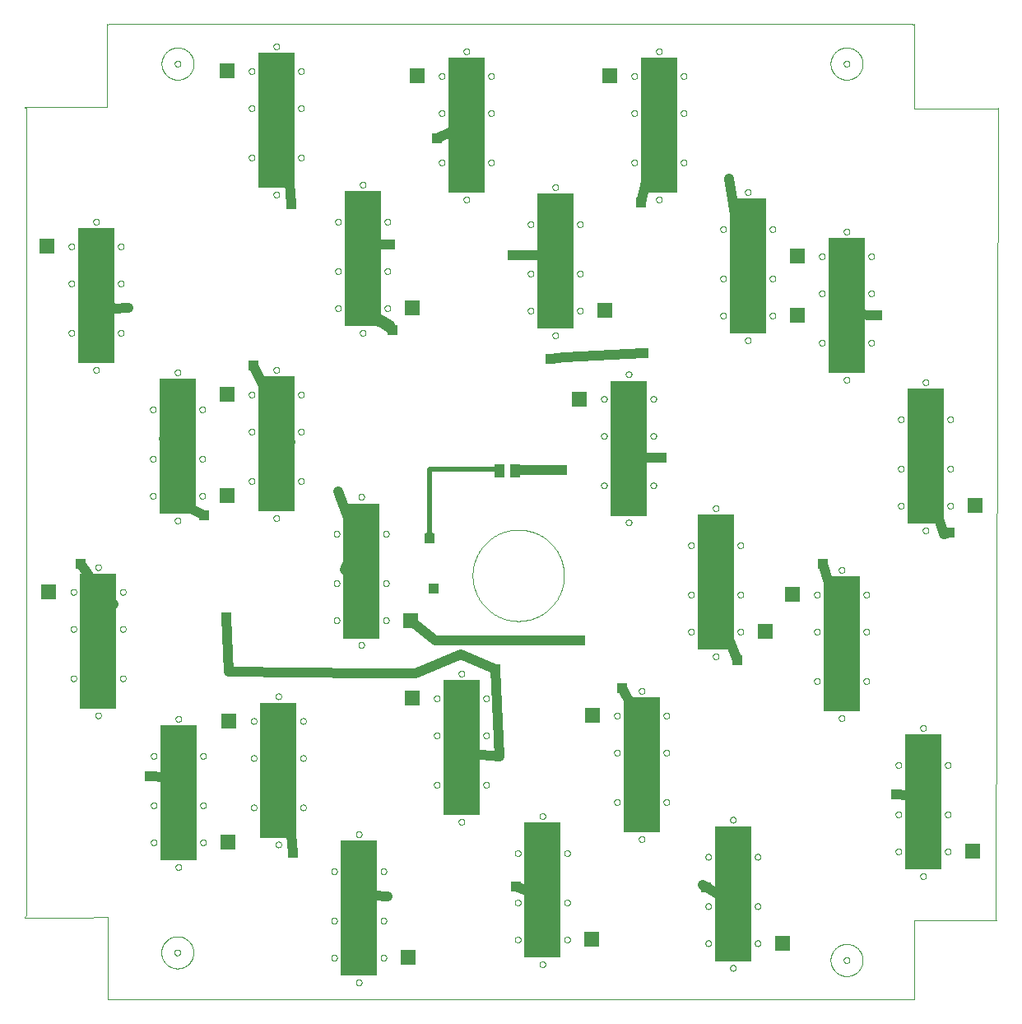
<source format=gtl>
G75*
%MOIN*%
%OFA0B0*%
%FSLAX25Y25*%
%IPPOS*%
%LPD*%
%AMOC8*
5,1,8,0,0,1.08239X$1,22.5*
%
%ADD10C,0.00000*%
%ADD11R,0.15000X0.55000*%
%ADD12R,0.06000X0.06000*%
%ADD13R,0.03937X0.05709*%
%ADD14C,0.04000*%
%ADD15C,0.04000*%
%ADD16R,0.03962X0.03962*%
%ADD17R,0.04356X0.04356*%
%ADD18C,0.01969*%
D10*
X0034900Y0003000D02*
X0035000Y0003100D01*
X0035100Y0003100D01*
X0035200Y0003000D01*
X0035700Y0003000D01*
X0361300Y0003200D01*
X0361500Y0003000D01*
X0361501Y0035100D01*
X0394801Y0035101D01*
X0394600Y0035100D01*
X0395400Y0364200D01*
X0395400Y0363700D01*
X0395401Y0363701D01*
X0361501Y0363861D01*
X0361461Y0398061D01*
X0361200Y0397800D01*
X0360900Y0397800D01*
X0360700Y0398000D01*
X0035100Y0398000D01*
X0034900Y0397800D01*
X0034700Y0397800D01*
X0034539Y0397961D01*
X0034600Y0364461D01*
X0001100Y0364400D01*
X0001300Y0364200D01*
X0001300Y0364100D01*
X0001800Y0364500D01*
X0001800Y0037100D01*
X0001000Y0036400D01*
X0001000Y0036200D01*
X0001100Y0036100D01*
X0022900Y0036100D01*
X0034800Y0036300D01*
X0034900Y0003000D01*
X0061769Y0022071D02*
X0061771Y0022140D01*
X0061777Y0022208D01*
X0061787Y0022276D01*
X0061801Y0022343D01*
X0061819Y0022410D01*
X0061840Y0022475D01*
X0061866Y0022539D01*
X0061895Y0022601D01*
X0061927Y0022661D01*
X0061963Y0022720D01*
X0062003Y0022776D01*
X0062045Y0022830D01*
X0062091Y0022881D01*
X0062140Y0022930D01*
X0062191Y0022976D01*
X0062245Y0023018D01*
X0062301Y0023058D01*
X0062359Y0023094D01*
X0062420Y0023126D01*
X0062482Y0023155D01*
X0062546Y0023181D01*
X0062611Y0023202D01*
X0062678Y0023220D01*
X0062745Y0023234D01*
X0062813Y0023244D01*
X0062881Y0023250D01*
X0062950Y0023252D01*
X0063019Y0023250D01*
X0063087Y0023244D01*
X0063155Y0023234D01*
X0063222Y0023220D01*
X0063289Y0023202D01*
X0063354Y0023181D01*
X0063418Y0023155D01*
X0063480Y0023126D01*
X0063540Y0023094D01*
X0063599Y0023058D01*
X0063655Y0023018D01*
X0063709Y0022976D01*
X0063760Y0022930D01*
X0063809Y0022881D01*
X0063855Y0022830D01*
X0063897Y0022776D01*
X0063937Y0022720D01*
X0063973Y0022661D01*
X0064005Y0022601D01*
X0064034Y0022539D01*
X0064060Y0022475D01*
X0064081Y0022410D01*
X0064099Y0022343D01*
X0064113Y0022276D01*
X0064123Y0022208D01*
X0064129Y0022140D01*
X0064131Y0022071D01*
X0064129Y0022002D01*
X0064123Y0021934D01*
X0064113Y0021866D01*
X0064099Y0021799D01*
X0064081Y0021732D01*
X0064060Y0021667D01*
X0064034Y0021603D01*
X0064005Y0021541D01*
X0063973Y0021480D01*
X0063937Y0021422D01*
X0063897Y0021366D01*
X0063855Y0021312D01*
X0063809Y0021261D01*
X0063760Y0021212D01*
X0063709Y0021166D01*
X0063655Y0021124D01*
X0063599Y0021084D01*
X0063541Y0021048D01*
X0063480Y0021016D01*
X0063418Y0020987D01*
X0063354Y0020961D01*
X0063289Y0020940D01*
X0063222Y0020922D01*
X0063155Y0020908D01*
X0063087Y0020898D01*
X0063019Y0020892D01*
X0062950Y0020890D01*
X0062881Y0020892D01*
X0062813Y0020898D01*
X0062745Y0020908D01*
X0062678Y0020922D01*
X0062611Y0020940D01*
X0062546Y0020961D01*
X0062482Y0020987D01*
X0062420Y0021016D01*
X0062359Y0021048D01*
X0062301Y0021084D01*
X0062245Y0021124D01*
X0062191Y0021166D01*
X0062140Y0021212D01*
X0062091Y0021261D01*
X0062045Y0021312D01*
X0062003Y0021366D01*
X0061963Y0021422D01*
X0061927Y0021480D01*
X0061895Y0021541D01*
X0061866Y0021603D01*
X0061840Y0021667D01*
X0061819Y0021732D01*
X0061801Y0021799D01*
X0061787Y0021866D01*
X0061777Y0021934D01*
X0061771Y0022002D01*
X0061769Y0022071D01*
X0056500Y0022100D02*
X0056502Y0022261D01*
X0056508Y0022421D01*
X0056518Y0022582D01*
X0056532Y0022742D01*
X0056550Y0022902D01*
X0056571Y0023061D01*
X0056597Y0023220D01*
X0056627Y0023378D01*
X0056660Y0023535D01*
X0056698Y0023692D01*
X0056739Y0023847D01*
X0056784Y0024001D01*
X0056833Y0024154D01*
X0056886Y0024306D01*
X0056942Y0024457D01*
X0057003Y0024606D01*
X0057066Y0024754D01*
X0057134Y0024900D01*
X0057205Y0025044D01*
X0057279Y0025186D01*
X0057357Y0025327D01*
X0057439Y0025465D01*
X0057524Y0025602D01*
X0057612Y0025736D01*
X0057704Y0025868D01*
X0057799Y0025998D01*
X0057897Y0026126D01*
X0057998Y0026251D01*
X0058102Y0026373D01*
X0058209Y0026493D01*
X0058319Y0026610D01*
X0058432Y0026725D01*
X0058548Y0026836D01*
X0058667Y0026945D01*
X0058788Y0027050D01*
X0058912Y0027153D01*
X0059038Y0027253D01*
X0059166Y0027349D01*
X0059297Y0027442D01*
X0059431Y0027532D01*
X0059566Y0027619D01*
X0059704Y0027702D01*
X0059843Y0027782D01*
X0059985Y0027858D01*
X0060128Y0027931D01*
X0060273Y0028000D01*
X0060420Y0028066D01*
X0060568Y0028128D01*
X0060718Y0028186D01*
X0060869Y0028241D01*
X0061022Y0028292D01*
X0061176Y0028339D01*
X0061331Y0028382D01*
X0061487Y0028421D01*
X0061643Y0028457D01*
X0061801Y0028488D01*
X0061959Y0028516D01*
X0062118Y0028540D01*
X0062278Y0028560D01*
X0062438Y0028576D01*
X0062598Y0028588D01*
X0062759Y0028596D01*
X0062920Y0028600D01*
X0063080Y0028600D01*
X0063241Y0028596D01*
X0063402Y0028588D01*
X0063562Y0028576D01*
X0063722Y0028560D01*
X0063882Y0028540D01*
X0064041Y0028516D01*
X0064199Y0028488D01*
X0064357Y0028457D01*
X0064513Y0028421D01*
X0064669Y0028382D01*
X0064824Y0028339D01*
X0064978Y0028292D01*
X0065131Y0028241D01*
X0065282Y0028186D01*
X0065432Y0028128D01*
X0065580Y0028066D01*
X0065727Y0028000D01*
X0065872Y0027931D01*
X0066015Y0027858D01*
X0066157Y0027782D01*
X0066296Y0027702D01*
X0066434Y0027619D01*
X0066569Y0027532D01*
X0066703Y0027442D01*
X0066834Y0027349D01*
X0066962Y0027253D01*
X0067088Y0027153D01*
X0067212Y0027050D01*
X0067333Y0026945D01*
X0067452Y0026836D01*
X0067568Y0026725D01*
X0067681Y0026610D01*
X0067791Y0026493D01*
X0067898Y0026373D01*
X0068002Y0026251D01*
X0068103Y0026126D01*
X0068201Y0025998D01*
X0068296Y0025868D01*
X0068388Y0025736D01*
X0068476Y0025602D01*
X0068561Y0025465D01*
X0068643Y0025327D01*
X0068721Y0025186D01*
X0068795Y0025044D01*
X0068866Y0024900D01*
X0068934Y0024754D01*
X0068997Y0024606D01*
X0069058Y0024457D01*
X0069114Y0024306D01*
X0069167Y0024154D01*
X0069216Y0024001D01*
X0069261Y0023847D01*
X0069302Y0023692D01*
X0069340Y0023535D01*
X0069373Y0023378D01*
X0069403Y0023220D01*
X0069429Y0023061D01*
X0069450Y0022902D01*
X0069468Y0022742D01*
X0069482Y0022582D01*
X0069492Y0022421D01*
X0069498Y0022261D01*
X0069500Y0022100D01*
X0069498Y0021939D01*
X0069492Y0021779D01*
X0069482Y0021618D01*
X0069468Y0021458D01*
X0069450Y0021298D01*
X0069429Y0021139D01*
X0069403Y0020980D01*
X0069373Y0020822D01*
X0069340Y0020665D01*
X0069302Y0020508D01*
X0069261Y0020353D01*
X0069216Y0020199D01*
X0069167Y0020046D01*
X0069114Y0019894D01*
X0069058Y0019743D01*
X0068997Y0019594D01*
X0068934Y0019446D01*
X0068866Y0019300D01*
X0068795Y0019156D01*
X0068721Y0019014D01*
X0068643Y0018873D01*
X0068561Y0018735D01*
X0068476Y0018598D01*
X0068388Y0018464D01*
X0068296Y0018332D01*
X0068201Y0018202D01*
X0068103Y0018074D01*
X0068002Y0017949D01*
X0067898Y0017827D01*
X0067791Y0017707D01*
X0067681Y0017590D01*
X0067568Y0017475D01*
X0067452Y0017364D01*
X0067333Y0017255D01*
X0067212Y0017150D01*
X0067088Y0017047D01*
X0066962Y0016947D01*
X0066834Y0016851D01*
X0066703Y0016758D01*
X0066569Y0016668D01*
X0066434Y0016581D01*
X0066296Y0016498D01*
X0066157Y0016418D01*
X0066015Y0016342D01*
X0065872Y0016269D01*
X0065727Y0016200D01*
X0065580Y0016134D01*
X0065432Y0016072D01*
X0065282Y0016014D01*
X0065131Y0015959D01*
X0064978Y0015908D01*
X0064824Y0015861D01*
X0064669Y0015818D01*
X0064513Y0015779D01*
X0064357Y0015743D01*
X0064199Y0015712D01*
X0064041Y0015684D01*
X0063882Y0015660D01*
X0063722Y0015640D01*
X0063562Y0015624D01*
X0063402Y0015612D01*
X0063241Y0015604D01*
X0063080Y0015600D01*
X0062920Y0015600D01*
X0062759Y0015604D01*
X0062598Y0015612D01*
X0062438Y0015624D01*
X0062278Y0015640D01*
X0062118Y0015660D01*
X0061959Y0015684D01*
X0061801Y0015712D01*
X0061643Y0015743D01*
X0061487Y0015779D01*
X0061331Y0015818D01*
X0061176Y0015861D01*
X0061022Y0015908D01*
X0060869Y0015959D01*
X0060718Y0016014D01*
X0060568Y0016072D01*
X0060420Y0016134D01*
X0060273Y0016200D01*
X0060128Y0016269D01*
X0059985Y0016342D01*
X0059843Y0016418D01*
X0059704Y0016498D01*
X0059566Y0016581D01*
X0059431Y0016668D01*
X0059297Y0016758D01*
X0059166Y0016851D01*
X0059038Y0016947D01*
X0058912Y0017047D01*
X0058788Y0017150D01*
X0058667Y0017255D01*
X0058548Y0017364D01*
X0058432Y0017475D01*
X0058319Y0017590D01*
X0058209Y0017707D01*
X0058102Y0017827D01*
X0057998Y0017949D01*
X0057897Y0018074D01*
X0057799Y0018202D01*
X0057704Y0018332D01*
X0057612Y0018464D01*
X0057524Y0018598D01*
X0057439Y0018735D01*
X0057357Y0018873D01*
X0057279Y0019014D01*
X0057205Y0019156D01*
X0057134Y0019300D01*
X0057066Y0019446D01*
X0057003Y0019594D01*
X0056942Y0019743D01*
X0056886Y0019894D01*
X0056833Y0020046D01*
X0056784Y0020199D01*
X0056739Y0020353D01*
X0056698Y0020508D01*
X0056660Y0020665D01*
X0056627Y0020822D01*
X0056597Y0020980D01*
X0056571Y0021139D01*
X0056550Y0021298D01*
X0056532Y0021458D01*
X0056518Y0021618D01*
X0056508Y0021779D01*
X0056502Y0021939D01*
X0056500Y0022100D01*
X0062219Y0056700D02*
X0062221Y0056769D01*
X0062227Y0056837D01*
X0062237Y0056905D01*
X0062251Y0056972D01*
X0062269Y0057039D01*
X0062290Y0057104D01*
X0062316Y0057168D01*
X0062345Y0057230D01*
X0062377Y0057290D01*
X0062413Y0057349D01*
X0062453Y0057405D01*
X0062495Y0057459D01*
X0062541Y0057510D01*
X0062590Y0057559D01*
X0062641Y0057605D01*
X0062695Y0057647D01*
X0062751Y0057687D01*
X0062809Y0057723D01*
X0062870Y0057755D01*
X0062932Y0057784D01*
X0062996Y0057810D01*
X0063061Y0057831D01*
X0063128Y0057849D01*
X0063195Y0057863D01*
X0063263Y0057873D01*
X0063331Y0057879D01*
X0063400Y0057881D01*
X0063469Y0057879D01*
X0063537Y0057873D01*
X0063605Y0057863D01*
X0063672Y0057849D01*
X0063739Y0057831D01*
X0063804Y0057810D01*
X0063868Y0057784D01*
X0063930Y0057755D01*
X0063990Y0057723D01*
X0064049Y0057687D01*
X0064105Y0057647D01*
X0064159Y0057605D01*
X0064210Y0057559D01*
X0064259Y0057510D01*
X0064305Y0057459D01*
X0064347Y0057405D01*
X0064387Y0057349D01*
X0064423Y0057290D01*
X0064455Y0057230D01*
X0064484Y0057168D01*
X0064510Y0057104D01*
X0064531Y0057039D01*
X0064549Y0056972D01*
X0064563Y0056905D01*
X0064573Y0056837D01*
X0064579Y0056769D01*
X0064581Y0056700D01*
X0064579Y0056631D01*
X0064573Y0056563D01*
X0064563Y0056495D01*
X0064549Y0056428D01*
X0064531Y0056361D01*
X0064510Y0056296D01*
X0064484Y0056232D01*
X0064455Y0056170D01*
X0064423Y0056109D01*
X0064387Y0056051D01*
X0064347Y0055995D01*
X0064305Y0055941D01*
X0064259Y0055890D01*
X0064210Y0055841D01*
X0064159Y0055795D01*
X0064105Y0055753D01*
X0064049Y0055713D01*
X0063991Y0055677D01*
X0063930Y0055645D01*
X0063868Y0055616D01*
X0063804Y0055590D01*
X0063739Y0055569D01*
X0063672Y0055551D01*
X0063605Y0055537D01*
X0063537Y0055527D01*
X0063469Y0055521D01*
X0063400Y0055519D01*
X0063331Y0055521D01*
X0063263Y0055527D01*
X0063195Y0055537D01*
X0063128Y0055551D01*
X0063061Y0055569D01*
X0062996Y0055590D01*
X0062932Y0055616D01*
X0062870Y0055645D01*
X0062809Y0055677D01*
X0062751Y0055713D01*
X0062695Y0055753D01*
X0062641Y0055795D01*
X0062590Y0055841D01*
X0062541Y0055890D01*
X0062495Y0055941D01*
X0062453Y0055995D01*
X0062413Y0056051D01*
X0062377Y0056109D01*
X0062345Y0056170D01*
X0062316Y0056232D01*
X0062290Y0056296D01*
X0062269Y0056361D01*
X0062251Y0056428D01*
X0062237Y0056495D01*
X0062227Y0056563D01*
X0062221Y0056631D01*
X0062219Y0056700D01*
X0052219Y0066700D02*
X0052221Y0066769D01*
X0052227Y0066837D01*
X0052237Y0066905D01*
X0052251Y0066972D01*
X0052269Y0067039D01*
X0052290Y0067104D01*
X0052316Y0067168D01*
X0052345Y0067230D01*
X0052377Y0067290D01*
X0052413Y0067349D01*
X0052453Y0067405D01*
X0052495Y0067459D01*
X0052541Y0067510D01*
X0052590Y0067559D01*
X0052641Y0067605D01*
X0052695Y0067647D01*
X0052751Y0067687D01*
X0052809Y0067723D01*
X0052870Y0067755D01*
X0052932Y0067784D01*
X0052996Y0067810D01*
X0053061Y0067831D01*
X0053128Y0067849D01*
X0053195Y0067863D01*
X0053263Y0067873D01*
X0053331Y0067879D01*
X0053400Y0067881D01*
X0053469Y0067879D01*
X0053537Y0067873D01*
X0053605Y0067863D01*
X0053672Y0067849D01*
X0053739Y0067831D01*
X0053804Y0067810D01*
X0053868Y0067784D01*
X0053930Y0067755D01*
X0053990Y0067723D01*
X0054049Y0067687D01*
X0054105Y0067647D01*
X0054159Y0067605D01*
X0054210Y0067559D01*
X0054259Y0067510D01*
X0054305Y0067459D01*
X0054347Y0067405D01*
X0054387Y0067349D01*
X0054423Y0067290D01*
X0054455Y0067230D01*
X0054484Y0067168D01*
X0054510Y0067104D01*
X0054531Y0067039D01*
X0054549Y0066972D01*
X0054563Y0066905D01*
X0054573Y0066837D01*
X0054579Y0066769D01*
X0054581Y0066700D01*
X0054579Y0066631D01*
X0054573Y0066563D01*
X0054563Y0066495D01*
X0054549Y0066428D01*
X0054531Y0066361D01*
X0054510Y0066296D01*
X0054484Y0066232D01*
X0054455Y0066170D01*
X0054423Y0066109D01*
X0054387Y0066051D01*
X0054347Y0065995D01*
X0054305Y0065941D01*
X0054259Y0065890D01*
X0054210Y0065841D01*
X0054159Y0065795D01*
X0054105Y0065753D01*
X0054049Y0065713D01*
X0053991Y0065677D01*
X0053930Y0065645D01*
X0053868Y0065616D01*
X0053804Y0065590D01*
X0053739Y0065569D01*
X0053672Y0065551D01*
X0053605Y0065537D01*
X0053537Y0065527D01*
X0053469Y0065521D01*
X0053400Y0065519D01*
X0053331Y0065521D01*
X0053263Y0065527D01*
X0053195Y0065537D01*
X0053128Y0065551D01*
X0053061Y0065569D01*
X0052996Y0065590D01*
X0052932Y0065616D01*
X0052870Y0065645D01*
X0052809Y0065677D01*
X0052751Y0065713D01*
X0052695Y0065753D01*
X0052641Y0065795D01*
X0052590Y0065841D01*
X0052541Y0065890D01*
X0052495Y0065941D01*
X0052453Y0065995D01*
X0052413Y0066051D01*
X0052377Y0066109D01*
X0052345Y0066170D01*
X0052316Y0066232D01*
X0052290Y0066296D01*
X0052269Y0066361D01*
X0052251Y0066428D01*
X0052237Y0066495D01*
X0052227Y0066563D01*
X0052221Y0066631D01*
X0052219Y0066700D01*
X0052219Y0081700D02*
X0052221Y0081769D01*
X0052227Y0081837D01*
X0052237Y0081905D01*
X0052251Y0081972D01*
X0052269Y0082039D01*
X0052290Y0082104D01*
X0052316Y0082168D01*
X0052345Y0082230D01*
X0052377Y0082290D01*
X0052413Y0082349D01*
X0052453Y0082405D01*
X0052495Y0082459D01*
X0052541Y0082510D01*
X0052590Y0082559D01*
X0052641Y0082605D01*
X0052695Y0082647D01*
X0052751Y0082687D01*
X0052809Y0082723D01*
X0052870Y0082755D01*
X0052932Y0082784D01*
X0052996Y0082810D01*
X0053061Y0082831D01*
X0053128Y0082849D01*
X0053195Y0082863D01*
X0053263Y0082873D01*
X0053331Y0082879D01*
X0053400Y0082881D01*
X0053469Y0082879D01*
X0053537Y0082873D01*
X0053605Y0082863D01*
X0053672Y0082849D01*
X0053739Y0082831D01*
X0053804Y0082810D01*
X0053868Y0082784D01*
X0053930Y0082755D01*
X0053990Y0082723D01*
X0054049Y0082687D01*
X0054105Y0082647D01*
X0054159Y0082605D01*
X0054210Y0082559D01*
X0054259Y0082510D01*
X0054305Y0082459D01*
X0054347Y0082405D01*
X0054387Y0082349D01*
X0054423Y0082290D01*
X0054455Y0082230D01*
X0054484Y0082168D01*
X0054510Y0082104D01*
X0054531Y0082039D01*
X0054549Y0081972D01*
X0054563Y0081905D01*
X0054573Y0081837D01*
X0054579Y0081769D01*
X0054581Y0081700D01*
X0054579Y0081631D01*
X0054573Y0081563D01*
X0054563Y0081495D01*
X0054549Y0081428D01*
X0054531Y0081361D01*
X0054510Y0081296D01*
X0054484Y0081232D01*
X0054455Y0081170D01*
X0054423Y0081109D01*
X0054387Y0081051D01*
X0054347Y0080995D01*
X0054305Y0080941D01*
X0054259Y0080890D01*
X0054210Y0080841D01*
X0054159Y0080795D01*
X0054105Y0080753D01*
X0054049Y0080713D01*
X0053991Y0080677D01*
X0053930Y0080645D01*
X0053868Y0080616D01*
X0053804Y0080590D01*
X0053739Y0080569D01*
X0053672Y0080551D01*
X0053605Y0080537D01*
X0053537Y0080527D01*
X0053469Y0080521D01*
X0053400Y0080519D01*
X0053331Y0080521D01*
X0053263Y0080527D01*
X0053195Y0080537D01*
X0053128Y0080551D01*
X0053061Y0080569D01*
X0052996Y0080590D01*
X0052932Y0080616D01*
X0052870Y0080645D01*
X0052809Y0080677D01*
X0052751Y0080713D01*
X0052695Y0080753D01*
X0052641Y0080795D01*
X0052590Y0080841D01*
X0052541Y0080890D01*
X0052495Y0080941D01*
X0052453Y0080995D01*
X0052413Y0081051D01*
X0052377Y0081109D01*
X0052345Y0081170D01*
X0052316Y0081232D01*
X0052290Y0081296D01*
X0052269Y0081361D01*
X0052251Y0081428D01*
X0052237Y0081495D01*
X0052227Y0081563D01*
X0052221Y0081631D01*
X0052219Y0081700D01*
X0052219Y0101700D02*
X0052221Y0101769D01*
X0052227Y0101837D01*
X0052237Y0101905D01*
X0052251Y0101972D01*
X0052269Y0102039D01*
X0052290Y0102104D01*
X0052316Y0102168D01*
X0052345Y0102230D01*
X0052377Y0102290D01*
X0052413Y0102349D01*
X0052453Y0102405D01*
X0052495Y0102459D01*
X0052541Y0102510D01*
X0052590Y0102559D01*
X0052641Y0102605D01*
X0052695Y0102647D01*
X0052751Y0102687D01*
X0052809Y0102723D01*
X0052870Y0102755D01*
X0052932Y0102784D01*
X0052996Y0102810D01*
X0053061Y0102831D01*
X0053128Y0102849D01*
X0053195Y0102863D01*
X0053263Y0102873D01*
X0053331Y0102879D01*
X0053400Y0102881D01*
X0053469Y0102879D01*
X0053537Y0102873D01*
X0053605Y0102863D01*
X0053672Y0102849D01*
X0053739Y0102831D01*
X0053804Y0102810D01*
X0053868Y0102784D01*
X0053930Y0102755D01*
X0053990Y0102723D01*
X0054049Y0102687D01*
X0054105Y0102647D01*
X0054159Y0102605D01*
X0054210Y0102559D01*
X0054259Y0102510D01*
X0054305Y0102459D01*
X0054347Y0102405D01*
X0054387Y0102349D01*
X0054423Y0102290D01*
X0054455Y0102230D01*
X0054484Y0102168D01*
X0054510Y0102104D01*
X0054531Y0102039D01*
X0054549Y0101972D01*
X0054563Y0101905D01*
X0054573Y0101837D01*
X0054579Y0101769D01*
X0054581Y0101700D01*
X0054579Y0101631D01*
X0054573Y0101563D01*
X0054563Y0101495D01*
X0054549Y0101428D01*
X0054531Y0101361D01*
X0054510Y0101296D01*
X0054484Y0101232D01*
X0054455Y0101170D01*
X0054423Y0101109D01*
X0054387Y0101051D01*
X0054347Y0100995D01*
X0054305Y0100941D01*
X0054259Y0100890D01*
X0054210Y0100841D01*
X0054159Y0100795D01*
X0054105Y0100753D01*
X0054049Y0100713D01*
X0053991Y0100677D01*
X0053930Y0100645D01*
X0053868Y0100616D01*
X0053804Y0100590D01*
X0053739Y0100569D01*
X0053672Y0100551D01*
X0053605Y0100537D01*
X0053537Y0100527D01*
X0053469Y0100521D01*
X0053400Y0100519D01*
X0053331Y0100521D01*
X0053263Y0100527D01*
X0053195Y0100537D01*
X0053128Y0100551D01*
X0053061Y0100569D01*
X0052996Y0100590D01*
X0052932Y0100616D01*
X0052870Y0100645D01*
X0052809Y0100677D01*
X0052751Y0100713D01*
X0052695Y0100753D01*
X0052641Y0100795D01*
X0052590Y0100841D01*
X0052541Y0100890D01*
X0052495Y0100941D01*
X0052453Y0100995D01*
X0052413Y0101051D01*
X0052377Y0101109D01*
X0052345Y0101170D01*
X0052316Y0101232D01*
X0052290Y0101296D01*
X0052269Y0101361D01*
X0052251Y0101428D01*
X0052237Y0101495D01*
X0052227Y0101563D01*
X0052221Y0101631D01*
X0052219Y0101700D01*
X0062219Y0116700D02*
X0062221Y0116769D01*
X0062227Y0116837D01*
X0062237Y0116905D01*
X0062251Y0116972D01*
X0062269Y0117039D01*
X0062290Y0117104D01*
X0062316Y0117168D01*
X0062345Y0117230D01*
X0062377Y0117290D01*
X0062413Y0117349D01*
X0062453Y0117405D01*
X0062495Y0117459D01*
X0062541Y0117510D01*
X0062590Y0117559D01*
X0062641Y0117605D01*
X0062695Y0117647D01*
X0062751Y0117687D01*
X0062809Y0117723D01*
X0062870Y0117755D01*
X0062932Y0117784D01*
X0062996Y0117810D01*
X0063061Y0117831D01*
X0063128Y0117849D01*
X0063195Y0117863D01*
X0063263Y0117873D01*
X0063331Y0117879D01*
X0063400Y0117881D01*
X0063469Y0117879D01*
X0063537Y0117873D01*
X0063605Y0117863D01*
X0063672Y0117849D01*
X0063739Y0117831D01*
X0063804Y0117810D01*
X0063868Y0117784D01*
X0063930Y0117755D01*
X0063990Y0117723D01*
X0064049Y0117687D01*
X0064105Y0117647D01*
X0064159Y0117605D01*
X0064210Y0117559D01*
X0064259Y0117510D01*
X0064305Y0117459D01*
X0064347Y0117405D01*
X0064387Y0117349D01*
X0064423Y0117290D01*
X0064455Y0117230D01*
X0064484Y0117168D01*
X0064510Y0117104D01*
X0064531Y0117039D01*
X0064549Y0116972D01*
X0064563Y0116905D01*
X0064573Y0116837D01*
X0064579Y0116769D01*
X0064581Y0116700D01*
X0064579Y0116631D01*
X0064573Y0116563D01*
X0064563Y0116495D01*
X0064549Y0116428D01*
X0064531Y0116361D01*
X0064510Y0116296D01*
X0064484Y0116232D01*
X0064455Y0116170D01*
X0064423Y0116109D01*
X0064387Y0116051D01*
X0064347Y0115995D01*
X0064305Y0115941D01*
X0064259Y0115890D01*
X0064210Y0115841D01*
X0064159Y0115795D01*
X0064105Y0115753D01*
X0064049Y0115713D01*
X0063991Y0115677D01*
X0063930Y0115645D01*
X0063868Y0115616D01*
X0063804Y0115590D01*
X0063739Y0115569D01*
X0063672Y0115551D01*
X0063605Y0115537D01*
X0063537Y0115527D01*
X0063469Y0115521D01*
X0063400Y0115519D01*
X0063331Y0115521D01*
X0063263Y0115527D01*
X0063195Y0115537D01*
X0063128Y0115551D01*
X0063061Y0115569D01*
X0062996Y0115590D01*
X0062932Y0115616D01*
X0062870Y0115645D01*
X0062809Y0115677D01*
X0062751Y0115713D01*
X0062695Y0115753D01*
X0062641Y0115795D01*
X0062590Y0115841D01*
X0062541Y0115890D01*
X0062495Y0115941D01*
X0062453Y0115995D01*
X0062413Y0116051D01*
X0062377Y0116109D01*
X0062345Y0116170D01*
X0062316Y0116232D01*
X0062290Y0116296D01*
X0062269Y0116361D01*
X0062251Y0116428D01*
X0062237Y0116495D01*
X0062227Y0116563D01*
X0062221Y0116631D01*
X0062219Y0116700D01*
X0072219Y0101700D02*
X0072221Y0101769D01*
X0072227Y0101837D01*
X0072237Y0101905D01*
X0072251Y0101972D01*
X0072269Y0102039D01*
X0072290Y0102104D01*
X0072316Y0102168D01*
X0072345Y0102230D01*
X0072377Y0102290D01*
X0072413Y0102349D01*
X0072453Y0102405D01*
X0072495Y0102459D01*
X0072541Y0102510D01*
X0072590Y0102559D01*
X0072641Y0102605D01*
X0072695Y0102647D01*
X0072751Y0102687D01*
X0072809Y0102723D01*
X0072870Y0102755D01*
X0072932Y0102784D01*
X0072996Y0102810D01*
X0073061Y0102831D01*
X0073128Y0102849D01*
X0073195Y0102863D01*
X0073263Y0102873D01*
X0073331Y0102879D01*
X0073400Y0102881D01*
X0073469Y0102879D01*
X0073537Y0102873D01*
X0073605Y0102863D01*
X0073672Y0102849D01*
X0073739Y0102831D01*
X0073804Y0102810D01*
X0073868Y0102784D01*
X0073930Y0102755D01*
X0073990Y0102723D01*
X0074049Y0102687D01*
X0074105Y0102647D01*
X0074159Y0102605D01*
X0074210Y0102559D01*
X0074259Y0102510D01*
X0074305Y0102459D01*
X0074347Y0102405D01*
X0074387Y0102349D01*
X0074423Y0102290D01*
X0074455Y0102230D01*
X0074484Y0102168D01*
X0074510Y0102104D01*
X0074531Y0102039D01*
X0074549Y0101972D01*
X0074563Y0101905D01*
X0074573Y0101837D01*
X0074579Y0101769D01*
X0074581Y0101700D01*
X0074579Y0101631D01*
X0074573Y0101563D01*
X0074563Y0101495D01*
X0074549Y0101428D01*
X0074531Y0101361D01*
X0074510Y0101296D01*
X0074484Y0101232D01*
X0074455Y0101170D01*
X0074423Y0101109D01*
X0074387Y0101051D01*
X0074347Y0100995D01*
X0074305Y0100941D01*
X0074259Y0100890D01*
X0074210Y0100841D01*
X0074159Y0100795D01*
X0074105Y0100753D01*
X0074049Y0100713D01*
X0073991Y0100677D01*
X0073930Y0100645D01*
X0073868Y0100616D01*
X0073804Y0100590D01*
X0073739Y0100569D01*
X0073672Y0100551D01*
X0073605Y0100537D01*
X0073537Y0100527D01*
X0073469Y0100521D01*
X0073400Y0100519D01*
X0073331Y0100521D01*
X0073263Y0100527D01*
X0073195Y0100537D01*
X0073128Y0100551D01*
X0073061Y0100569D01*
X0072996Y0100590D01*
X0072932Y0100616D01*
X0072870Y0100645D01*
X0072809Y0100677D01*
X0072751Y0100713D01*
X0072695Y0100753D01*
X0072641Y0100795D01*
X0072590Y0100841D01*
X0072541Y0100890D01*
X0072495Y0100941D01*
X0072453Y0100995D01*
X0072413Y0101051D01*
X0072377Y0101109D01*
X0072345Y0101170D01*
X0072316Y0101232D01*
X0072290Y0101296D01*
X0072269Y0101361D01*
X0072251Y0101428D01*
X0072237Y0101495D01*
X0072227Y0101563D01*
X0072221Y0101631D01*
X0072219Y0101700D01*
X0072219Y0081700D02*
X0072221Y0081769D01*
X0072227Y0081837D01*
X0072237Y0081905D01*
X0072251Y0081972D01*
X0072269Y0082039D01*
X0072290Y0082104D01*
X0072316Y0082168D01*
X0072345Y0082230D01*
X0072377Y0082290D01*
X0072413Y0082349D01*
X0072453Y0082405D01*
X0072495Y0082459D01*
X0072541Y0082510D01*
X0072590Y0082559D01*
X0072641Y0082605D01*
X0072695Y0082647D01*
X0072751Y0082687D01*
X0072809Y0082723D01*
X0072870Y0082755D01*
X0072932Y0082784D01*
X0072996Y0082810D01*
X0073061Y0082831D01*
X0073128Y0082849D01*
X0073195Y0082863D01*
X0073263Y0082873D01*
X0073331Y0082879D01*
X0073400Y0082881D01*
X0073469Y0082879D01*
X0073537Y0082873D01*
X0073605Y0082863D01*
X0073672Y0082849D01*
X0073739Y0082831D01*
X0073804Y0082810D01*
X0073868Y0082784D01*
X0073930Y0082755D01*
X0073990Y0082723D01*
X0074049Y0082687D01*
X0074105Y0082647D01*
X0074159Y0082605D01*
X0074210Y0082559D01*
X0074259Y0082510D01*
X0074305Y0082459D01*
X0074347Y0082405D01*
X0074387Y0082349D01*
X0074423Y0082290D01*
X0074455Y0082230D01*
X0074484Y0082168D01*
X0074510Y0082104D01*
X0074531Y0082039D01*
X0074549Y0081972D01*
X0074563Y0081905D01*
X0074573Y0081837D01*
X0074579Y0081769D01*
X0074581Y0081700D01*
X0074579Y0081631D01*
X0074573Y0081563D01*
X0074563Y0081495D01*
X0074549Y0081428D01*
X0074531Y0081361D01*
X0074510Y0081296D01*
X0074484Y0081232D01*
X0074455Y0081170D01*
X0074423Y0081109D01*
X0074387Y0081051D01*
X0074347Y0080995D01*
X0074305Y0080941D01*
X0074259Y0080890D01*
X0074210Y0080841D01*
X0074159Y0080795D01*
X0074105Y0080753D01*
X0074049Y0080713D01*
X0073991Y0080677D01*
X0073930Y0080645D01*
X0073868Y0080616D01*
X0073804Y0080590D01*
X0073739Y0080569D01*
X0073672Y0080551D01*
X0073605Y0080537D01*
X0073537Y0080527D01*
X0073469Y0080521D01*
X0073400Y0080519D01*
X0073331Y0080521D01*
X0073263Y0080527D01*
X0073195Y0080537D01*
X0073128Y0080551D01*
X0073061Y0080569D01*
X0072996Y0080590D01*
X0072932Y0080616D01*
X0072870Y0080645D01*
X0072809Y0080677D01*
X0072751Y0080713D01*
X0072695Y0080753D01*
X0072641Y0080795D01*
X0072590Y0080841D01*
X0072541Y0080890D01*
X0072495Y0080941D01*
X0072453Y0080995D01*
X0072413Y0081051D01*
X0072377Y0081109D01*
X0072345Y0081170D01*
X0072316Y0081232D01*
X0072290Y0081296D01*
X0072269Y0081361D01*
X0072251Y0081428D01*
X0072237Y0081495D01*
X0072227Y0081563D01*
X0072221Y0081631D01*
X0072219Y0081700D01*
X0072219Y0066700D02*
X0072221Y0066769D01*
X0072227Y0066837D01*
X0072237Y0066905D01*
X0072251Y0066972D01*
X0072269Y0067039D01*
X0072290Y0067104D01*
X0072316Y0067168D01*
X0072345Y0067230D01*
X0072377Y0067290D01*
X0072413Y0067349D01*
X0072453Y0067405D01*
X0072495Y0067459D01*
X0072541Y0067510D01*
X0072590Y0067559D01*
X0072641Y0067605D01*
X0072695Y0067647D01*
X0072751Y0067687D01*
X0072809Y0067723D01*
X0072870Y0067755D01*
X0072932Y0067784D01*
X0072996Y0067810D01*
X0073061Y0067831D01*
X0073128Y0067849D01*
X0073195Y0067863D01*
X0073263Y0067873D01*
X0073331Y0067879D01*
X0073400Y0067881D01*
X0073469Y0067879D01*
X0073537Y0067873D01*
X0073605Y0067863D01*
X0073672Y0067849D01*
X0073739Y0067831D01*
X0073804Y0067810D01*
X0073868Y0067784D01*
X0073930Y0067755D01*
X0073990Y0067723D01*
X0074049Y0067687D01*
X0074105Y0067647D01*
X0074159Y0067605D01*
X0074210Y0067559D01*
X0074259Y0067510D01*
X0074305Y0067459D01*
X0074347Y0067405D01*
X0074387Y0067349D01*
X0074423Y0067290D01*
X0074455Y0067230D01*
X0074484Y0067168D01*
X0074510Y0067104D01*
X0074531Y0067039D01*
X0074549Y0066972D01*
X0074563Y0066905D01*
X0074573Y0066837D01*
X0074579Y0066769D01*
X0074581Y0066700D01*
X0074579Y0066631D01*
X0074573Y0066563D01*
X0074563Y0066495D01*
X0074549Y0066428D01*
X0074531Y0066361D01*
X0074510Y0066296D01*
X0074484Y0066232D01*
X0074455Y0066170D01*
X0074423Y0066109D01*
X0074387Y0066051D01*
X0074347Y0065995D01*
X0074305Y0065941D01*
X0074259Y0065890D01*
X0074210Y0065841D01*
X0074159Y0065795D01*
X0074105Y0065753D01*
X0074049Y0065713D01*
X0073991Y0065677D01*
X0073930Y0065645D01*
X0073868Y0065616D01*
X0073804Y0065590D01*
X0073739Y0065569D01*
X0073672Y0065551D01*
X0073605Y0065537D01*
X0073537Y0065527D01*
X0073469Y0065521D01*
X0073400Y0065519D01*
X0073331Y0065521D01*
X0073263Y0065527D01*
X0073195Y0065537D01*
X0073128Y0065551D01*
X0073061Y0065569D01*
X0072996Y0065590D01*
X0072932Y0065616D01*
X0072870Y0065645D01*
X0072809Y0065677D01*
X0072751Y0065713D01*
X0072695Y0065753D01*
X0072641Y0065795D01*
X0072590Y0065841D01*
X0072541Y0065890D01*
X0072495Y0065941D01*
X0072453Y0065995D01*
X0072413Y0066051D01*
X0072377Y0066109D01*
X0072345Y0066170D01*
X0072316Y0066232D01*
X0072290Y0066296D01*
X0072269Y0066361D01*
X0072251Y0066428D01*
X0072237Y0066495D01*
X0072227Y0066563D01*
X0072221Y0066631D01*
X0072219Y0066700D01*
X0092719Y0080800D02*
X0092721Y0080869D01*
X0092727Y0080937D01*
X0092737Y0081005D01*
X0092751Y0081072D01*
X0092769Y0081139D01*
X0092790Y0081204D01*
X0092816Y0081268D01*
X0092845Y0081330D01*
X0092877Y0081390D01*
X0092913Y0081449D01*
X0092953Y0081505D01*
X0092995Y0081559D01*
X0093041Y0081610D01*
X0093090Y0081659D01*
X0093141Y0081705D01*
X0093195Y0081747D01*
X0093251Y0081787D01*
X0093309Y0081823D01*
X0093370Y0081855D01*
X0093432Y0081884D01*
X0093496Y0081910D01*
X0093561Y0081931D01*
X0093628Y0081949D01*
X0093695Y0081963D01*
X0093763Y0081973D01*
X0093831Y0081979D01*
X0093900Y0081981D01*
X0093969Y0081979D01*
X0094037Y0081973D01*
X0094105Y0081963D01*
X0094172Y0081949D01*
X0094239Y0081931D01*
X0094304Y0081910D01*
X0094368Y0081884D01*
X0094430Y0081855D01*
X0094490Y0081823D01*
X0094549Y0081787D01*
X0094605Y0081747D01*
X0094659Y0081705D01*
X0094710Y0081659D01*
X0094759Y0081610D01*
X0094805Y0081559D01*
X0094847Y0081505D01*
X0094887Y0081449D01*
X0094923Y0081390D01*
X0094955Y0081330D01*
X0094984Y0081268D01*
X0095010Y0081204D01*
X0095031Y0081139D01*
X0095049Y0081072D01*
X0095063Y0081005D01*
X0095073Y0080937D01*
X0095079Y0080869D01*
X0095081Y0080800D01*
X0095079Y0080731D01*
X0095073Y0080663D01*
X0095063Y0080595D01*
X0095049Y0080528D01*
X0095031Y0080461D01*
X0095010Y0080396D01*
X0094984Y0080332D01*
X0094955Y0080270D01*
X0094923Y0080209D01*
X0094887Y0080151D01*
X0094847Y0080095D01*
X0094805Y0080041D01*
X0094759Y0079990D01*
X0094710Y0079941D01*
X0094659Y0079895D01*
X0094605Y0079853D01*
X0094549Y0079813D01*
X0094491Y0079777D01*
X0094430Y0079745D01*
X0094368Y0079716D01*
X0094304Y0079690D01*
X0094239Y0079669D01*
X0094172Y0079651D01*
X0094105Y0079637D01*
X0094037Y0079627D01*
X0093969Y0079621D01*
X0093900Y0079619D01*
X0093831Y0079621D01*
X0093763Y0079627D01*
X0093695Y0079637D01*
X0093628Y0079651D01*
X0093561Y0079669D01*
X0093496Y0079690D01*
X0093432Y0079716D01*
X0093370Y0079745D01*
X0093309Y0079777D01*
X0093251Y0079813D01*
X0093195Y0079853D01*
X0093141Y0079895D01*
X0093090Y0079941D01*
X0093041Y0079990D01*
X0092995Y0080041D01*
X0092953Y0080095D01*
X0092913Y0080151D01*
X0092877Y0080209D01*
X0092845Y0080270D01*
X0092816Y0080332D01*
X0092790Y0080396D01*
X0092769Y0080461D01*
X0092751Y0080528D01*
X0092737Y0080595D01*
X0092727Y0080663D01*
X0092721Y0080731D01*
X0092719Y0080800D01*
X0102719Y0065800D02*
X0102721Y0065869D01*
X0102727Y0065937D01*
X0102737Y0066005D01*
X0102751Y0066072D01*
X0102769Y0066139D01*
X0102790Y0066204D01*
X0102816Y0066268D01*
X0102845Y0066330D01*
X0102877Y0066390D01*
X0102913Y0066449D01*
X0102953Y0066505D01*
X0102995Y0066559D01*
X0103041Y0066610D01*
X0103090Y0066659D01*
X0103141Y0066705D01*
X0103195Y0066747D01*
X0103251Y0066787D01*
X0103309Y0066823D01*
X0103370Y0066855D01*
X0103432Y0066884D01*
X0103496Y0066910D01*
X0103561Y0066931D01*
X0103628Y0066949D01*
X0103695Y0066963D01*
X0103763Y0066973D01*
X0103831Y0066979D01*
X0103900Y0066981D01*
X0103969Y0066979D01*
X0104037Y0066973D01*
X0104105Y0066963D01*
X0104172Y0066949D01*
X0104239Y0066931D01*
X0104304Y0066910D01*
X0104368Y0066884D01*
X0104430Y0066855D01*
X0104490Y0066823D01*
X0104549Y0066787D01*
X0104605Y0066747D01*
X0104659Y0066705D01*
X0104710Y0066659D01*
X0104759Y0066610D01*
X0104805Y0066559D01*
X0104847Y0066505D01*
X0104887Y0066449D01*
X0104923Y0066390D01*
X0104955Y0066330D01*
X0104984Y0066268D01*
X0105010Y0066204D01*
X0105031Y0066139D01*
X0105049Y0066072D01*
X0105063Y0066005D01*
X0105073Y0065937D01*
X0105079Y0065869D01*
X0105081Y0065800D01*
X0105079Y0065731D01*
X0105073Y0065663D01*
X0105063Y0065595D01*
X0105049Y0065528D01*
X0105031Y0065461D01*
X0105010Y0065396D01*
X0104984Y0065332D01*
X0104955Y0065270D01*
X0104923Y0065209D01*
X0104887Y0065151D01*
X0104847Y0065095D01*
X0104805Y0065041D01*
X0104759Y0064990D01*
X0104710Y0064941D01*
X0104659Y0064895D01*
X0104605Y0064853D01*
X0104549Y0064813D01*
X0104491Y0064777D01*
X0104430Y0064745D01*
X0104368Y0064716D01*
X0104304Y0064690D01*
X0104239Y0064669D01*
X0104172Y0064651D01*
X0104105Y0064637D01*
X0104037Y0064627D01*
X0103969Y0064621D01*
X0103900Y0064619D01*
X0103831Y0064621D01*
X0103763Y0064627D01*
X0103695Y0064637D01*
X0103628Y0064651D01*
X0103561Y0064669D01*
X0103496Y0064690D01*
X0103432Y0064716D01*
X0103370Y0064745D01*
X0103309Y0064777D01*
X0103251Y0064813D01*
X0103195Y0064853D01*
X0103141Y0064895D01*
X0103090Y0064941D01*
X0103041Y0064990D01*
X0102995Y0065041D01*
X0102953Y0065095D01*
X0102913Y0065151D01*
X0102877Y0065209D01*
X0102845Y0065270D01*
X0102816Y0065332D01*
X0102790Y0065396D01*
X0102769Y0065461D01*
X0102751Y0065528D01*
X0102737Y0065595D01*
X0102727Y0065663D01*
X0102721Y0065731D01*
X0102719Y0065800D01*
X0112719Y0080800D02*
X0112721Y0080869D01*
X0112727Y0080937D01*
X0112737Y0081005D01*
X0112751Y0081072D01*
X0112769Y0081139D01*
X0112790Y0081204D01*
X0112816Y0081268D01*
X0112845Y0081330D01*
X0112877Y0081390D01*
X0112913Y0081449D01*
X0112953Y0081505D01*
X0112995Y0081559D01*
X0113041Y0081610D01*
X0113090Y0081659D01*
X0113141Y0081705D01*
X0113195Y0081747D01*
X0113251Y0081787D01*
X0113309Y0081823D01*
X0113370Y0081855D01*
X0113432Y0081884D01*
X0113496Y0081910D01*
X0113561Y0081931D01*
X0113628Y0081949D01*
X0113695Y0081963D01*
X0113763Y0081973D01*
X0113831Y0081979D01*
X0113900Y0081981D01*
X0113969Y0081979D01*
X0114037Y0081973D01*
X0114105Y0081963D01*
X0114172Y0081949D01*
X0114239Y0081931D01*
X0114304Y0081910D01*
X0114368Y0081884D01*
X0114430Y0081855D01*
X0114490Y0081823D01*
X0114549Y0081787D01*
X0114605Y0081747D01*
X0114659Y0081705D01*
X0114710Y0081659D01*
X0114759Y0081610D01*
X0114805Y0081559D01*
X0114847Y0081505D01*
X0114887Y0081449D01*
X0114923Y0081390D01*
X0114955Y0081330D01*
X0114984Y0081268D01*
X0115010Y0081204D01*
X0115031Y0081139D01*
X0115049Y0081072D01*
X0115063Y0081005D01*
X0115073Y0080937D01*
X0115079Y0080869D01*
X0115081Y0080800D01*
X0115079Y0080731D01*
X0115073Y0080663D01*
X0115063Y0080595D01*
X0115049Y0080528D01*
X0115031Y0080461D01*
X0115010Y0080396D01*
X0114984Y0080332D01*
X0114955Y0080270D01*
X0114923Y0080209D01*
X0114887Y0080151D01*
X0114847Y0080095D01*
X0114805Y0080041D01*
X0114759Y0079990D01*
X0114710Y0079941D01*
X0114659Y0079895D01*
X0114605Y0079853D01*
X0114549Y0079813D01*
X0114491Y0079777D01*
X0114430Y0079745D01*
X0114368Y0079716D01*
X0114304Y0079690D01*
X0114239Y0079669D01*
X0114172Y0079651D01*
X0114105Y0079637D01*
X0114037Y0079627D01*
X0113969Y0079621D01*
X0113900Y0079619D01*
X0113831Y0079621D01*
X0113763Y0079627D01*
X0113695Y0079637D01*
X0113628Y0079651D01*
X0113561Y0079669D01*
X0113496Y0079690D01*
X0113432Y0079716D01*
X0113370Y0079745D01*
X0113309Y0079777D01*
X0113251Y0079813D01*
X0113195Y0079853D01*
X0113141Y0079895D01*
X0113090Y0079941D01*
X0113041Y0079990D01*
X0112995Y0080041D01*
X0112953Y0080095D01*
X0112913Y0080151D01*
X0112877Y0080209D01*
X0112845Y0080270D01*
X0112816Y0080332D01*
X0112790Y0080396D01*
X0112769Y0080461D01*
X0112751Y0080528D01*
X0112737Y0080595D01*
X0112727Y0080663D01*
X0112721Y0080731D01*
X0112719Y0080800D01*
X0112719Y0100800D02*
X0112721Y0100869D01*
X0112727Y0100937D01*
X0112737Y0101005D01*
X0112751Y0101072D01*
X0112769Y0101139D01*
X0112790Y0101204D01*
X0112816Y0101268D01*
X0112845Y0101330D01*
X0112877Y0101390D01*
X0112913Y0101449D01*
X0112953Y0101505D01*
X0112995Y0101559D01*
X0113041Y0101610D01*
X0113090Y0101659D01*
X0113141Y0101705D01*
X0113195Y0101747D01*
X0113251Y0101787D01*
X0113309Y0101823D01*
X0113370Y0101855D01*
X0113432Y0101884D01*
X0113496Y0101910D01*
X0113561Y0101931D01*
X0113628Y0101949D01*
X0113695Y0101963D01*
X0113763Y0101973D01*
X0113831Y0101979D01*
X0113900Y0101981D01*
X0113969Y0101979D01*
X0114037Y0101973D01*
X0114105Y0101963D01*
X0114172Y0101949D01*
X0114239Y0101931D01*
X0114304Y0101910D01*
X0114368Y0101884D01*
X0114430Y0101855D01*
X0114490Y0101823D01*
X0114549Y0101787D01*
X0114605Y0101747D01*
X0114659Y0101705D01*
X0114710Y0101659D01*
X0114759Y0101610D01*
X0114805Y0101559D01*
X0114847Y0101505D01*
X0114887Y0101449D01*
X0114923Y0101390D01*
X0114955Y0101330D01*
X0114984Y0101268D01*
X0115010Y0101204D01*
X0115031Y0101139D01*
X0115049Y0101072D01*
X0115063Y0101005D01*
X0115073Y0100937D01*
X0115079Y0100869D01*
X0115081Y0100800D01*
X0115079Y0100731D01*
X0115073Y0100663D01*
X0115063Y0100595D01*
X0115049Y0100528D01*
X0115031Y0100461D01*
X0115010Y0100396D01*
X0114984Y0100332D01*
X0114955Y0100270D01*
X0114923Y0100209D01*
X0114887Y0100151D01*
X0114847Y0100095D01*
X0114805Y0100041D01*
X0114759Y0099990D01*
X0114710Y0099941D01*
X0114659Y0099895D01*
X0114605Y0099853D01*
X0114549Y0099813D01*
X0114491Y0099777D01*
X0114430Y0099745D01*
X0114368Y0099716D01*
X0114304Y0099690D01*
X0114239Y0099669D01*
X0114172Y0099651D01*
X0114105Y0099637D01*
X0114037Y0099627D01*
X0113969Y0099621D01*
X0113900Y0099619D01*
X0113831Y0099621D01*
X0113763Y0099627D01*
X0113695Y0099637D01*
X0113628Y0099651D01*
X0113561Y0099669D01*
X0113496Y0099690D01*
X0113432Y0099716D01*
X0113370Y0099745D01*
X0113309Y0099777D01*
X0113251Y0099813D01*
X0113195Y0099853D01*
X0113141Y0099895D01*
X0113090Y0099941D01*
X0113041Y0099990D01*
X0112995Y0100041D01*
X0112953Y0100095D01*
X0112913Y0100151D01*
X0112877Y0100209D01*
X0112845Y0100270D01*
X0112816Y0100332D01*
X0112790Y0100396D01*
X0112769Y0100461D01*
X0112751Y0100528D01*
X0112737Y0100595D01*
X0112727Y0100663D01*
X0112721Y0100731D01*
X0112719Y0100800D01*
X0112719Y0115800D02*
X0112721Y0115869D01*
X0112727Y0115937D01*
X0112737Y0116005D01*
X0112751Y0116072D01*
X0112769Y0116139D01*
X0112790Y0116204D01*
X0112816Y0116268D01*
X0112845Y0116330D01*
X0112877Y0116390D01*
X0112913Y0116449D01*
X0112953Y0116505D01*
X0112995Y0116559D01*
X0113041Y0116610D01*
X0113090Y0116659D01*
X0113141Y0116705D01*
X0113195Y0116747D01*
X0113251Y0116787D01*
X0113309Y0116823D01*
X0113370Y0116855D01*
X0113432Y0116884D01*
X0113496Y0116910D01*
X0113561Y0116931D01*
X0113628Y0116949D01*
X0113695Y0116963D01*
X0113763Y0116973D01*
X0113831Y0116979D01*
X0113900Y0116981D01*
X0113969Y0116979D01*
X0114037Y0116973D01*
X0114105Y0116963D01*
X0114172Y0116949D01*
X0114239Y0116931D01*
X0114304Y0116910D01*
X0114368Y0116884D01*
X0114430Y0116855D01*
X0114490Y0116823D01*
X0114549Y0116787D01*
X0114605Y0116747D01*
X0114659Y0116705D01*
X0114710Y0116659D01*
X0114759Y0116610D01*
X0114805Y0116559D01*
X0114847Y0116505D01*
X0114887Y0116449D01*
X0114923Y0116390D01*
X0114955Y0116330D01*
X0114984Y0116268D01*
X0115010Y0116204D01*
X0115031Y0116139D01*
X0115049Y0116072D01*
X0115063Y0116005D01*
X0115073Y0115937D01*
X0115079Y0115869D01*
X0115081Y0115800D01*
X0115079Y0115731D01*
X0115073Y0115663D01*
X0115063Y0115595D01*
X0115049Y0115528D01*
X0115031Y0115461D01*
X0115010Y0115396D01*
X0114984Y0115332D01*
X0114955Y0115270D01*
X0114923Y0115209D01*
X0114887Y0115151D01*
X0114847Y0115095D01*
X0114805Y0115041D01*
X0114759Y0114990D01*
X0114710Y0114941D01*
X0114659Y0114895D01*
X0114605Y0114853D01*
X0114549Y0114813D01*
X0114491Y0114777D01*
X0114430Y0114745D01*
X0114368Y0114716D01*
X0114304Y0114690D01*
X0114239Y0114669D01*
X0114172Y0114651D01*
X0114105Y0114637D01*
X0114037Y0114627D01*
X0113969Y0114621D01*
X0113900Y0114619D01*
X0113831Y0114621D01*
X0113763Y0114627D01*
X0113695Y0114637D01*
X0113628Y0114651D01*
X0113561Y0114669D01*
X0113496Y0114690D01*
X0113432Y0114716D01*
X0113370Y0114745D01*
X0113309Y0114777D01*
X0113251Y0114813D01*
X0113195Y0114853D01*
X0113141Y0114895D01*
X0113090Y0114941D01*
X0113041Y0114990D01*
X0112995Y0115041D01*
X0112953Y0115095D01*
X0112913Y0115151D01*
X0112877Y0115209D01*
X0112845Y0115270D01*
X0112816Y0115332D01*
X0112790Y0115396D01*
X0112769Y0115461D01*
X0112751Y0115528D01*
X0112737Y0115595D01*
X0112727Y0115663D01*
X0112721Y0115731D01*
X0112719Y0115800D01*
X0102719Y0125800D02*
X0102721Y0125869D01*
X0102727Y0125937D01*
X0102737Y0126005D01*
X0102751Y0126072D01*
X0102769Y0126139D01*
X0102790Y0126204D01*
X0102816Y0126268D01*
X0102845Y0126330D01*
X0102877Y0126390D01*
X0102913Y0126449D01*
X0102953Y0126505D01*
X0102995Y0126559D01*
X0103041Y0126610D01*
X0103090Y0126659D01*
X0103141Y0126705D01*
X0103195Y0126747D01*
X0103251Y0126787D01*
X0103309Y0126823D01*
X0103370Y0126855D01*
X0103432Y0126884D01*
X0103496Y0126910D01*
X0103561Y0126931D01*
X0103628Y0126949D01*
X0103695Y0126963D01*
X0103763Y0126973D01*
X0103831Y0126979D01*
X0103900Y0126981D01*
X0103969Y0126979D01*
X0104037Y0126973D01*
X0104105Y0126963D01*
X0104172Y0126949D01*
X0104239Y0126931D01*
X0104304Y0126910D01*
X0104368Y0126884D01*
X0104430Y0126855D01*
X0104490Y0126823D01*
X0104549Y0126787D01*
X0104605Y0126747D01*
X0104659Y0126705D01*
X0104710Y0126659D01*
X0104759Y0126610D01*
X0104805Y0126559D01*
X0104847Y0126505D01*
X0104887Y0126449D01*
X0104923Y0126390D01*
X0104955Y0126330D01*
X0104984Y0126268D01*
X0105010Y0126204D01*
X0105031Y0126139D01*
X0105049Y0126072D01*
X0105063Y0126005D01*
X0105073Y0125937D01*
X0105079Y0125869D01*
X0105081Y0125800D01*
X0105079Y0125731D01*
X0105073Y0125663D01*
X0105063Y0125595D01*
X0105049Y0125528D01*
X0105031Y0125461D01*
X0105010Y0125396D01*
X0104984Y0125332D01*
X0104955Y0125270D01*
X0104923Y0125209D01*
X0104887Y0125151D01*
X0104847Y0125095D01*
X0104805Y0125041D01*
X0104759Y0124990D01*
X0104710Y0124941D01*
X0104659Y0124895D01*
X0104605Y0124853D01*
X0104549Y0124813D01*
X0104491Y0124777D01*
X0104430Y0124745D01*
X0104368Y0124716D01*
X0104304Y0124690D01*
X0104239Y0124669D01*
X0104172Y0124651D01*
X0104105Y0124637D01*
X0104037Y0124627D01*
X0103969Y0124621D01*
X0103900Y0124619D01*
X0103831Y0124621D01*
X0103763Y0124627D01*
X0103695Y0124637D01*
X0103628Y0124651D01*
X0103561Y0124669D01*
X0103496Y0124690D01*
X0103432Y0124716D01*
X0103370Y0124745D01*
X0103309Y0124777D01*
X0103251Y0124813D01*
X0103195Y0124853D01*
X0103141Y0124895D01*
X0103090Y0124941D01*
X0103041Y0124990D01*
X0102995Y0125041D01*
X0102953Y0125095D01*
X0102913Y0125151D01*
X0102877Y0125209D01*
X0102845Y0125270D01*
X0102816Y0125332D01*
X0102790Y0125396D01*
X0102769Y0125461D01*
X0102751Y0125528D01*
X0102737Y0125595D01*
X0102727Y0125663D01*
X0102721Y0125731D01*
X0102719Y0125800D01*
X0092719Y0115800D02*
X0092721Y0115869D01*
X0092727Y0115937D01*
X0092737Y0116005D01*
X0092751Y0116072D01*
X0092769Y0116139D01*
X0092790Y0116204D01*
X0092816Y0116268D01*
X0092845Y0116330D01*
X0092877Y0116390D01*
X0092913Y0116449D01*
X0092953Y0116505D01*
X0092995Y0116559D01*
X0093041Y0116610D01*
X0093090Y0116659D01*
X0093141Y0116705D01*
X0093195Y0116747D01*
X0093251Y0116787D01*
X0093309Y0116823D01*
X0093370Y0116855D01*
X0093432Y0116884D01*
X0093496Y0116910D01*
X0093561Y0116931D01*
X0093628Y0116949D01*
X0093695Y0116963D01*
X0093763Y0116973D01*
X0093831Y0116979D01*
X0093900Y0116981D01*
X0093969Y0116979D01*
X0094037Y0116973D01*
X0094105Y0116963D01*
X0094172Y0116949D01*
X0094239Y0116931D01*
X0094304Y0116910D01*
X0094368Y0116884D01*
X0094430Y0116855D01*
X0094490Y0116823D01*
X0094549Y0116787D01*
X0094605Y0116747D01*
X0094659Y0116705D01*
X0094710Y0116659D01*
X0094759Y0116610D01*
X0094805Y0116559D01*
X0094847Y0116505D01*
X0094887Y0116449D01*
X0094923Y0116390D01*
X0094955Y0116330D01*
X0094984Y0116268D01*
X0095010Y0116204D01*
X0095031Y0116139D01*
X0095049Y0116072D01*
X0095063Y0116005D01*
X0095073Y0115937D01*
X0095079Y0115869D01*
X0095081Y0115800D01*
X0095079Y0115731D01*
X0095073Y0115663D01*
X0095063Y0115595D01*
X0095049Y0115528D01*
X0095031Y0115461D01*
X0095010Y0115396D01*
X0094984Y0115332D01*
X0094955Y0115270D01*
X0094923Y0115209D01*
X0094887Y0115151D01*
X0094847Y0115095D01*
X0094805Y0115041D01*
X0094759Y0114990D01*
X0094710Y0114941D01*
X0094659Y0114895D01*
X0094605Y0114853D01*
X0094549Y0114813D01*
X0094491Y0114777D01*
X0094430Y0114745D01*
X0094368Y0114716D01*
X0094304Y0114690D01*
X0094239Y0114669D01*
X0094172Y0114651D01*
X0094105Y0114637D01*
X0094037Y0114627D01*
X0093969Y0114621D01*
X0093900Y0114619D01*
X0093831Y0114621D01*
X0093763Y0114627D01*
X0093695Y0114637D01*
X0093628Y0114651D01*
X0093561Y0114669D01*
X0093496Y0114690D01*
X0093432Y0114716D01*
X0093370Y0114745D01*
X0093309Y0114777D01*
X0093251Y0114813D01*
X0093195Y0114853D01*
X0093141Y0114895D01*
X0093090Y0114941D01*
X0093041Y0114990D01*
X0092995Y0115041D01*
X0092953Y0115095D01*
X0092913Y0115151D01*
X0092877Y0115209D01*
X0092845Y0115270D01*
X0092816Y0115332D01*
X0092790Y0115396D01*
X0092769Y0115461D01*
X0092751Y0115528D01*
X0092737Y0115595D01*
X0092727Y0115663D01*
X0092721Y0115731D01*
X0092719Y0115800D01*
X0092719Y0100800D02*
X0092721Y0100869D01*
X0092727Y0100937D01*
X0092737Y0101005D01*
X0092751Y0101072D01*
X0092769Y0101139D01*
X0092790Y0101204D01*
X0092816Y0101268D01*
X0092845Y0101330D01*
X0092877Y0101390D01*
X0092913Y0101449D01*
X0092953Y0101505D01*
X0092995Y0101559D01*
X0093041Y0101610D01*
X0093090Y0101659D01*
X0093141Y0101705D01*
X0093195Y0101747D01*
X0093251Y0101787D01*
X0093309Y0101823D01*
X0093370Y0101855D01*
X0093432Y0101884D01*
X0093496Y0101910D01*
X0093561Y0101931D01*
X0093628Y0101949D01*
X0093695Y0101963D01*
X0093763Y0101973D01*
X0093831Y0101979D01*
X0093900Y0101981D01*
X0093969Y0101979D01*
X0094037Y0101973D01*
X0094105Y0101963D01*
X0094172Y0101949D01*
X0094239Y0101931D01*
X0094304Y0101910D01*
X0094368Y0101884D01*
X0094430Y0101855D01*
X0094490Y0101823D01*
X0094549Y0101787D01*
X0094605Y0101747D01*
X0094659Y0101705D01*
X0094710Y0101659D01*
X0094759Y0101610D01*
X0094805Y0101559D01*
X0094847Y0101505D01*
X0094887Y0101449D01*
X0094923Y0101390D01*
X0094955Y0101330D01*
X0094984Y0101268D01*
X0095010Y0101204D01*
X0095031Y0101139D01*
X0095049Y0101072D01*
X0095063Y0101005D01*
X0095073Y0100937D01*
X0095079Y0100869D01*
X0095081Y0100800D01*
X0095079Y0100731D01*
X0095073Y0100663D01*
X0095063Y0100595D01*
X0095049Y0100528D01*
X0095031Y0100461D01*
X0095010Y0100396D01*
X0094984Y0100332D01*
X0094955Y0100270D01*
X0094923Y0100209D01*
X0094887Y0100151D01*
X0094847Y0100095D01*
X0094805Y0100041D01*
X0094759Y0099990D01*
X0094710Y0099941D01*
X0094659Y0099895D01*
X0094605Y0099853D01*
X0094549Y0099813D01*
X0094491Y0099777D01*
X0094430Y0099745D01*
X0094368Y0099716D01*
X0094304Y0099690D01*
X0094239Y0099669D01*
X0094172Y0099651D01*
X0094105Y0099637D01*
X0094037Y0099627D01*
X0093969Y0099621D01*
X0093900Y0099619D01*
X0093831Y0099621D01*
X0093763Y0099627D01*
X0093695Y0099637D01*
X0093628Y0099651D01*
X0093561Y0099669D01*
X0093496Y0099690D01*
X0093432Y0099716D01*
X0093370Y0099745D01*
X0093309Y0099777D01*
X0093251Y0099813D01*
X0093195Y0099853D01*
X0093141Y0099895D01*
X0093090Y0099941D01*
X0093041Y0099990D01*
X0092995Y0100041D01*
X0092953Y0100095D01*
X0092913Y0100151D01*
X0092877Y0100209D01*
X0092845Y0100270D01*
X0092816Y0100332D01*
X0092790Y0100396D01*
X0092769Y0100461D01*
X0092751Y0100528D01*
X0092737Y0100595D01*
X0092727Y0100663D01*
X0092721Y0100731D01*
X0092719Y0100800D01*
X0135319Y0070000D02*
X0135321Y0070069D01*
X0135327Y0070137D01*
X0135337Y0070205D01*
X0135351Y0070272D01*
X0135369Y0070339D01*
X0135390Y0070404D01*
X0135416Y0070468D01*
X0135445Y0070530D01*
X0135477Y0070590D01*
X0135513Y0070649D01*
X0135553Y0070705D01*
X0135595Y0070759D01*
X0135641Y0070810D01*
X0135690Y0070859D01*
X0135741Y0070905D01*
X0135795Y0070947D01*
X0135851Y0070987D01*
X0135909Y0071023D01*
X0135970Y0071055D01*
X0136032Y0071084D01*
X0136096Y0071110D01*
X0136161Y0071131D01*
X0136228Y0071149D01*
X0136295Y0071163D01*
X0136363Y0071173D01*
X0136431Y0071179D01*
X0136500Y0071181D01*
X0136569Y0071179D01*
X0136637Y0071173D01*
X0136705Y0071163D01*
X0136772Y0071149D01*
X0136839Y0071131D01*
X0136904Y0071110D01*
X0136968Y0071084D01*
X0137030Y0071055D01*
X0137090Y0071023D01*
X0137149Y0070987D01*
X0137205Y0070947D01*
X0137259Y0070905D01*
X0137310Y0070859D01*
X0137359Y0070810D01*
X0137405Y0070759D01*
X0137447Y0070705D01*
X0137487Y0070649D01*
X0137523Y0070590D01*
X0137555Y0070530D01*
X0137584Y0070468D01*
X0137610Y0070404D01*
X0137631Y0070339D01*
X0137649Y0070272D01*
X0137663Y0070205D01*
X0137673Y0070137D01*
X0137679Y0070069D01*
X0137681Y0070000D01*
X0137679Y0069931D01*
X0137673Y0069863D01*
X0137663Y0069795D01*
X0137649Y0069728D01*
X0137631Y0069661D01*
X0137610Y0069596D01*
X0137584Y0069532D01*
X0137555Y0069470D01*
X0137523Y0069409D01*
X0137487Y0069351D01*
X0137447Y0069295D01*
X0137405Y0069241D01*
X0137359Y0069190D01*
X0137310Y0069141D01*
X0137259Y0069095D01*
X0137205Y0069053D01*
X0137149Y0069013D01*
X0137091Y0068977D01*
X0137030Y0068945D01*
X0136968Y0068916D01*
X0136904Y0068890D01*
X0136839Y0068869D01*
X0136772Y0068851D01*
X0136705Y0068837D01*
X0136637Y0068827D01*
X0136569Y0068821D01*
X0136500Y0068819D01*
X0136431Y0068821D01*
X0136363Y0068827D01*
X0136295Y0068837D01*
X0136228Y0068851D01*
X0136161Y0068869D01*
X0136096Y0068890D01*
X0136032Y0068916D01*
X0135970Y0068945D01*
X0135909Y0068977D01*
X0135851Y0069013D01*
X0135795Y0069053D01*
X0135741Y0069095D01*
X0135690Y0069141D01*
X0135641Y0069190D01*
X0135595Y0069241D01*
X0135553Y0069295D01*
X0135513Y0069351D01*
X0135477Y0069409D01*
X0135445Y0069470D01*
X0135416Y0069532D01*
X0135390Y0069596D01*
X0135369Y0069661D01*
X0135351Y0069728D01*
X0135337Y0069795D01*
X0135327Y0069863D01*
X0135321Y0069931D01*
X0135319Y0070000D01*
X0125319Y0055000D02*
X0125321Y0055069D01*
X0125327Y0055137D01*
X0125337Y0055205D01*
X0125351Y0055272D01*
X0125369Y0055339D01*
X0125390Y0055404D01*
X0125416Y0055468D01*
X0125445Y0055530D01*
X0125477Y0055590D01*
X0125513Y0055649D01*
X0125553Y0055705D01*
X0125595Y0055759D01*
X0125641Y0055810D01*
X0125690Y0055859D01*
X0125741Y0055905D01*
X0125795Y0055947D01*
X0125851Y0055987D01*
X0125909Y0056023D01*
X0125970Y0056055D01*
X0126032Y0056084D01*
X0126096Y0056110D01*
X0126161Y0056131D01*
X0126228Y0056149D01*
X0126295Y0056163D01*
X0126363Y0056173D01*
X0126431Y0056179D01*
X0126500Y0056181D01*
X0126569Y0056179D01*
X0126637Y0056173D01*
X0126705Y0056163D01*
X0126772Y0056149D01*
X0126839Y0056131D01*
X0126904Y0056110D01*
X0126968Y0056084D01*
X0127030Y0056055D01*
X0127090Y0056023D01*
X0127149Y0055987D01*
X0127205Y0055947D01*
X0127259Y0055905D01*
X0127310Y0055859D01*
X0127359Y0055810D01*
X0127405Y0055759D01*
X0127447Y0055705D01*
X0127487Y0055649D01*
X0127523Y0055590D01*
X0127555Y0055530D01*
X0127584Y0055468D01*
X0127610Y0055404D01*
X0127631Y0055339D01*
X0127649Y0055272D01*
X0127663Y0055205D01*
X0127673Y0055137D01*
X0127679Y0055069D01*
X0127681Y0055000D01*
X0127679Y0054931D01*
X0127673Y0054863D01*
X0127663Y0054795D01*
X0127649Y0054728D01*
X0127631Y0054661D01*
X0127610Y0054596D01*
X0127584Y0054532D01*
X0127555Y0054470D01*
X0127523Y0054409D01*
X0127487Y0054351D01*
X0127447Y0054295D01*
X0127405Y0054241D01*
X0127359Y0054190D01*
X0127310Y0054141D01*
X0127259Y0054095D01*
X0127205Y0054053D01*
X0127149Y0054013D01*
X0127091Y0053977D01*
X0127030Y0053945D01*
X0126968Y0053916D01*
X0126904Y0053890D01*
X0126839Y0053869D01*
X0126772Y0053851D01*
X0126705Y0053837D01*
X0126637Y0053827D01*
X0126569Y0053821D01*
X0126500Y0053819D01*
X0126431Y0053821D01*
X0126363Y0053827D01*
X0126295Y0053837D01*
X0126228Y0053851D01*
X0126161Y0053869D01*
X0126096Y0053890D01*
X0126032Y0053916D01*
X0125970Y0053945D01*
X0125909Y0053977D01*
X0125851Y0054013D01*
X0125795Y0054053D01*
X0125741Y0054095D01*
X0125690Y0054141D01*
X0125641Y0054190D01*
X0125595Y0054241D01*
X0125553Y0054295D01*
X0125513Y0054351D01*
X0125477Y0054409D01*
X0125445Y0054470D01*
X0125416Y0054532D01*
X0125390Y0054596D01*
X0125369Y0054661D01*
X0125351Y0054728D01*
X0125337Y0054795D01*
X0125327Y0054863D01*
X0125321Y0054931D01*
X0125319Y0055000D01*
X0125319Y0035000D02*
X0125321Y0035069D01*
X0125327Y0035137D01*
X0125337Y0035205D01*
X0125351Y0035272D01*
X0125369Y0035339D01*
X0125390Y0035404D01*
X0125416Y0035468D01*
X0125445Y0035530D01*
X0125477Y0035590D01*
X0125513Y0035649D01*
X0125553Y0035705D01*
X0125595Y0035759D01*
X0125641Y0035810D01*
X0125690Y0035859D01*
X0125741Y0035905D01*
X0125795Y0035947D01*
X0125851Y0035987D01*
X0125909Y0036023D01*
X0125970Y0036055D01*
X0126032Y0036084D01*
X0126096Y0036110D01*
X0126161Y0036131D01*
X0126228Y0036149D01*
X0126295Y0036163D01*
X0126363Y0036173D01*
X0126431Y0036179D01*
X0126500Y0036181D01*
X0126569Y0036179D01*
X0126637Y0036173D01*
X0126705Y0036163D01*
X0126772Y0036149D01*
X0126839Y0036131D01*
X0126904Y0036110D01*
X0126968Y0036084D01*
X0127030Y0036055D01*
X0127090Y0036023D01*
X0127149Y0035987D01*
X0127205Y0035947D01*
X0127259Y0035905D01*
X0127310Y0035859D01*
X0127359Y0035810D01*
X0127405Y0035759D01*
X0127447Y0035705D01*
X0127487Y0035649D01*
X0127523Y0035590D01*
X0127555Y0035530D01*
X0127584Y0035468D01*
X0127610Y0035404D01*
X0127631Y0035339D01*
X0127649Y0035272D01*
X0127663Y0035205D01*
X0127673Y0035137D01*
X0127679Y0035069D01*
X0127681Y0035000D01*
X0127679Y0034931D01*
X0127673Y0034863D01*
X0127663Y0034795D01*
X0127649Y0034728D01*
X0127631Y0034661D01*
X0127610Y0034596D01*
X0127584Y0034532D01*
X0127555Y0034470D01*
X0127523Y0034409D01*
X0127487Y0034351D01*
X0127447Y0034295D01*
X0127405Y0034241D01*
X0127359Y0034190D01*
X0127310Y0034141D01*
X0127259Y0034095D01*
X0127205Y0034053D01*
X0127149Y0034013D01*
X0127091Y0033977D01*
X0127030Y0033945D01*
X0126968Y0033916D01*
X0126904Y0033890D01*
X0126839Y0033869D01*
X0126772Y0033851D01*
X0126705Y0033837D01*
X0126637Y0033827D01*
X0126569Y0033821D01*
X0126500Y0033819D01*
X0126431Y0033821D01*
X0126363Y0033827D01*
X0126295Y0033837D01*
X0126228Y0033851D01*
X0126161Y0033869D01*
X0126096Y0033890D01*
X0126032Y0033916D01*
X0125970Y0033945D01*
X0125909Y0033977D01*
X0125851Y0034013D01*
X0125795Y0034053D01*
X0125741Y0034095D01*
X0125690Y0034141D01*
X0125641Y0034190D01*
X0125595Y0034241D01*
X0125553Y0034295D01*
X0125513Y0034351D01*
X0125477Y0034409D01*
X0125445Y0034470D01*
X0125416Y0034532D01*
X0125390Y0034596D01*
X0125369Y0034661D01*
X0125351Y0034728D01*
X0125337Y0034795D01*
X0125327Y0034863D01*
X0125321Y0034931D01*
X0125319Y0035000D01*
X0125319Y0020000D02*
X0125321Y0020069D01*
X0125327Y0020137D01*
X0125337Y0020205D01*
X0125351Y0020272D01*
X0125369Y0020339D01*
X0125390Y0020404D01*
X0125416Y0020468D01*
X0125445Y0020530D01*
X0125477Y0020590D01*
X0125513Y0020649D01*
X0125553Y0020705D01*
X0125595Y0020759D01*
X0125641Y0020810D01*
X0125690Y0020859D01*
X0125741Y0020905D01*
X0125795Y0020947D01*
X0125851Y0020987D01*
X0125909Y0021023D01*
X0125970Y0021055D01*
X0126032Y0021084D01*
X0126096Y0021110D01*
X0126161Y0021131D01*
X0126228Y0021149D01*
X0126295Y0021163D01*
X0126363Y0021173D01*
X0126431Y0021179D01*
X0126500Y0021181D01*
X0126569Y0021179D01*
X0126637Y0021173D01*
X0126705Y0021163D01*
X0126772Y0021149D01*
X0126839Y0021131D01*
X0126904Y0021110D01*
X0126968Y0021084D01*
X0127030Y0021055D01*
X0127090Y0021023D01*
X0127149Y0020987D01*
X0127205Y0020947D01*
X0127259Y0020905D01*
X0127310Y0020859D01*
X0127359Y0020810D01*
X0127405Y0020759D01*
X0127447Y0020705D01*
X0127487Y0020649D01*
X0127523Y0020590D01*
X0127555Y0020530D01*
X0127584Y0020468D01*
X0127610Y0020404D01*
X0127631Y0020339D01*
X0127649Y0020272D01*
X0127663Y0020205D01*
X0127673Y0020137D01*
X0127679Y0020069D01*
X0127681Y0020000D01*
X0127679Y0019931D01*
X0127673Y0019863D01*
X0127663Y0019795D01*
X0127649Y0019728D01*
X0127631Y0019661D01*
X0127610Y0019596D01*
X0127584Y0019532D01*
X0127555Y0019470D01*
X0127523Y0019409D01*
X0127487Y0019351D01*
X0127447Y0019295D01*
X0127405Y0019241D01*
X0127359Y0019190D01*
X0127310Y0019141D01*
X0127259Y0019095D01*
X0127205Y0019053D01*
X0127149Y0019013D01*
X0127091Y0018977D01*
X0127030Y0018945D01*
X0126968Y0018916D01*
X0126904Y0018890D01*
X0126839Y0018869D01*
X0126772Y0018851D01*
X0126705Y0018837D01*
X0126637Y0018827D01*
X0126569Y0018821D01*
X0126500Y0018819D01*
X0126431Y0018821D01*
X0126363Y0018827D01*
X0126295Y0018837D01*
X0126228Y0018851D01*
X0126161Y0018869D01*
X0126096Y0018890D01*
X0126032Y0018916D01*
X0125970Y0018945D01*
X0125909Y0018977D01*
X0125851Y0019013D01*
X0125795Y0019053D01*
X0125741Y0019095D01*
X0125690Y0019141D01*
X0125641Y0019190D01*
X0125595Y0019241D01*
X0125553Y0019295D01*
X0125513Y0019351D01*
X0125477Y0019409D01*
X0125445Y0019470D01*
X0125416Y0019532D01*
X0125390Y0019596D01*
X0125369Y0019661D01*
X0125351Y0019728D01*
X0125337Y0019795D01*
X0125327Y0019863D01*
X0125321Y0019931D01*
X0125319Y0020000D01*
X0135319Y0010000D02*
X0135321Y0010069D01*
X0135327Y0010137D01*
X0135337Y0010205D01*
X0135351Y0010272D01*
X0135369Y0010339D01*
X0135390Y0010404D01*
X0135416Y0010468D01*
X0135445Y0010530D01*
X0135477Y0010590D01*
X0135513Y0010649D01*
X0135553Y0010705D01*
X0135595Y0010759D01*
X0135641Y0010810D01*
X0135690Y0010859D01*
X0135741Y0010905D01*
X0135795Y0010947D01*
X0135851Y0010987D01*
X0135909Y0011023D01*
X0135970Y0011055D01*
X0136032Y0011084D01*
X0136096Y0011110D01*
X0136161Y0011131D01*
X0136228Y0011149D01*
X0136295Y0011163D01*
X0136363Y0011173D01*
X0136431Y0011179D01*
X0136500Y0011181D01*
X0136569Y0011179D01*
X0136637Y0011173D01*
X0136705Y0011163D01*
X0136772Y0011149D01*
X0136839Y0011131D01*
X0136904Y0011110D01*
X0136968Y0011084D01*
X0137030Y0011055D01*
X0137090Y0011023D01*
X0137149Y0010987D01*
X0137205Y0010947D01*
X0137259Y0010905D01*
X0137310Y0010859D01*
X0137359Y0010810D01*
X0137405Y0010759D01*
X0137447Y0010705D01*
X0137487Y0010649D01*
X0137523Y0010590D01*
X0137555Y0010530D01*
X0137584Y0010468D01*
X0137610Y0010404D01*
X0137631Y0010339D01*
X0137649Y0010272D01*
X0137663Y0010205D01*
X0137673Y0010137D01*
X0137679Y0010069D01*
X0137681Y0010000D01*
X0137679Y0009931D01*
X0137673Y0009863D01*
X0137663Y0009795D01*
X0137649Y0009728D01*
X0137631Y0009661D01*
X0137610Y0009596D01*
X0137584Y0009532D01*
X0137555Y0009470D01*
X0137523Y0009409D01*
X0137487Y0009351D01*
X0137447Y0009295D01*
X0137405Y0009241D01*
X0137359Y0009190D01*
X0137310Y0009141D01*
X0137259Y0009095D01*
X0137205Y0009053D01*
X0137149Y0009013D01*
X0137091Y0008977D01*
X0137030Y0008945D01*
X0136968Y0008916D01*
X0136904Y0008890D01*
X0136839Y0008869D01*
X0136772Y0008851D01*
X0136705Y0008837D01*
X0136637Y0008827D01*
X0136569Y0008821D01*
X0136500Y0008819D01*
X0136431Y0008821D01*
X0136363Y0008827D01*
X0136295Y0008837D01*
X0136228Y0008851D01*
X0136161Y0008869D01*
X0136096Y0008890D01*
X0136032Y0008916D01*
X0135970Y0008945D01*
X0135909Y0008977D01*
X0135851Y0009013D01*
X0135795Y0009053D01*
X0135741Y0009095D01*
X0135690Y0009141D01*
X0135641Y0009190D01*
X0135595Y0009241D01*
X0135553Y0009295D01*
X0135513Y0009351D01*
X0135477Y0009409D01*
X0135445Y0009470D01*
X0135416Y0009532D01*
X0135390Y0009596D01*
X0135369Y0009661D01*
X0135351Y0009728D01*
X0135337Y0009795D01*
X0135327Y0009863D01*
X0135321Y0009931D01*
X0135319Y0010000D01*
X0145319Y0020000D02*
X0145321Y0020069D01*
X0145327Y0020137D01*
X0145337Y0020205D01*
X0145351Y0020272D01*
X0145369Y0020339D01*
X0145390Y0020404D01*
X0145416Y0020468D01*
X0145445Y0020530D01*
X0145477Y0020590D01*
X0145513Y0020649D01*
X0145553Y0020705D01*
X0145595Y0020759D01*
X0145641Y0020810D01*
X0145690Y0020859D01*
X0145741Y0020905D01*
X0145795Y0020947D01*
X0145851Y0020987D01*
X0145909Y0021023D01*
X0145970Y0021055D01*
X0146032Y0021084D01*
X0146096Y0021110D01*
X0146161Y0021131D01*
X0146228Y0021149D01*
X0146295Y0021163D01*
X0146363Y0021173D01*
X0146431Y0021179D01*
X0146500Y0021181D01*
X0146569Y0021179D01*
X0146637Y0021173D01*
X0146705Y0021163D01*
X0146772Y0021149D01*
X0146839Y0021131D01*
X0146904Y0021110D01*
X0146968Y0021084D01*
X0147030Y0021055D01*
X0147090Y0021023D01*
X0147149Y0020987D01*
X0147205Y0020947D01*
X0147259Y0020905D01*
X0147310Y0020859D01*
X0147359Y0020810D01*
X0147405Y0020759D01*
X0147447Y0020705D01*
X0147487Y0020649D01*
X0147523Y0020590D01*
X0147555Y0020530D01*
X0147584Y0020468D01*
X0147610Y0020404D01*
X0147631Y0020339D01*
X0147649Y0020272D01*
X0147663Y0020205D01*
X0147673Y0020137D01*
X0147679Y0020069D01*
X0147681Y0020000D01*
X0147679Y0019931D01*
X0147673Y0019863D01*
X0147663Y0019795D01*
X0147649Y0019728D01*
X0147631Y0019661D01*
X0147610Y0019596D01*
X0147584Y0019532D01*
X0147555Y0019470D01*
X0147523Y0019409D01*
X0147487Y0019351D01*
X0147447Y0019295D01*
X0147405Y0019241D01*
X0147359Y0019190D01*
X0147310Y0019141D01*
X0147259Y0019095D01*
X0147205Y0019053D01*
X0147149Y0019013D01*
X0147091Y0018977D01*
X0147030Y0018945D01*
X0146968Y0018916D01*
X0146904Y0018890D01*
X0146839Y0018869D01*
X0146772Y0018851D01*
X0146705Y0018837D01*
X0146637Y0018827D01*
X0146569Y0018821D01*
X0146500Y0018819D01*
X0146431Y0018821D01*
X0146363Y0018827D01*
X0146295Y0018837D01*
X0146228Y0018851D01*
X0146161Y0018869D01*
X0146096Y0018890D01*
X0146032Y0018916D01*
X0145970Y0018945D01*
X0145909Y0018977D01*
X0145851Y0019013D01*
X0145795Y0019053D01*
X0145741Y0019095D01*
X0145690Y0019141D01*
X0145641Y0019190D01*
X0145595Y0019241D01*
X0145553Y0019295D01*
X0145513Y0019351D01*
X0145477Y0019409D01*
X0145445Y0019470D01*
X0145416Y0019532D01*
X0145390Y0019596D01*
X0145369Y0019661D01*
X0145351Y0019728D01*
X0145337Y0019795D01*
X0145327Y0019863D01*
X0145321Y0019931D01*
X0145319Y0020000D01*
X0145319Y0035000D02*
X0145321Y0035069D01*
X0145327Y0035137D01*
X0145337Y0035205D01*
X0145351Y0035272D01*
X0145369Y0035339D01*
X0145390Y0035404D01*
X0145416Y0035468D01*
X0145445Y0035530D01*
X0145477Y0035590D01*
X0145513Y0035649D01*
X0145553Y0035705D01*
X0145595Y0035759D01*
X0145641Y0035810D01*
X0145690Y0035859D01*
X0145741Y0035905D01*
X0145795Y0035947D01*
X0145851Y0035987D01*
X0145909Y0036023D01*
X0145970Y0036055D01*
X0146032Y0036084D01*
X0146096Y0036110D01*
X0146161Y0036131D01*
X0146228Y0036149D01*
X0146295Y0036163D01*
X0146363Y0036173D01*
X0146431Y0036179D01*
X0146500Y0036181D01*
X0146569Y0036179D01*
X0146637Y0036173D01*
X0146705Y0036163D01*
X0146772Y0036149D01*
X0146839Y0036131D01*
X0146904Y0036110D01*
X0146968Y0036084D01*
X0147030Y0036055D01*
X0147090Y0036023D01*
X0147149Y0035987D01*
X0147205Y0035947D01*
X0147259Y0035905D01*
X0147310Y0035859D01*
X0147359Y0035810D01*
X0147405Y0035759D01*
X0147447Y0035705D01*
X0147487Y0035649D01*
X0147523Y0035590D01*
X0147555Y0035530D01*
X0147584Y0035468D01*
X0147610Y0035404D01*
X0147631Y0035339D01*
X0147649Y0035272D01*
X0147663Y0035205D01*
X0147673Y0035137D01*
X0147679Y0035069D01*
X0147681Y0035000D01*
X0147679Y0034931D01*
X0147673Y0034863D01*
X0147663Y0034795D01*
X0147649Y0034728D01*
X0147631Y0034661D01*
X0147610Y0034596D01*
X0147584Y0034532D01*
X0147555Y0034470D01*
X0147523Y0034409D01*
X0147487Y0034351D01*
X0147447Y0034295D01*
X0147405Y0034241D01*
X0147359Y0034190D01*
X0147310Y0034141D01*
X0147259Y0034095D01*
X0147205Y0034053D01*
X0147149Y0034013D01*
X0147091Y0033977D01*
X0147030Y0033945D01*
X0146968Y0033916D01*
X0146904Y0033890D01*
X0146839Y0033869D01*
X0146772Y0033851D01*
X0146705Y0033837D01*
X0146637Y0033827D01*
X0146569Y0033821D01*
X0146500Y0033819D01*
X0146431Y0033821D01*
X0146363Y0033827D01*
X0146295Y0033837D01*
X0146228Y0033851D01*
X0146161Y0033869D01*
X0146096Y0033890D01*
X0146032Y0033916D01*
X0145970Y0033945D01*
X0145909Y0033977D01*
X0145851Y0034013D01*
X0145795Y0034053D01*
X0145741Y0034095D01*
X0145690Y0034141D01*
X0145641Y0034190D01*
X0145595Y0034241D01*
X0145553Y0034295D01*
X0145513Y0034351D01*
X0145477Y0034409D01*
X0145445Y0034470D01*
X0145416Y0034532D01*
X0145390Y0034596D01*
X0145369Y0034661D01*
X0145351Y0034728D01*
X0145337Y0034795D01*
X0145327Y0034863D01*
X0145321Y0034931D01*
X0145319Y0035000D01*
X0145319Y0055000D02*
X0145321Y0055069D01*
X0145327Y0055137D01*
X0145337Y0055205D01*
X0145351Y0055272D01*
X0145369Y0055339D01*
X0145390Y0055404D01*
X0145416Y0055468D01*
X0145445Y0055530D01*
X0145477Y0055590D01*
X0145513Y0055649D01*
X0145553Y0055705D01*
X0145595Y0055759D01*
X0145641Y0055810D01*
X0145690Y0055859D01*
X0145741Y0055905D01*
X0145795Y0055947D01*
X0145851Y0055987D01*
X0145909Y0056023D01*
X0145970Y0056055D01*
X0146032Y0056084D01*
X0146096Y0056110D01*
X0146161Y0056131D01*
X0146228Y0056149D01*
X0146295Y0056163D01*
X0146363Y0056173D01*
X0146431Y0056179D01*
X0146500Y0056181D01*
X0146569Y0056179D01*
X0146637Y0056173D01*
X0146705Y0056163D01*
X0146772Y0056149D01*
X0146839Y0056131D01*
X0146904Y0056110D01*
X0146968Y0056084D01*
X0147030Y0056055D01*
X0147090Y0056023D01*
X0147149Y0055987D01*
X0147205Y0055947D01*
X0147259Y0055905D01*
X0147310Y0055859D01*
X0147359Y0055810D01*
X0147405Y0055759D01*
X0147447Y0055705D01*
X0147487Y0055649D01*
X0147523Y0055590D01*
X0147555Y0055530D01*
X0147584Y0055468D01*
X0147610Y0055404D01*
X0147631Y0055339D01*
X0147649Y0055272D01*
X0147663Y0055205D01*
X0147673Y0055137D01*
X0147679Y0055069D01*
X0147681Y0055000D01*
X0147679Y0054931D01*
X0147673Y0054863D01*
X0147663Y0054795D01*
X0147649Y0054728D01*
X0147631Y0054661D01*
X0147610Y0054596D01*
X0147584Y0054532D01*
X0147555Y0054470D01*
X0147523Y0054409D01*
X0147487Y0054351D01*
X0147447Y0054295D01*
X0147405Y0054241D01*
X0147359Y0054190D01*
X0147310Y0054141D01*
X0147259Y0054095D01*
X0147205Y0054053D01*
X0147149Y0054013D01*
X0147091Y0053977D01*
X0147030Y0053945D01*
X0146968Y0053916D01*
X0146904Y0053890D01*
X0146839Y0053869D01*
X0146772Y0053851D01*
X0146705Y0053837D01*
X0146637Y0053827D01*
X0146569Y0053821D01*
X0146500Y0053819D01*
X0146431Y0053821D01*
X0146363Y0053827D01*
X0146295Y0053837D01*
X0146228Y0053851D01*
X0146161Y0053869D01*
X0146096Y0053890D01*
X0146032Y0053916D01*
X0145970Y0053945D01*
X0145909Y0053977D01*
X0145851Y0054013D01*
X0145795Y0054053D01*
X0145741Y0054095D01*
X0145690Y0054141D01*
X0145641Y0054190D01*
X0145595Y0054241D01*
X0145553Y0054295D01*
X0145513Y0054351D01*
X0145477Y0054409D01*
X0145445Y0054470D01*
X0145416Y0054532D01*
X0145390Y0054596D01*
X0145369Y0054661D01*
X0145351Y0054728D01*
X0145337Y0054795D01*
X0145327Y0054863D01*
X0145321Y0054931D01*
X0145319Y0055000D01*
X0176919Y0075000D02*
X0176921Y0075069D01*
X0176927Y0075137D01*
X0176937Y0075205D01*
X0176951Y0075272D01*
X0176969Y0075339D01*
X0176990Y0075404D01*
X0177016Y0075468D01*
X0177045Y0075530D01*
X0177077Y0075590D01*
X0177113Y0075649D01*
X0177153Y0075705D01*
X0177195Y0075759D01*
X0177241Y0075810D01*
X0177290Y0075859D01*
X0177341Y0075905D01*
X0177395Y0075947D01*
X0177451Y0075987D01*
X0177509Y0076023D01*
X0177570Y0076055D01*
X0177632Y0076084D01*
X0177696Y0076110D01*
X0177761Y0076131D01*
X0177828Y0076149D01*
X0177895Y0076163D01*
X0177963Y0076173D01*
X0178031Y0076179D01*
X0178100Y0076181D01*
X0178169Y0076179D01*
X0178237Y0076173D01*
X0178305Y0076163D01*
X0178372Y0076149D01*
X0178439Y0076131D01*
X0178504Y0076110D01*
X0178568Y0076084D01*
X0178630Y0076055D01*
X0178690Y0076023D01*
X0178749Y0075987D01*
X0178805Y0075947D01*
X0178859Y0075905D01*
X0178910Y0075859D01*
X0178959Y0075810D01*
X0179005Y0075759D01*
X0179047Y0075705D01*
X0179087Y0075649D01*
X0179123Y0075590D01*
X0179155Y0075530D01*
X0179184Y0075468D01*
X0179210Y0075404D01*
X0179231Y0075339D01*
X0179249Y0075272D01*
X0179263Y0075205D01*
X0179273Y0075137D01*
X0179279Y0075069D01*
X0179281Y0075000D01*
X0179279Y0074931D01*
X0179273Y0074863D01*
X0179263Y0074795D01*
X0179249Y0074728D01*
X0179231Y0074661D01*
X0179210Y0074596D01*
X0179184Y0074532D01*
X0179155Y0074470D01*
X0179123Y0074409D01*
X0179087Y0074351D01*
X0179047Y0074295D01*
X0179005Y0074241D01*
X0178959Y0074190D01*
X0178910Y0074141D01*
X0178859Y0074095D01*
X0178805Y0074053D01*
X0178749Y0074013D01*
X0178691Y0073977D01*
X0178630Y0073945D01*
X0178568Y0073916D01*
X0178504Y0073890D01*
X0178439Y0073869D01*
X0178372Y0073851D01*
X0178305Y0073837D01*
X0178237Y0073827D01*
X0178169Y0073821D01*
X0178100Y0073819D01*
X0178031Y0073821D01*
X0177963Y0073827D01*
X0177895Y0073837D01*
X0177828Y0073851D01*
X0177761Y0073869D01*
X0177696Y0073890D01*
X0177632Y0073916D01*
X0177570Y0073945D01*
X0177509Y0073977D01*
X0177451Y0074013D01*
X0177395Y0074053D01*
X0177341Y0074095D01*
X0177290Y0074141D01*
X0177241Y0074190D01*
X0177195Y0074241D01*
X0177153Y0074295D01*
X0177113Y0074351D01*
X0177077Y0074409D01*
X0177045Y0074470D01*
X0177016Y0074532D01*
X0176990Y0074596D01*
X0176969Y0074661D01*
X0176951Y0074728D01*
X0176937Y0074795D01*
X0176927Y0074863D01*
X0176921Y0074931D01*
X0176919Y0075000D01*
X0166919Y0090000D02*
X0166921Y0090069D01*
X0166927Y0090137D01*
X0166937Y0090205D01*
X0166951Y0090272D01*
X0166969Y0090339D01*
X0166990Y0090404D01*
X0167016Y0090468D01*
X0167045Y0090530D01*
X0167077Y0090590D01*
X0167113Y0090649D01*
X0167153Y0090705D01*
X0167195Y0090759D01*
X0167241Y0090810D01*
X0167290Y0090859D01*
X0167341Y0090905D01*
X0167395Y0090947D01*
X0167451Y0090987D01*
X0167509Y0091023D01*
X0167570Y0091055D01*
X0167632Y0091084D01*
X0167696Y0091110D01*
X0167761Y0091131D01*
X0167828Y0091149D01*
X0167895Y0091163D01*
X0167963Y0091173D01*
X0168031Y0091179D01*
X0168100Y0091181D01*
X0168169Y0091179D01*
X0168237Y0091173D01*
X0168305Y0091163D01*
X0168372Y0091149D01*
X0168439Y0091131D01*
X0168504Y0091110D01*
X0168568Y0091084D01*
X0168630Y0091055D01*
X0168690Y0091023D01*
X0168749Y0090987D01*
X0168805Y0090947D01*
X0168859Y0090905D01*
X0168910Y0090859D01*
X0168959Y0090810D01*
X0169005Y0090759D01*
X0169047Y0090705D01*
X0169087Y0090649D01*
X0169123Y0090590D01*
X0169155Y0090530D01*
X0169184Y0090468D01*
X0169210Y0090404D01*
X0169231Y0090339D01*
X0169249Y0090272D01*
X0169263Y0090205D01*
X0169273Y0090137D01*
X0169279Y0090069D01*
X0169281Y0090000D01*
X0169279Y0089931D01*
X0169273Y0089863D01*
X0169263Y0089795D01*
X0169249Y0089728D01*
X0169231Y0089661D01*
X0169210Y0089596D01*
X0169184Y0089532D01*
X0169155Y0089470D01*
X0169123Y0089409D01*
X0169087Y0089351D01*
X0169047Y0089295D01*
X0169005Y0089241D01*
X0168959Y0089190D01*
X0168910Y0089141D01*
X0168859Y0089095D01*
X0168805Y0089053D01*
X0168749Y0089013D01*
X0168691Y0088977D01*
X0168630Y0088945D01*
X0168568Y0088916D01*
X0168504Y0088890D01*
X0168439Y0088869D01*
X0168372Y0088851D01*
X0168305Y0088837D01*
X0168237Y0088827D01*
X0168169Y0088821D01*
X0168100Y0088819D01*
X0168031Y0088821D01*
X0167963Y0088827D01*
X0167895Y0088837D01*
X0167828Y0088851D01*
X0167761Y0088869D01*
X0167696Y0088890D01*
X0167632Y0088916D01*
X0167570Y0088945D01*
X0167509Y0088977D01*
X0167451Y0089013D01*
X0167395Y0089053D01*
X0167341Y0089095D01*
X0167290Y0089141D01*
X0167241Y0089190D01*
X0167195Y0089241D01*
X0167153Y0089295D01*
X0167113Y0089351D01*
X0167077Y0089409D01*
X0167045Y0089470D01*
X0167016Y0089532D01*
X0166990Y0089596D01*
X0166969Y0089661D01*
X0166951Y0089728D01*
X0166937Y0089795D01*
X0166927Y0089863D01*
X0166921Y0089931D01*
X0166919Y0090000D01*
X0166919Y0110000D02*
X0166921Y0110069D01*
X0166927Y0110137D01*
X0166937Y0110205D01*
X0166951Y0110272D01*
X0166969Y0110339D01*
X0166990Y0110404D01*
X0167016Y0110468D01*
X0167045Y0110530D01*
X0167077Y0110590D01*
X0167113Y0110649D01*
X0167153Y0110705D01*
X0167195Y0110759D01*
X0167241Y0110810D01*
X0167290Y0110859D01*
X0167341Y0110905D01*
X0167395Y0110947D01*
X0167451Y0110987D01*
X0167509Y0111023D01*
X0167570Y0111055D01*
X0167632Y0111084D01*
X0167696Y0111110D01*
X0167761Y0111131D01*
X0167828Y0111149D01*
X0167895Y0111163D01*
X0167963Y0111173D01*
X0168031Y0111179D01*
X0168100Y0111181D01*
X0168169Y0111179D01*
X0168237Y0111173D01*
X0168305Y0111163D01*
X0168372Y0111149D01*
X0168439Y0111131D01*
X0168504Y0111110D01*
X0168568Y0111084D01*
X0168630Y0111055D01*
X0168690Y0111023D01*
X0168749Y0110987D01*
X0168805Y0110947D01*
X0168859Y0110905D01*
X0168910Y0110859D01*
X0168959Y0110810D01*
X0169005Y0110759D01*
X0169047Y0110705D01*
X0169087Y0110649D01*
X0169123Y0110590D01*
X0169155Y0110530D01*
X0169184Y0110468D01*
X0169210Y0110404D01*
X0169231Y0110339D01*
X0169249Y0110272D01*
X0169263Y0110205D01*
X0169273Y0110137D01*
X0169279Y0110069D01*
X0169281Y0110000D01*
X0169279Y0109931D01*
X0169273Y0109863D01*
X0169263Y0109795D01*
X0169249Y0109728D01*
X0169231Y0109661D01*
X0169210Y0109596D01*
X0169184Y0109532D01*
X0169155Y0109470D01*
X0169123Y0109409D01*
X0169087Y0109351D01*
X0169047Y0109295D01*
X0169005Y0109241D01*
X0168959Y0109190D01*
X0168910Y0109141D01*
X0168859Y0109095D01*
X0168805Y0109053D01*
X0168749Y0109013D01*
X0168691Y0108977D01*
X0168630Y0108945D01*
X0168568Y0108916D01*
X0168504Y0108890D01*
X0168439Y0108869D01*
X0168372Y0108851D01*
X0168305Y0108837D01*
X0168237Y0108827D01*
X0168169Y0108821D01*
X0168100Y0108819D01*
X0168031Y0108821D01*
X0167963Y0108827D01*
X0167895Y0108837D01*
X0167828Y0108851D01*
X0167761Y0108869D01*
X0167696Y0108890D01*
X0167632Y0108916D01*
X0167570Y0108945D01*
X0167509Y0108977D01*
X0167451Y0109013D01*
X0167395Y0109053D01*
X0167341Y0109095D01*
X0167290Y0109141D01*
X0167241Y0109190D01*
X0167195Y0109241D01*
X0167153Y0109295D01*
X0167113Y0109351D01*
X0167077Y0109409D01*
X0167045Y0109470D01*
X0167016Y0109532D01*
X0166990Y0109596D01*
X0166969Y0109661D01*
X0166951Y0109728D01*
X0166937Y0109795D01*
X0166927Y0109863D01*
X0166921Y0109931D01*
X0166919Y0110000D01*
X0166919Y0125000D02*
X0166921Y0125069D01*
X0166927Y0125137D01*
X0166937Y0125205D01*
X0166951Y0125272D01*
X0166969Y0125339D01*
X0166990Y0125404D01*
X0167016Y0125468D01*
X0167045Y0125530D01*
X0167077Y0125590D01*
X0167113Y0125649D01*
X0167153Y0125705D01*
X0167195Y0125759D01*
X0167241Y0125810D01*
X0167290Y0125859D01*
X0167341Y0125905D01*
X0167395Y0125947D01*
X0167451Y0125987D01*
X0167509Y0126023D01*
X0167570Y0126055D01*
X0167632Y0126084D01*
X0167696Y0126110D01*
X0167761Y0126131D01*
X0167828Y0126149D01*
X0167895Y0126163D01*
X0167963Y0126173D01*
X0168031Y0126179D01*
X0168100Y0126181D01*
X0168169Y0126179D01*
X0168237Y0126173D01*
X0168305Y0126163D01*
X0168372Y0126149D01*
X0168439Y0126131D01*
X0168504Y0126110D01*
X0168568Y0126084D01*
X0168630Y0126055D01*
X0168690Y0126023D01*
X0168749Y0125987D01*
X0168805Y0125947D01*
X0168859Y0125905D01*
X0168910Y0125859D01*
X0168959Y0125810D01*
X0169005Y0125759D01*
X0169047Y0125705D01*
X0169087Y0125649D01*
X0169123Y0125590D01*
X0169155Y0125530D01*
X0169184Y0125468D01*
X0169210Y0125404D01*
X0169231Y0125339D01*
X0169249Y0125272D01*
X0169263Y0125205D01*
X0169273Y0125137D01*
X0169279Y0125069D01*
X0169281Y0125000D01*
X0169279Y0124931D01*
X0169273Y0124863D01*
X0169263Y0124795D01*
X0169249Y0124728D01*
X0169231Y0124661D01*
X0169210Y0124596D01*
X0169184Y0124532D01*
X0169155Y0124470D01*
X0169123Y0124409D01*
X0169087Y0124351D01*
X0169047Y0124295D01*
X0169005Y0124241D01*
X0168959Y0124190D01*
X0168910Y0124141D01*
X0168859Y0124095D01*
X0168805Y0124053D01*
X0168749Y0124013D01*
X0168691Y0123977D01*
X0168630Y0123945D01*
X0168568Y0123916D01*
X0168504Y0123890D01*
X0168439Y0123869D01*
X0168372Y0123851D01*
X0168305Y0123837D01*
X0168237Y0123827D01*
X0168169Y0123821D01*
X0168100Y0123819D01*
X0168031Y0123821D01*
X0167963Y0123827D01*
X0167895Y0123837D01*
X0167828Y0123851D01*
X0167761Y0123869D01*
X0167696Y0123890D01*
X0167632Y0123916D01*
X0167570Y0123945D01*
X0167509Y0123977D01*
X0167451Y0124013D01*
X0167395Y0124053D01*
X0167341Y0124095D01*
X0167290Y0124141D01*
X0167241Y0124190D01*
X0167195Y0124241D01*
X0167153Y0124295D01*
X0167113Y0124351D01*
X0167077Y0124409D01*
X0167045Y0124470D01*
X0167016Y0124532D01*
X0166990Y0124596D01*
X0166969Y0124661D01*
X0166951Y0124728D01*
X0166937Y0124795D01*
X0166927Y0124863D01*
X0166921Y0124931D01*
X0166919Y0125000D01*
X0176919Y0135000D02*
X0176921Y0135069D01*
X0176927Y0135137D01*
X0176937Y0135205D01*
X0176951Y0135272D01*
X0176969Y0135339D01*
X0176990Y0135404D01*
X0177016Y0135468D01*
X0177045Y0135530D01*
X0177077Y0135590D01*
X0177113Y0135649D01*
X0177153Y0135705D01*
X0177195Y0135759D01*
X0177241Y0135810D01*
X0177290Y0135859D01*
X0177341Y0135905D01*
X0177395Y0135947D01*
X0177451Y0135987D01*
X0177509Y0136023D01*
X0177570Y0136055D01*
X0177632Y0136084D01*
X0177696Y0136110D01*
X0177761Y0136131D01*
X0177828Y0136149D01*
X0177895Y0136163D01*
X0177963Y0136173D01*
X0178031Y0136179D01*
X0178100Y0136181D01*
X0178169Y0136179D01*
X0178237Y0136173D01*
X0178305Y0136163D01*
X0178372Y0136149D01*
X0178439Y0136131D01*
X0178504Y0136110D01*
X0178568Y0136084D01*
X0178630Y0136055D01*
X0178690Y0136023D01*
X0178749Y0135987D01*
X0178805Y0135947D01*
X0178859Y0135905D01*
X0178910Y0135859D01*
X0178959Y0135810D01*
X0179005Y0135759D01*
X0179047Y0135705D01*
X0179087Y0135649D01*
X0179123Y0135590D01*
X0179155Y0135530D01*
X0179184Y0135468D01*
X0179210Y0135404D01*
X0179231Y0135339D01*
X0179249Y0135272D01*
X0179263Y0135205D01*
X0179273Y0135137D01*
X0179279Y0135069D01*
X0179281Y0135000D01*
X0179279Y0134931D01*
X0179273Y0134863D01*
X0179263Y0134795D01*
X0179249Y0134728D01*
X0179231Y0134661D01*
X0179210Y0134596D01*
X0179184Y0134532D01*
X0179155Y0134470D01*
X0179123Y0134409D01*
X0179087Y0134351D01*
X0179047Y0134295D01*
X0179005Y0134241D01*
X0178959Y0134190D01*
X0178910Y0134141D01*
X0178859Y0134095D01*
X0178805Y0134053D01*
X0178749Y0134013D01*
X0178691Y0133977D01*
X0178630Y0133945D01*
X0178568Y0133916D01*
X0178504Y0133890D01*
X0178439Y0133869D01*
X0178372Y0133851D01*
X0178305Y0133837D01*
X0178237Y0133827D01*
X0178169Y0133821D01*
X0178100Y0133819D01*
X0178031Y0133821D01*
X0177963Y0133827D01*
X0177895Y0133837D01*
X0177828Y0133851D01*
X0177761Y0133869D01*
X0177696Y0133890D01*
X0177632Y0133916D01*
X0177570Y0133945D01*
X0177509Y0133977D01*
X0177451Y0134013D01*
X0177395Y0134053D01*
X0177341Y0134095D01*
X0177290Y0134141D01*
X0177241Y0134190D01*
X0177195Y0134241D01*
X0177153Y0134295D01*
X0177113Y0134351D01*
X0177077Y0134409D01*
X0177045Y0134470D01*
X0177016Y0134532D01*
X0176990Y0134596D01*
X0176969Y0134661D01*
X0176951Y0134728D01*
X0176937Y0134795D01*
X0176927Y0134863D01*
X0176921Y0134931D01*
X0176919Y0135000D01*
X0186919Y0125000D02*
X0186921Y0125069D01*
X0186927Y0125137D01*
X0186937Y0125205D01*
X0186951Y0125272D01*
X0186969Y0125339D01*
X0186990Y0125404D01*
X0187016Y0125468D01*
X0187045Y0125530D01*
X0187077Y0125590D01*
X0187113Y0125649D01*
X0187153Y0125705D01*
X0187195Y0125759D01*
X0187241Y0125810D01*
X0187290Y0125859D01*
X0187341Y0125905D01*
X0187395Y0125947D01*
X0187451Y0125987D01*
X0187509Y0126023D01*
X0187570Y0126055D01*
X0187632Y0126084D01*
X0187696Y0126110D01*
X0187761Y0126131D01*
X0187828Y0126149D01*
X0187895Y0126163D01*
X0187963Y0126173D01*
X0188031Y0126179D01*
X0188100Y0126181D01*
X0188169Y0126179D01*
X0188237Y0126173D01*
X0188305Y0126163D01*
X0188372Y0126149D01*
X0188439Y0126131D01*
X0188504Y0126110D01*
X0188568Y0126084D01*
X0188630Y0126055D01*
X0188690Y0126023D01*
X0188749Y0125987D01*
X0188805Y0125947D01*
X0188859Y0125905D01*
X0188910Y0125859D01*
X0188959Y0125810D01*
X0189005Y0125759D01*
X0189047Y0125705D01*
X0189087Y0125649D01*
X0189123Y0125590D01*
X0189155Y0125530D01*
X0189184Y0125468D01*
X0189210Y0125404D01*
X0189231Y0125339D01*
X0189249Y0125272D01*
X0189263Y0125205D01*
X0189273Y0125137D01*
X0189279Y0125069D01*
X0189281Y0125000D01*
X0189279Y0124931D01*
X0189273Y0124863D01*
X0189263Y0124795D01*
X0189249Y0124728D01*
X0189231Y0124661D01*
X0189210Y0124596D01*
X0189184Y0124532D01*
X0189155Y0124470D01*
X0189123Y0124409D01*
X0189087Y0124351D01*
X0189047Y0124295D01*
X0189005Y0124241D01*
X0188959Y0124190D01*
X0188910Y0124141D01*
X0188859Y0124095D01*
X0188805Y0124053D01*
X0188749Y0124013D01*
X0188691Y0123977D01*
X0188630Y0123945D01*
X0188568Y0123916D01*
X0188504Y0123890D01*
X0188439Y0123869D01*
X0188372Y0123851D01*
X0188305Y0123837D01*
X0188237Y0123827D01*
X0188169Y0123821D01*
X0188100Y0123819D01*
X0188031Y0123821D01*
X0187963Y0123827D01*
X0187895Y0123837D01*
X0187828Y0123851D01*
X0187761Y0123869D01*
X0187696Y0123890D01*
X0187632Y0123916D01*
X0187570Y0123945D01*
X0187509Y0123977D01*
X0187451Y0124013D01*
X0187395Y0124053D01*
X0187341Y0124095D01*
X0187290Y0124141D01*
X0187241Y0124190D01*
X0187195Y0124241D01*
X0187153Y0124295D01*
X0187113Y0124351D01*
X0187077Y0124409D01*
X0187045Y0124470D01*
X0187016Y0124532D01*
X0186990Y0124596D01*
X0186969Y0124661D01*
X0186951Y0124728D01*
X0186937Y0124795D01*
X0186927Y0124863D01*
X0186921Y0124931D01*
X0186919Y0125000D01*
X0186919Y0110000D02*
X0186921Y0110069D01*
X0186927Y0110137D01*
X0186937Y0110205D01*
X0186951Y0110272D01*
X0186969Y0110339D01*
X0186990Y0110404D01*
X0187016Y0110468D01*
X0187045Y0110530D01*
X0187077Y0110590D01*
X0187113Y0110649D01*
X0187153Y0110705D01*
X0187195Y0110759D01*
X0187241Y0110810D01*
X0187290Y0110859D01*
X0187341Y0110905D01*
X0187395Y0110947D01*
X0187451Y0110987D01*
X0187509Y0111023D01*
X0187570Y0111055D01*
X0187632Y0111084D01*
X0187696Y0111110D01*
X0187761Y0111131D01*
X0187828Y0111149D01*
X0187895Y0111163D01*
X0187963Y0111173D01*
X0188031Y0111179D01*
X0188100Y0111181D01*
X0188169Y0111179D01*
X0188237Y0111173D01*
X0188305Y0111163D01*
X0188372Y0111149D01*
X0188439Y0111131D01*
X0188504Y0111110D01*
X0188568Y0111084D01*
X0188630Y0111055D01*
X0188690Y0111023D01*
X0188749Y0110987D01*
X0188805Y0110947D01*
X0188859Y0110905D01*
X0188910Y0110859D01*
X0188959Y0110810D01*
X0189005Y0110759D01*
X0189047Y0110705D01*
X0189087Y0110649D01*
X0189123Y0110590D01*
X0189155Y0110530D01*
X0189184Y0110468D01*
X0189210Y0110404D01*
X0189231Y0110339D01*
X0189249Y0110272D01*
X0189263Y0110205D01*
X0189273Y0110137D01*
X0189279Y0110069D01*
X0189281Y0110000D01*
X0189279Y0109931D01*
X0189273Y0109863D01*
X0189263Y0109795D01*
X0189249Y0109728D01*
X0189231Y0109661D01*
X0189210Y0109596D01*
X0189184Y0109532D01*
X0189155Y0109470D01*
X0189123Y0109409D01*
X0189087Y0109351D01*
X0189047Y0109295D01*
X0189005Y0109241D01*
X0188959Y0109190D01*
X0188910Y0109141D01*
X0188859Y0109095D01*
X0188805Y0109053D01*
X0188749Y0109013D01*
X0188691Y0108977D01*
X0188630Y0108945D01*
X0188568Y0108916D01*
X0188504Y0108890D01*
X0188439Y0108869D01*
X0188372Y0108851D01*
X0188305Y0108837D01*
X0188237Y0108827D01*
X0188169Y0108821D01*
X0188100Y0108819D01*
X0188031Y0108821D01*
X0187963Y0108827D01*
X0187895Y0108837D01*
X0187828Y0108851D01*
X0187761Y0108869D01*
X0187696Y0108890D01*
X0187632Y0108916D01*
X0187570Y0108945D01*
X0187509Y0108977D01*
X0187451Y0109013D01*
X0187395Y0109053D01*
X0187341Y0109095D01*
X0187290Y0109141D01*
X0187241Y0109190D01*
X0187195Y0109241D01*
X0187153Y0109295D01*
X0187113Y0109351D01*
X0187077Y0109409D01*
X0187045Y0109470D01*
X0187016Y0109532D01*
X0186990Y0109596D01*
X0186969Y0109661D01*
X0186951Y0109728D01*
X0186937Y0109795D01*
X0186927Y0109863D01*
X0186921Y0109931D01*
X0186919Y0110000D01*
X0186919Y0090000D02*
X0186921Y0090069D01*
X0186927Y0090137D01*
X0186937Y0090205D01*
X0186951Y0090272D01*
X0186969Y0090339D01*
X0186990Y0090404D01*
X0187016Y0090468D01*
X0187045Y0090530D01*
X0187077Y0090590D01*
X0187113Y0090649D01*
X0187153Y0090705D01*
X0187195Y0090759D01*
X0187241Y0090810D01*
X0187290Y0090859D01*
X0187341Y0090905D01*
X0187395Y0090947D01*
X0187451Y0090987D01*
X0187509Y0091023D01*
X0187570Y0091055D01*
X0187632Y0091084D01*
X0187696Y0091110D01*
X0187761Y0091131D01*
X0187828Y0091149D01*
X0187895Y0091163D01*
X0187963Y0091173D01*
X0188031Y0091179D01*
X0188100Y0091181D01*
X0188169Y0091179D01*
X0188237Y0091173D01*
X0188305Y0091163D01*
X0188372Y0091149D01*
X0188439Y0091131D01*
X0188504Y0091110D01*
X0188568Y0091084D01*
X0188630Y0091055D01*
X0188690Y0091023D01*
X0188749Y0090987D01*
X0188805Y0090947D01*
X0188859Y0090905D01*
X0188910Y0090859D01*
X0188959Y0090810D01*
X0189005Y0090759D01*
X0189047Y0090705D01*
X0189087Y0090649D01*
X0189123Y0090590D01*
X0189155Y0090530D01*
X0189184Y0090468D01*
X0189210Y0090404D01*
X0189231Y0090339D01*
X0189249Y0090272D01*
X0189263Y0090205D01*
X0189273Y0090137D01*
X0189279Y0090069D01*
X0189281Y0090000D01*
X0189279Y0089931D01*
X0189273Y0089863D01*
X0189263Y0089795D01*
X0189249Y0089728D01*
X0189231Y0089661D01*
X0189210Y0089596D01*
X0189184Y0089532D01*
X0189155Y0089470D01*
X0189123Y0089409D01*
X0189087Y0089351D01*
X0189047Y0089295D01*
X0189005Y0089241D01*
X0188959Y0089190D01*
X0188910Y0089141D01*
X0188859Y0089095D01*
X0188805Y0089053D01*
X0188749Y0089013D01*
X0188691Y0088977D01*
X0188630Y0088945D01*
X0188568Y0088916D01*
X0188504Y0088890D01*
X0188439Y0088869D01*
X0188372Y0088851D01*
X0188305Y0088837D01*
X0188237Y0088827D01*
X0188169Y0088821D01*
X0188100Y0088819D01*
X0188031Y0088821D01*
X0187963Y0088827D01*
X0187895Y0088837D01*
X0187828Y0088851D01*
X0187761Y0088869D01*
X0187696Y0088890D01*
X0187632Y0088916D01*
X0187570Y0088945D01*
X0187509Y0088977D01*
X0187451Y0089013D01*
X0187395Y0089053D01*
X0187341Y0089095D01*
X0187290Y0089141D01*
X0187241Y0089190D01*
X0187195Y0089241D01*
X0187153Y0089295D01*
X0187113Y0089351D01*
X0187077Y0089409D01*
X0187045Y0089470D01*
X0187016Y0089532D01*
X0186990Y0089596D01*
X0186969Y0089661D01*
X0186951Y0089728D01*
X0186937Y0089795D01*
X0186927Y0089863D01*
X0186921Y0089931D01*
X0186919Y0090000D01*
X0209719Y0077300D02*
X0209721Y0077369D01*
X0209727Y0077437D01*
X0209737Y0077505D01*
X0209751Y0077572D01*
X0209769Y0077639D01*
X0209790Y0077704D01*
X0209816Y0077768D01*
X0209845Y0077830D01*
X0209877Y0077890D01*
X0209913Y0077949D01*
X0209953Y0078005D01*
X0209995Y0078059D01*
X0210041Y0078110D01*
X0210090Y0078159D01*
X0210141Y0078205D01*
X0210195Y0078247D01*
X0210251Y0078287D01*
X0210309Y0078323D01*
X0210370Y0078355D01*
X0210432Y0078384D01*
X0210496Y0078410D01*
X0210561Y0078431D01*
X0210628Y0078449D01*
X0210695Y0078463D01*
X0210763Y0078473D01*
X0210831Y0078479D01*
X0210900Y0078481D01*
X0210969Y0078479D01*
X0211037Y0078473D01*
X0211105Y0078463D01*
X0211172Y0078449D01*
X0211239Y0078431D01*
X0211304Y0078410D01*
X0211368Y0078384D01*
X0211430Y0078355D01*
X0211490Y0078323D01*
X0211549Y0078287D01*
X0211605Y0078247D01*
X0211659Y0078205D01*
X0211710Y0078159D01*
X0211759Y0078110D01*
X0211805Y0078059D01*
X0211847Y0078005D01*
X0211887Y0077949D01*
X0211923Y0077890D01*
X0211955Y0077830D01*
X0211984Y0077768D01*
X0212010Y0077704D01*
X0212031Y0077639D01*
X0212049Y0077572D01*
X0212063Y0077505D01*
X0212073Y0077437D01*
X0212079Y0077369D01*
X0212081Y0077300D01*
X0212079Y0077231D01*
X0212073Y0077163D01*
X0212063Y0077095D01*
X0212049Y0077028D01*
X0212031Y0076961D01*
X0212010Y0076896D01*
X0211984Y0076832D01*
X0211955Y0076770D01*
X0211923Y0076709D01*
X0211887Y0076651D01*
X0211847Y0076595D01*
X0211805Y0076541D01*
X0211759Y0076490D01*
X0211710Y0076441D01*
X0211659Y0076395D01*
X0211605Y0076353D01*
X0211549Y0076313D01*
X0211491Y0076277D01*
X0211430Y0076245D01*
X0211368Y0076216D01*
X0211304Y0076190D01*
X0211239Y0076169D01*
X0211172Y0076151D01*
X0211105Y0076137D01*
X0211037Y0076127D01*
X0210969Y0076121D01*
X0210900Y0076119D01*
X0210831Y0076121D01*
X0210763Y0076127D01*
X0210695Y0076137D01*
X0210628Y0076151D01*
X0210561Y0076169D01*
X0210496Y0076190D01*
X0210432Y0076216D01*
X0210370Y0076245D01*
X0210309Y0076277D01*
X0210251Y0076313D01*
X0210195Y0076353D01*
X0210141Y0076395D01*
X0210090Y0076441D01*
X0210041Y0076490D01*
X0209995Y0076541D01*
X0209953Y0076595D01*
X0209913Y0076651D01*
X0209877Y0076709D01*
X0209845Y0076770D01*
X0209816Y0076832D01*
X0209790Y0076896D01*
X0209769Y0076961D01*
X0209751Y0077028D01*
X0209737Y0077095D01*
X0209727Y0077163D01*
X0209721Y0077231D01*
X0209719Y0077300D01*
X0199719Y0062300D02*
X0199721Y0062369D01*
X0199727Y0062437D01*
X0199737Y0062505D01*
X0199751Y0062572D01*
X0199769Y0062639D01*
X0199790Y0062704D01*
X0199816Y0062768D01*
X0199845Y0062830D01*
X0199877Y0062890D01*
X0199913Y0062949D01*
X0199953Y0063005D01*
X0199995Y0063059D01*
X0200041Y0063110D01*
X0200090Y0063159D01*
X0200141Y0063205D01*
X0200195Y0063247D01*
X0200251Y0063287D01*
X0200309Y0063323D01*
X0200370Y0063355D01*
X0200432Y0063384D01*
X0200496Y0063410D01*
X0200561Y0063431D01*
X0200628Y0063449D01*
X0200695Y0063463D01*
X0200763Y0063473D01*
X0200831Y0063479D01*
X0200900Y0063481D01*
X0200969Y0063479D01*
X0201037Y0063473D01*
X0201105Y0063463D01*
X0201172Y0063449D01*
X0201239Y0063431D01*
X0201304Y0063410D01*
X0201368Y0063384D01*
X0201430Y0063355D01*
X0201490Y0063323D01*
X0201549Y0063287D01*
X0201605Y0063247D01*
X0201659Y0063205D01*
X0201710Y0063159D01*
X0201759Y0063110D01*
X0201805Y0063059D01*
X0201847Y0063005D01*
X0201887Y0062949D01*
X0201923Y0062890D01*
X0201955Y0062830D01*
X0201984Y0062768D01*
X0202010Y0062704D01*
X0202031Y0062639D01*
X0202049Y0062572D01*
X0202063Y0062505D01*
X0202073Y0062437D01*
X0202079Y0062369D01*
X0202081Y0062300D01*
X0202079Y0062231D01*
X0202073Y0062163D01*
X0202063Y0062095D01*
X0202049Y0062028D01*
X0202031Y0061961D01*
X0202010Y0061896D01*
X0201984Y0061832D01*
X0201955Y0061770D01*
X0201923Y0061709D01*
X0201887Y0061651D01*
X0201847Y0061595D01*
X0201805Y0061541D01*
X0201759Y0061490D01*
X0201710Y0061441D01*
X0201659Y0061395D01*
X0201605Y0061353D01*
X0201549Y0061313D01*
X0201491Y0061277D01*
X0201430Y0061245D01*
X0201368Y0061216D01*
X0201304Y0061190D01*
X0201239Y0061169D01*
X0201172Y0061151D01*
X0201105Y0061137D01*
X0201037Y0061127D01*
X0200969Y0061121D01*
X0200900Y0061119D01*
X0200831Y0061121D01*
X0200763Y0061127D01*
X0200695Y0061137D01*
X0200628Y0061151D01*
X0200561Y0061169D01*
X0200496Y0061190D01*
X0200432Y0061216D01*
X0200370Y0061245D01*
X0200309Y0061277D01*
X0200251Y0061313D01*
X0200195Y0061353D01*
X0200141Y0061395D01*
X0200090Y0061441D01*
X0200041Y0061490D01*
X0199995Y0061541D01*
X0199953Y0061595D01*
X0199913Y0061651D01*
X0199877Y0061709D01*
X0199845Y0061770D01*
X0199816Y0061832D01*
X0199790Y0061896D01*
X0199769Y0061961D01*
X0199751Y0062028D01*
X0199737Y0062095D01*
X0199727Y0062163D01*
X0199721Y0062231D01*
X0199719Y0062300D01*
X0199719Y0042300D02*
X0199721Y0042369D01*
X0199727Y0042437D01*
X0199737Y0042505D01*
X0199751Y0042572D01*
X0199769Y0042639D01*
X0199790Y0042704D01*
X0199816Y0042768D01*
X0199845Y0042830D01*
X0199877Y0042890D01*
X0199913Y0042949D01*
X0199953Y0043005D01*
X0199995Y0043059D01*
X0200041Y0043110D01*
X0200090Y0043159D01*
X0200141Y0043205D01*
X0200195Y0043247D01*
X0200251Y0043287D01*
X0200309Y0043323D01*
X0200370Y0043355D01*
X0200432Y0043384D01*
X0200496Y0043410D01*
X0200561Y0043431D01*
X0200628Y0043449D01*
X0200695Y0043463D01*
X0200763Y0043473D01*
X0200831Y0043479D01*
X0200900Y0043481D01*
X0200969Y0043479D01*
X0201037Y0043473D01*
X0201105Y0043463D01*
X0201172Y0043449D01*
X0201239Y0043431D01*
X0201304Y0043410D01*
X0201368Y0043384D01*
X0201430Y0043355D01*
X0201490Y0043323D01*
X0201549Y0043287D01*
X0201605Y0043247D01*
X0201659Y0043205D01*
X0201710Y0043159D01*
X0201759Y0043110D01*
X0201805Y0043059D01*
X0201847Y0043005D01*
X0201887Y0042949D01*
X0201923Y0042890D01*
X0201955Y0042830D01*
X0201984Y0042768D01*
X0202010Y0042704D01*
X0202031Y0042639D01*
X0202049Y0042572D01*
X0202063Y0042505D01*
X0202073Y0042437D01*
X0202079Y0042369D01*
X0202081Y0042300D01*
X0202079Y0042231D01*
X0202073Y0042163D01*
X0202063Y0042095D01*
X0202049Y0042028D01*
X0202031Y0041961D01*
X0202010Y0041896D01*
X0201984Y0041832D01*
X0201955Y0041770D01*
X0201923Y0041709D01*
X0201887Y0041651D01*
X0201847Y0041595D01*
X0201805Y0041541D01*
X0201759Y0041490D01*
X0201710Y0041441D01*
X0201659Y0041395D01*
X0201605Y0041353D01*
X0201549Y0041313D01*
X0201491Y0041277D01*
X0201430Y0041245D01*
X0201368Y0041216D01*
X0201304Y0041190D01*
X0201239Y0041169D01*
X0201172Y0041151D01*
X0201105Y0041137D01*
X0201037Y0041127D01*
X0200969Y0041121D01*
X0200900Y0041119D01*
X0200831Y0041121D01*
X0200763Y0041127D01*
X0200695Y0041137D01*
X0200628Y0041151D01*
X0200561Y0041169D01*
X0200496Y0041190D01*
X0200432Y0041216D01*
X0200370Y0041245D01*
X0200309Y0041277D01*
X0200251Y0041313D01*
X0200195Y0041353D01*
X0200141Y0041395D01*
X0200090Y0041441D01*
X0200041Y0041490D01*
X0199995Y0041541D01*
X0199953Y0041595D01*
X0199913Y0041651D01*
X0199877Y0041709D01*
X0199845Y0041770D01*
X0199816Y0041832D01*
X0199790Y0041896D01*
X0199769Y0041961D01*
X0199751Y0042028D01*
X0199737Y0042095D01*
X0199727Y0042163D01*
X0199721Y0042231D01*
X0199719Y0042300D01*
X0199719Y0027300D02*
X0199721Y0027369D01*
X0199727Y0027437D01*
X0199737Y0027505D01*
X0199751Y0027572D01*
X0199769Y0027639D01*
X0199790Y0027704D01*
X0199816Y0027768D01*
X0199845Y0027830D01*
X0199877Y0027890D01*
X0199913Y0027949D01*
X0199953Y0028005D01*
X0199995Y0028059D01*
X0200041Y0028110D01*
X0200090Y0028159D01*
X0200141Y0028205D01*
X0200195Y0028247D01*
X0200251Y0028287D01*
X0200309Y0028323D01*
X0200370Y0028355D01*
X0200432Y0028384D01*
X0200496Y0028410D01*
X0200561Y0028431D01*
X0200628Y0028449D01*
X0200695Y0028463D01*
X0200763Y0028473D01*
X0200831Y0028479D01*
X0200900Y0028481D01*
X0200969Y0028479D01*
X0201037Y0028473D01*
X0201105Y0028463D01*
X0201172Y0028449D01*
X0201239Y0028431D01*
X0201304Y0028410D01*
X0201368Y0028384D01*
X0201430Y0028355D01*
X0201490Y0028323D01*
X0201549Y0028287D01*
X0201605Y0028247D01*
X0201659Y0028205D01*
X0201710Y0028159D01*
X0201759Y0028110D01*
X0201805Y0028059D01*
X0201847Y0028005D01*
X0201887Y0027949D01*
X0201923Y0027890D01*
X0201955Y0027830D01*
X0201984Y0027768D01*
X0202010Y0027704D01*
X0202031Y0027639D01*
X0202049Y0027572D01*
X0202063Y0027505D01*
X0202073Y0027437D01*
X0202079Y0027369D01*
X0202081Y0027300D01*
X0202079Y0027231D01*
X0202073Y0027163D01*
X0202063Y0027095D01*
X0202049Y0027028D01*
X0202031Y0026961D01*
X0202010Y0026896D01*
X0201984Y0026832D01*
X0201955Y0026770D01*
X0201923Y0026709D01*
X0201887Y0026651D01*
X0201847Y0026595D01*
X0201805Y0026541D01*
X0201759Y0026490D01*
X0201710Y0026441D01*
X0201659Y0026395D01*
X0201605Y0026353D01*
X0201549Y0026313D01*
X0201491Y0026277D01*
X0201430Y0026245D01*
X0201368Y0026216D01*
X0201304Y0026190D01*
X0201239Y0026169D01*
X0201172Y0026151D01*
X0201105Y0026137D01*
X0201037Y0026127D01*
X0200969Y0026121D01*
X0200900Y0026119D01*
X0200831Y0026121D01*
X0200763Y0026127D01*
X0200695Y0026137D01*
X0200628Y0026151D01*
X0200561Y0026169D01*
X0200496Y0026190D01*
X0200432Y0026216D01*
X0200370Y0026245D01*
X0200309Y0026277D01*
X0200251Y0026313D01*
X0200195Y0026353D01*
X0200141Y0026395D01*
X0200090Y0026441D01*
X0200041Y0026490D01*
X0199995Y0026541D01*
X0199953Y0026595D01*
X0199913Y0026651D01*
X0199877Y0026709D01*
X0199845Y0026770D01*
X0199816Y0026832D01*
X0199790Y0026896D01*
X0199769Y0026961D01*
X0199751Y0027028D01*
X0199737Y0027095D01*
X0199727Y0027163D01*
X0199721Y0027231D01*
X0199719Y0027300D01*
X0209719Y0017300D02*
X0209721Y0017369D01*
X0209727Y0017437D01*
X0209737Y0017505D01*
X0209751Y0017572D01*
X0209769Y0017639D01*
X0209790Y0017704D01*
X0209816Y0017768D01*
X0209845Y0017830D01*
X0209877Y0017890D01*
X0209913Y0017949D01*
X0209953Y0018005D01*
X0209995Y0018059D01*
X0210041Y0018110D01*
X0210090Y0018159D01*
X0210141Y0018205D01*
X0210195Y0018247D01*
X0210251Y0018287D01*
X0210309Y0018323D01*
X0210370Y0018355D01*
X0210432Y0018384D01*
X0210496Y0018410D01*
X0210561Y0018431D01*
X0210628Y0018449D01*
X0210695Y0018463D01*
X0210763Y0018473D01*
X0210831Y0018479D01*
X0210900Y0018481D01*
X0210969Y0018479D01*
X0211037Y0018473D01*
X0211105Y0018463D01*
X0211172Y0018449D01*
X0211239Y0018431D01*
X0211304Y0018410D01*
X0211368Y0018384D01*
X0211430Y0018355D01*
X0211490Y0018323D01*
X0211549Y0018287D01*
X0211605Y0018247D01*
X0211659Y0018205D01*
X0211710Y0018159D01*
X0211759Y0018110D01*
X0211805Y0018059D01*
X0211847Y0018005D01*
X0211887Y0017949D01*
X0211923Y0017890D01*
X0211955Y0017830D01*
X0211984Y0017768D01*
X0212010Y0017704D01*
X0212031Y0017639D01*
X0212049Y0017572D01*
X0212063Y0017505D01*
X0212073Y0017437D01*
X0212079Y0017369D01*
X0212081Y0017300D01*
X0212079Y0017231D01*
X0212073Y0017163D01*
X0212063Y0017095D01*
X0212049Y0017028D01*
X0212031Y0016961D01*
X0212010Y0016896D01*
X0211984Y0016832D01*
X0211955Y0016770D01*
X0211923Y0016709D01*
X0211887Y0016651D01*
X0211847Y0016595D01*
X0211805Y0016541D01*
X0211759Y0016490D01*
X0211710Y0016441D01*
X0211659Y0016395D01*
X0211605Y0016353D01*
X0211549Y0016313D01*
X0211491Y0016277D01*
X0211430Y0016245D01*
X0211368Y0016216D01*
X0211304Y0016190D01*
X0211239Y0016169D01*
X0211172Y0016151D01*
X0211105Y0016137D01*
X0211037Y0016127D01*
X0210969Y0016121D01*
X0210900Y0016119D01*
X0210831Y0016121D01*
X0210763Y0016127D01*
X0210695Y0016137D01*
X0210628Y0016151D01*
X0210561Y0016169D01*
X0210496Y0016190D01*
X0210432Y0016216D01*
X0210370Y0016245D01*
X0210309Y0016277D01*
X0210251Y0016313D01*
X0210195Y0016353D01*
X0210141Y0016395D01*
X0210090Y0016441D01*
X0210041Y0016490D01*
X0209995Y0016541D01*
X0209953Y0016595D01*
X0209913Y0016651D01*
X0209877Y0016709D01*
X0209845Y0016770D01*
X0209816Y0016832D01*
X0209790Y0016896D01*
X0209769Y0016961D01*
X0209751Y0017028D01*
X0209737Y0017095D01*
X0209727Y0017163D01*
X0209721Y0017231D01*
X0209719Y0017300D01*
X0219719Y0027300D02*
X0219721Y0027369D01*
X0219727Y0027437D01*
X0219737Y0027505D01*
X0219751Y0027572D01*
X0219769Y0027639D01*
X0219790Y0027704D01*
X0219816Y0027768D01*
X0219845Y0027830D01*
X0219877Y0027890D01*
X0219913Y0027949D01*
X0219953Y0028005D01*
X0219995Y0028059D01*
X0220041Y0028110D01*
X0220090Y0028159D01*
X0220141Y0028205D01*
X0220195Y0028247D01*
X0220251Y0028287D01*
X0220309Y0028323D01*
X0220370Y0028355D01*
X0220432Y0028384D01*
X0220496Y0028410D01*
X0220561Y0028431D01*
X0220628Y0028449D01*
X0220695Y0028463D01*
X0220763Y0028473D01*
X0220831Y0028479D01*
X0220900Y0028481D01*
X0220969Y0028479D01*
X0221037Y0028473D01*
X0221105Y0028463D01*
X0221172Y0028449D01*
X0221239Y0028431D01*
X0221304Y0028410D01*
X0221368Y0028384D01*
X0221430Y0028355D01*
X0221490Y0028323D01*
X0221549Y0028287D01*
X0221605Y0028247D01*
X0221659Y0028205D01*
X0221710Y0028159D01*
X0221759Y0028110D01*
X0221805Y0028059D01*
X0221847Y0028005D01*
X0221887Y0027949D01*
X0221923Y0027890D01*
X0221955Y0027830D01*
X0221984Y0027768D01*
X0222010Y0027704D01*
X0222031Y0027639D01*
X0222049Y0027572D01*
X0222063Y0027505D01*
X0222073Y0027437D01*
X0222079Y0027369D01*
X0222081Y0027300D01*
X0222079Y0027231D01*
X0222073Y0027163D01*
X0222063Y0027095D01*
X0222049Y0027028D01*
X0222031Y0026961D01*
X0222010Y0026896D01*
X0221984Y0026832D01*
X0221955Y0026770D01*
X0221923Y0026709D01*
X0221887Y0026651D01*
X0221847Y0026595D01*
X0221805Y0026541D01*
X0221759Y0026490D01*
X0221710Y0026441D01*
X0221659Y0026395D01*
X0221605Y0026353D01*
X0221549Y0026313D01*
X0221491Y0026277D01*
X0221430Y0026245D01*
X0221368Y0026216D01*
X0221304Y0026190D01*
X0221239Y0026169D01*
X0221172Y0026151D01*
X0221105Y0026137D01*
X0221037Y0026127D01*
X0220969Y0026121D01*
X0220900Y0026119D01*
X0220831Y0026121D01*
X0220763Y0026127D01*
X0220695Y0026137D01*
X0220628Y0026151D01*
X0220561Y0026169D01*
X0220496Y0026190D01*
X0220432Y0026216D01*
X0220370Y0026245D01*
X0220309Y0026277D01*
X0220251Y0026313D01*
X0220195Y0026353D01*
X0220141Y0026395D01*
X0220090Y0026441D01*
X0220041Y0026490D01*
X0219995Y0026541D01*
X0219953Y0026595D01*
X0219913Y0026651D01*
X0219877Y0026709D01*
X0219845Y0026770D01*
X0219816Y0026832D01*
X0219790Y0026896D01*
X0219769Y0026961D01*
X0219751Y0027028D01*
X0219737Y0027095D01*
X0219727Y0027163D01*
X0219721Y0027231D01*
X0219719Y0027300D01*
X0219719Y0042300D02*
X0219721Y0042369D01*
X0219727Y0042437D01*
X0219737Y0042505D01*
X0219751Y0042572D01*
X0219769Y0042639D01*
X0219790Y0042704D01*
X0219816Y0042768D01*
X0219845Y0042830D01*
X0219877Y0042890D01*
X0219913Y0042949D01*
X0219953Y0043005D01*
X0219995Y0043059D01*
X0220041Y0043110D01*
X0220090Y0043159D01*
X0220141Y0043205D01*
X0220195Y0043247D01*
X0220251Y0043287D01*
X0220309Y0043323D01*
X0220370Y0043355D01*
X0220432Y0043384D01*
X0220496Y0043410D01*
X0220561Y0043431D01*
X0220628Y0043449D01*
X0220695Y0043463D01*
X0220763Y0043473D01*
X0220831Y0043479D01*
X0220900Y0043481D01*
X0220969Y0043479D01*
X0221037Y0043473D01*
X0221105Y0043463D01*
X0221172Y0043449D01*
X0221239Y0043431D01*
X0221304Y0043410D01*
X0221368Y0043384D01*
X0221430Y0043355D01*
X0221490Y0043323D01*
X0221549Y0043287D01*
X0221605Y0043247D01*
X0221659Y0043205D01*
X0221710Y0043159D01*
X0221759Y0043110D01*
X0221805Y0043059D01*
X0221847Y0043005D01*
X0221887Y0042949D01*
X0221923Y0042890D01*
X0221955Y0042830D01*
X0221984Y0042768D01*
X0222010Y0042704D01*
X0222031Y0042639D01*
X0222049Y0042572D01*
X0222063Y0042505D01*
X0222073Y0042437D01*
X0222079Y0042369D01*
X0222081Y0042300D01*
X0222079Y0042231D01*
X0222073Y0042163D01*
X0222063Y0042095D01*
X0222049Y0042028D01*
X0222031Y0041961D01*
X0222010Y0041896D01*
X0221984Y0041832D01*
X0221955Y0041770D01*
X0221923Y0041709D01*
X0221887Y0041651D01*
X0221847Y0041595D01*
X0221805Y0041541D01*
X0221759Y0041490D01*
X0221710Y0041441D01*
X0221659Y0041395D01*
X0221605Y0041353D01*
X0221549Y0041313D01*
X0221491Y0041277D01*
X0221430Y0041245D01*
X0221368Y0041216D01*
X0221304Y0041190D01*
X0221239Y0041169D01*
X0221172Y0041151D01*
X0221105Y0041137D01*
X0221037Y0041127D01*
X0220969Y0041121D01*
X0220900Y0041119D01*
X0220831Y0041121D01*
X0220763Y0041127D01*
X0220695Y0041137D01*
X0220628Y0041151D01*
X0220561Y0041169D01*
X0220496Y0041190D01*
X0220432Y0041216D01*
X0220370Y0041245D01*
X0220309Y0041277D01*
X0220251Y0041313D01*
X0220195Y0041353D01*
X0220141Y0041395D01*
X0220090Y0041441D01*
X0220041Y0041490D01*
X0219995Y0041541D01*
X0219953Y0041595D01*
X0219913Y0041651D01*
X0219877Y0041709D01*
X0219845Y0041770D01*
X0219816Y0041832D01*
X0219790Y0041896D01*
X0219769Y0041961D01*
X0219751Y0042028D01*
X0219737Y0042095D01*
X0219727Y0042163D01*
X0219721Y0042231D01*
X0219719Y0042300D01*
X0219719Y0062300D02*
X0219721Y0062369D01*
X0219727Y0062437D01*
X0219737Y0062505D01*
X0219751Y0062572D01*
X0219769Y0062639D01*
X0219790Y0062704D01*
X0219816Y0062768D01*
X0219845Y0062830D01*
X0219877Y0062890D01*
X0219913Y0062949D01*
X0219953Y0063005D01*
X0219995Y0063059D01*
X0220041Y0063110D01*
X0220090Y0063159D01*
X0220141Y0063205D01*
X0220195Y0063247D01*
X0220251Y0063287D01*
X0220309Y0063323D01*
X0220370Y0063355D01*
X0220432Y0063384D01*
X0220496Y0063410D01*
X0220561Y0063431D01*
X0220628Y0063449D01*
X0220695Y0063463D01*
X0220763Y0063473D01*
X0220831Y0063479D01*
X0220900Y0063481D01*
X0220969Y0063479D01*
X0221037Y0063473D01*
X0221105Y0063463D01*
X0221172Y0063449D01*
X0221239Y0063431D01*
X0221304Y0063410D01*
X0221368Y0063384D01*
X0221430Y0063355D01*
X0221490Y0063323D01*
X0221549Y0063287D01*
X0221605Y0063247D01*
X0221659Y0063205D01*
X0221710Y0063159D01*
X0221759Y0063110D01*
X0221805Y0063059D01*
X0221847Y0063005D01*
X0221887Y0062949D01*
X0221923Y0062890D01*
X0221955Y0062830D01*
X0221984Y0062768D01*
X0222010Y0062704D01*
X0222031Y0062639D01*
X0222049Y0062572D01*
X0222063Y0062505D01*
X0222073Y0062437D01*
X0222079Y0062369D01*
X0222081Y0062300D01*
X0222079Y0062231D01*
X0222073Y0062163D01*
X0222063Y0062095D01*
X0222049Y0062028D01*
X0222031Y0061961D01*
X0222010Y0061896D01*
X0221984Y0061832D01*
X0221955Y0061770D01*
X0221923Y0061709D01*
X0221887Y0061651D01*
X0221847Y0061595D01*
X0221805Y0061541D01*
X0221759Y0061490D01*
X0221710Y0061441D01*
X0221659Y0061395D01*
X0221605Y0061353D01*
X0221549Y0061313D01*
X0221491Y0061277D01*
X0221430Y0061245D01*
X0221368Y0061216D01*
X0221304Y0061190D01*
X0221239Y0061169D01*
X0221172Y0061151D01*
X0221105Y0061137D01*
X0221037Y0061127D01*
X0220969Y0061121D01*
X0220900Y0061119D01*
X0220831Y0061121D01*
X0220763Y0061127D01*
X0220695Y0061137D01*
X0220628Y0061151D01*
X0220561Y0061169D01*
X0220496Y0061190D01*
X0220432Y0061216D01*
X0220370Y0061245D01*
X0220309Y0061277D01*
X0220251Y0061313D01*
X0220195Y0061353D01*
X0220141Y0061395D01*
X0220090Y0061441D01*
X0220041Y0061490D01*
X0219995Y0061541D01*
X0219953Y0061595D01*
X0219913Y0061651D01*
X0219877Y0061709D01*
X0219845Y0061770D01*
X0219816Y0061832D01*
X0219790Y0061896D01*
X0219769Y0061961D01*
X0219751Y0062028D01*
X0219737Y0062095D01*
X0219727Y0062163D01*
X0219721Y0062231D01*
X0219719Y0062300D01*
X0239919Y0083000D02*
X0239921Y0083069D01*
X0239927Y0083137D01*
X0239937Y0083205D01*
X0239951Y0083272D01*
X0239969Y0083339D01*
X0239990Y0083404D01*
X0240016Y0083468D01*
X0240045Y0083530D01*
X0240077Y0083590D01*
X0240113Y0083649D01*
X0240153Y0083705D01*
X0240195Y0083759D01*
X0240241Y0083810D01*
X0240290Y0083859D01*
X0240341Y0083905D01*
X0240395Y0083947D01*
X0240451Y0083987D01*
X0240509Y0084023D01*
X0240570Y0084055D01*
X0240632Y0084084D01*
X0240696Y0084110D01*
X0240761Y0084131D01*
X0240828Y0084149D01*
X0240895Y0084163D01*
X0240963Y0084173D01*
X0241031Y0084179D01*
X0241100Y0084181D01*
X0241169Y0084179D01*
X0241237Y0084173D01*
X0241305Y0084163D01*
X0241372Y0084149D01*
X0241439Y0084131D01*
X0241504Y0084110D01*
X0241568Y0084084D01*
X0241630Y0084055D01*
X0241690Y0084023D01*
X0241749Y0083987D01*
X0241805Y0083947D01*
X0241859Y0083905D01*
X0241910Y0083859D01*
X0241959Y0083810D01*
X0242005Y0083759D01*
X0242047Y0083705D01*
X0242087Y0083649D01*
X0242123Y0083590D01*
X0242155Y0083530D01*
X0242184Y0083468D01*
X0242210Y0083404D01*
X0242231Y0083339D01*
X0242249Y0083272D01*
X0242263Y0083205D01*
X0242273Y0083137D01*
X0242279Y0083069D01*
X0242281Y0083000D01*
X0242279Y0082931D01*
X0242273Y0082863D01*
X0242263Y0082795D01*
X0242249Y0082728D01*
X0242231Y0082661D01*
X0242210Y0082596D01*
X0242184Y0082532D01*
X0242155Y0082470D01*
X0242123Y0082409D01*
X0242087Y0082351D01*
X0242047Y0082295D01*
X0242005Y0082241D01*
X0241959Y0082190D01*
X0241910Y0082141D01*
X0241859Y0082095D01*
X0241805Y0082053D01*
X0241749Y0082013D01*
X0241691Y0081977D01*
X0241630Y0081945D01*
X0241568Y0081916D01*
X0241504Y0081890D01*
X0241439Y0081869D01*
X0241372Y0081851D01*
X0241305Y0081837D01*
X0241237Y0081827D01*
X0241169Y0081821D01*
X0241100Y0081819D01*
X0241031Y0081821D01*
X0240963Y0081827D01*
X0240895Y0081837D01*
X0240828Y0081851D01*
X0240761Y0081869D01*
X0240696Y0081890D01*
X0240632Y0081916D01*
X0240570Y0081945D01*
X0240509Y0081977D01*
X0240451Y0082013D01*
X0240395Y0082053D01*
X0240341Y0082095D01*
X0240290Y0082141D01*
X0240241Y0082190D01*
X0240195Y0082241D01*
X0240153Y0082295D01*
X0240113Y0082351D01*
X0240077Y0082409D01*
X0240045Y0082470D01*
X0240016Y0082532D01*
X0239990Y0082596D01*
X0239969Y0082661D01*
X0239951Y0082728D01*
X0239937Y0082795D01*
X0239927Y0082863D01*
X0239921Y0082931D01*
X0239919Y0083000D01*
X0249919Y0068000D02*
X0249921Y0068069D01*
X0249927Y0068137D01*
X0249937Y0068205D01*
X0249951Y0068272D01*
X0249969Y0068339D01*
X0249990Y0068404D01*
X0250016Y0068468D01*
X0250045Y0068530D01*
X0250077Y0068590D01*
X0250113Y0068649D01*
X0250153Y0068705D01*
X0250195Y0068759D01*
X0250241Y0068810D01*
X0250290Y0068859D01*
X0250341Y0068905D01*
X0250395Y0068947D01*
X0250451Y0068987D01*
X0250509Y0069023D01*
X0250570Y0069055D01*
X0250632Y0069084D01*
X0250696Y0069110D01*
X0250761Y0069131D01*
X0250828Y0069149D01*
X0250895Y0069163D01*
X0250963Y0069173D01*
X0251031Y0069179D01*
X0251100Y0069181D01*
X0251169Y0069179D01*
X0251237Y0069173D01*
X0251305Y0069163D01*
X0251372Y0069149D01*
X0251439Y0069131D01*
X0251504Y0069110D01*
X0251568Y0069084D01*
X0251630Y0069055D01*
X0251690Y0069023D01*
X0251749Y0068987D01*
X0251805Y0068947D01*
X0251859Y0068905D01*
X0251910Y0068859D01*
X0251959Y0068810D01*
X0252005Y0068759D01*
X0252047Y0068705D01*
X0252087Y0068649D01*
X0252123Y0068590D01*
X0252155Y0068530D01*
X0252184Y0068468D01*
X0252210Y0068404D01*
X0252231Y0068339D01*
X0252249Y0068272D01*
X0252263Y0068205D01*
X0252273Y0068137D01*
X0252279Y0068069D01*
X0252281Y0068000D01*
X0252279Y0067931D01*
X0252273Y0067863D01*
X0252263Y0067795D01*
X0252249Y0067728D01*
X0252231Y0067661D01*
X0252210Y0067596D01*
X0252184Y0067532D01*
X0252155Y0067470D01*
X0252123Y0067409D01*
X0252087Y0067351D01*
X0252047Y0067295D01*
X0252005Y0067241D01*
X0251959Y0067190D01*
X0251910Y0067141D01*
X0251859Y0067095D01*
X0251805Y0067053D01*
X0251749Y0067013D01*
X0251691Y0066977D01*
X0251630Y0066945D01*
X0251568Y0066916D01*
X0251504Y0066890D01*
X0251439Y0066869D01*
X0251372Y0066851D01*
X0251305Y0066837D01*
X0251237Y0066827D01*
X0251169Y0066821D01*
X0251100Y0066819D01*
X0251031Y0066821D01*
X0250963Y0066827D01*
X0250895Y0066837D01*
X0250828Y0066851D01*
X0250761Y0066869D01*
X0250696Y0066890D01*
X0250632Y0066916D01*
X0250570Y0066945D01*
X0250509Y0066977D01*
X0250451Y0067013D01*
X0250395Y0067053D01*
X0250341Y0067095D01*
X0250290Y0067141D01*
X0250241Y0067190D01*
X0250195Y0067241D01*
X0250153Y0067295D01*
X0250113Y0067351D01*
X0250077Y0067409D01*
X0250045Y0067470D01*
X0250016Y0067532D01*
X0249990Y0067596D01*
X0249969Y0067661D01*
X0249951Y0067728D01*
X0249937Y0067795D01*
X0249927Y0067863D01*
X0249921Y0067931D01*
X0249919Y0068000D01*
X0259919Y0083000D02*
X0259921Y0083069D01*
X0259927Y0083137D01*
X0259937Y0083205D01*
X0259951Y0083272D01*
X0259969Y0083339D01*
X0259990Y0083404D01*
X0260016Y0083468D01*
X0260045Y0083530D01*
X0260077Y0083590D01*
X0260113Y0083649D01*
X0260153Y0083705D01*
X0260195Y0083759D01*
X0260241Y0083810D01*
X0260290Y0083859D01*
X0260341Y0083905D01*
X0260395Y0083947D01*
X0260451Y0083987D01*
X0260509Y0084023D01*
X0260570Y0084055D01*
X0260632Y0084084D01*
X0260696Y0084110D01*
X0260761Y0084131D01*
X0260828Y0084149D01*
X0260895Y0084163D01*
X0260963Y0084173D01*
X0261031Y0084179D01*
X0261100Y0084181D01*
X0261169Y0084179D01*
X0261237Y0084173D01*
X0261305Y0084163D01*
X0261372Y0084149D01*
X0261439Y0084131D01*
X0261504Y0084110D01*
X0261568Y0084084D01*
X0261630Y0084055D01*
X0261690Y0084023D01*
X0261749Y0083987D01*
X0261805Y0083947D01*
X0261859Y0083905D01*
X0261910Y0083859D01*
X0261959Y0083810D01*
X0262005Y0083759D01*
X0262047Y0083705D01*
X0262087Y0083649D01*
X0262123Y0083590D01*
X0262155Y0083530D01*
X0262184Y0083468D01*
X0262210Y0083404D01*
X0262231Y0083339D01*
X0262249Y0083272D01*
X0262263Y0083205D01*
X0262273Y0083137D01*
X0262279Y0083069D01*
X0262281Y0083000D01*
X0262279Y0082931D01*
X0262273Y0082863D01*
X0262263Y0082795D01*
X0262249Y0082728D01*
X0262231Y0082661D01*
X0262210Y0082596D01*
X0262184Y0082532D01*
X0262155Y0082470D01*
X0262123Y0082409D01*
X0262087Y0082351D01*
X0262047Y0082295D01*
X0262005Y0082241D01*
X0261959Y0082190D01*
X0261910Y0082141D01*
X0261859Y0082095D01*
X0261805Y0082053D01*
X0261749Y0082013D01*
X0261691Y0081977D01*
X0261630Y0081945D01*
X0261568Y0081916D01*
X0261504Y0081890D01*
X0261439Y0081869D01*
X0261372Y0081851D01*
X0261305Y0081837D01*
X0261237Y0081827D01*
X0261169Y0081821D01*
X0261100Y0081819D01*
X0261031Y0081821D01*
X0260963Y0081827D01*
X0260895Y0081837D01*
X0260828Y0081851D01*
X0260761Y0081869D01*
X0260696Y0081890D01*
X0260632Y0081916D01*
X0260570Y0081945D01*
X0260509Y0081977D01*
X0260451Y0082013D01*
X0260395Y0082053D01*
X0260341Y0082095D01*
X0260290Y0082141D01*
X0260241Y0082190D01*
X0260195Y0082241D01*
X0260153Y0082295D01*
X0260113Y0082351D01*
X0260077Y0082409D01*
X0260045Y0082470D01*
X0260016Y0082532D01*
X0259990Y0082596D01*
X0259969Y0082661D01*
X0259951Y0082728D01*
X0259937Y0082795D01*
X0259927Y0082863D01*
X0259921Y0082931D01*
X0259919Y0083000D01*
X0259919Y0103000D02*
X0259921Y0103069D01*
X0259927Y0103137D01*
X0259937Y0103205D01*
X0259951Y0103272D01*
X0259969Y0103339D01*
X0259990Y0103404D01*
X0260016Y0103468D01*
X0260045Y0103530D01*
X0260077Y0103590D01*
X0260113Y0103649D01*
X0260153Y0103705D01*
X0260195Y0103759D01*
X0260241Y0103810D01*
X0260290Y0103859D01*
X0260341Y0103905D01*
X0260395Y0103947D01*
X0260451Y0103987D01*
X0260509Y0104023D01*
X0260570Y0104055D01*
X0260632Y0104084D01*
X0260696Y0104110D01*
X0260761Y0104131D01*
X0260828Y0104149D01*
X0260895Y0104163D01*
X0260963Y0104173D01*
X0261031Y0104179D01*
X0261100Y0104181D01*
X0261169Y0104179D01*
X0261237Y0104173D01*
X0261305Y0104163D01*
X0261372Y0104149D01*
X0261439Y0104131D01*
X0261504Y0104110D01*
X0261568Y0104084D01*
X0261630Y0104055D01*
X0261690Y0104023D01*
X0261749Y0103987D01*
X0261805Y0103947D01*
X0261859Y0103905D01*
X0261910Y0103859D01*
X0261959Y0103810D01*
X0262005Y0103759D01*
X0262047Y0103705D01*
X0262087Y0103649D01*
X0262123Y0103590D01*
X0262155Y0103530D01*
X0262184Y0103468D01*
X0262210Y0103404D01*
X0262231Y0103339D01*
X0262249Y0103272D01*
X0262263Y0103205D01*
X0262273Y0103137D01*
X0262279Y0103069D01*
X0262281Y0103000D01*
X0262279Y0102931D01*
X0262273Y0102863D01*
X0262263Y0102795D01*
X0262249Y0102728D01*
X0262231Y0102661D01*
X0262210Y0102596D01*
X0262184Y0102532D01*
X0262155Y0102470D01*
X0262123Y0102409D01*
X0262087Y0102351D01*
X0262047Y0102295D01*
X0262005Y0102241D01*
X0261959Y0102190D01*
X0261910Y0102141D01*
X0261859Y0102095D01*
X0261805Y0102053D01*
X0261749Y0102013D01*
X0261691Y0101977D01*
X0261630Y0101945D01*
X0261568Y0101916D01*
X0261504Y0101890D01*
X0261439Y0101869D01*
X0261372Y0101851D01*
X0261305Y0101837D01*
X0261237Y0101827D01*
X0261169Y0101821D01*
X0261100Y0101819D01*
X0261031Y0101821D01*
X0260963Y0101827D01*
X0260895Y0101837D01*
X0260828Y0101851D01*
X0260761Y0101869D01*
X0260696Y0101890D01*
X0260632Y0101916D01*
X0260570Y0101945D01*
X0260509Y0101977D01*
X0260451Y0102013D01*
X0260395Y0102053D01*
X0260341Y0102095D01*
X0260290Y0102141D01*
X0260241Y0102190D01*
X0260195Y0102241D01*
X0260153Y0102295D01*
X0260113Y0102351D01*
X0260077Y0102409D01*
X0260045Y0102470D01*
X0260016Y0102532D01*
X0259990Y0102596D01*
X0259969Y0102661D01*
X0259951Y0102728D01*
X0259937Y0102795D01*
X0259927Y0102863D01*
X0259921Y0102931D01*
X0259919Y0103000D01*
X0259919Y0118000D02*
X0259921Y0118069D01*
X0259927Y0118137D01*
X0259937Y0118205D01*
X0259951Y0118272D01*
X0259969Y0118339D01*
X0259990Y0118404D01*
X0260016Y0118468D01*
X0260045Y0118530D01*
X0260077Y0118590D01*
X0260113Y0118649D01*
X0260153Y0118705D01*
X0260195Y0118759D01*
X0260241Y0118810D01*
X0260290Y0118859D01*
X0260341Y0118905D01*
X0260395Y0118947D01*
X0260451Y0118987D01*
X0260509Y0119023D01*
X0260570Y0119055D01*
X0260632Y0119084D01*
X0260696Y0119110D01*
X0260761Y0119131D01*
X0260828Y0119149D01*
X0260895Y0119163D01*
X0260963Y0119173D01*
X0261031Y0119179D01*
X0261100Y0119181D01*
X0261169Y0119179D01*
X0261237Y0119173D01*
X0261305Y0119163D01*
X0261372Y0119149D01*
X0261439Y0119131D01*
X0261504Y0119110D01*
X0261568Y0119084D01*
X0261630Y0119055D01*
X0261690Y0119023D01*
X0261749Y0118987D01*
X0261805Y0118947D01*
X0261859Y0118905D01*
X0261910Y0118859D01*
X0261959Y0118810D01*
X0262005Y0118759D01*
X0262047Y0118705D01*
X0262087Y0118649D01*
X0262123Y0118590D01*
X0262155Y0118530D01*
X0262184Y0118468D01*
X0262210Y0118404D01*
X0262231Y0118339D01*
X0262249Y0118272D01*
X0262263Y0118205D01*
X0262273Y0118137D01*
X0262279Y0118069D01*
X0262281Y0118000D01*
X0262279Y0117931D01*
X0262273Y0117863D01*
X0262263Y0117795D01*
X0262249Y0117728D01*
X0262231Y0117661D01*
X0262210Y0117596D01*
X0262184Y0117532D01*
X0262155Y0117470D01*
X0262123Y0117409D01*
X0262087Y0117351D01*
X0262047Y0117295D01*
X0262005Y0117241D01*
X0261959Y0117190D01*
X0261910Y0117141D01*
X0261859Y0117095D01*
X0261805Y0117053D01*
X0261749Y0117013D01*
X0261691Y0116977D01*
X0261630Y0116945D01*
X0261568Y0116916D01*
X0261504Y0116890D01*
X0261439Y0116869D01*
X0261372Y0116851D01*
X0261305Y0116837D01*
X0261237Y0116827D01*
X0261169Y0116821D01*
X0261100Y0116819D01*
X0261031Y0116821D01*
X0260963Y0116827D01*
X0260895Y0116837D01*
X0260828Y0116851D01*
X0260761Y0116869D01*
X0260696Y0116890D01*
X0260632Y0116916D01*
X0260570Y0116945D01*
X0260509Y0116977D01*
X0260451Y0117013D01*
X0260395Y0117053D01*
X0260341Y0117095D01*
X0260290Y0117141D01*
X0260241Y0117190D01*
X0260195Y0117241D01*
X0260153Y0117295D01*
X0260113Y0117351D01*
X0260077Y0117409D01*
X0260045Y0117470D01*
X0260016Y0117532D01*
X0259990Y0117596D01*
X0259969Y0117661D01*
X0259951Y0117728D01*
X0259937Y0117795D01*
X0259927Y0117863D01*
X0259921Y0117931D01*
X0259919Y0118000D01*
X0249919Y0128000D02*
X0249921Y0128069D01*
X0249927Y0128137D01*
X0249937Y0128205D01*
X0249951Y0128272D01*
X0249969Y0128339D01*
X0249990Y0128404D01*
X0250016Y0128468D01*
X0250045Y0128530D01*
X0250077Y0128590D01*
X0250113Y0128649D01*
X0250153Y0128705D01*
X0250195Y0128759D01*
X0250241Y0128810D01*
X0250290Y0128859D01*
X0250341Y0128905D01*
X0250395Y0128947D01*
X0250451Y0128987D01*
X0250509Y0129023D01*
X0250570Y0129055D01*
X0250632Y0129084D01*
X0250696Y0129110D01*
X0250761Y0129131D01*
X0250828Y0129149D01*
X0250895Y0129163D01*
X0250963Y0129173D01*
X0251031Y0129179D01*
X0251100Y0129181D01*
X0251169Y0129179D01*
X0251237Y0129173D01*
X0251305Y0129163D01*
X0251372Y0129149D01*
X0251439Y0129131D01*
X0251504Y0129110D01*
X0251568Y0129084D01*
X0251630Y0129055D01*
X0251690Y0129023D01*
X0251749Y0128987D01*
X0251805Y0128947D01*
X0251859Y0128905D01*
X0251910Y0128859D01*
X0251959Y0128810D01*
X0252005Y0128759D01*
X0252047Y0128705D01*
X0252087Y0128649D01*
X0252123Y0128590D01*
X0252155Y0128530D01*
X0252184Y0128468D01*
X0252210Y0128404D01*
X0252231Y0128339D01*
X0252249Y0128272D01*
X0252263Y0128205D01*
X0252273Y0128137D01*
X0252279Y0128069D01*
X0252281Y0128000D01*
X0252279Y0127931D01*
X0252273Y0127863D01*
X0252263Y0127795D01*
X0252249Y0127728D01*
X0252231Y0127661D01*
X0252210Y0127596D01*
X0252184Y0127532D01*
X0252155Y0127470D01*
X0252123Y0127409D01*
X0252087Y0127351D01*
X0252047Y0127295D01*
X0252005Y0127241D01*
X0251959Y0127190D01*
X0251910Y0127141D01*
X0251859Y0127095D01*
X0251805Y0127053D01*
X0251749Y0127013D01*
X0251691Y0126977D01*
X0251630Y0126945D01*
X0251568Y0126916D01*
X0251504Y0126890D01*
X0251439Y0126869D01*
X0251372Y0126851D01*
X0251305Y0126837D01*
X0251237Y0126827D01*
X0251169Y0126821D01*
X0251100Y0126819D01*
X0251031Y0126821D01*
X0250963Y0126827D01*
X0250895Y0126837D01*
X0250828Y0126851D01*
X0250761Y0126869D01*
X0250696Y0126890D01*
X0250632Y0126916D01*
X0250570Y0126945D01*
X0250509Y0126977D01*
X0250451Y0127013D01*
X0250395Y0127053D01*
X0250341Y0127095D01*
X0250290Y0127141D01*
X0250241Y0127190D01*
X0250195Y0127241D01*
X0250153Y0127295D01*
X0250113Y0127351D01*
X0250077Y0127409D01*
X0250045Y0127470D01*
X0250016Y0127532D01*
X0249990Y0127596D01*
X0249969Y0127661D01*
X0249951Y0127728D01*
X0249937Y0127795D01*
X0249927Y0127863D01*
X0249921Y0127931D01*
X0249919Y0128000D01*
X0239919Y0118000D02*
X0239921Y0118069D01*
X0239927Y0118137D01*
X0239937Y0118205D01*
X0239951Y0118272D01*
X0239969Y0118339D01*
X0239990Y0118404D01*
X0240016Y0118468D01*
X0240045Y0118530D01*
X0240077Y0118590D01*
X0240113Y0118649D01*
X0240153Y0118705D01*
X0240195Y0118759D01*
X0240241Y0118810D01*
X0240290Y0118859D01*
X0240341Y0118905D01*
X0240395Y0118947D01*
X0240451Y0118987D01*
X0240509Y0119023D01*
X0240570Y0119055D01*
X0240632Y0119084D01*
X0240696Y0119110D01*
X0240761Y0119131D01*
X0240828Y0119149D01*
X0240895Y0119163D01*
X0240963Y0119173D01*
X0241031Y0119179D01*
X0241100Y0119181D01*
X0241169Y0119179D01*
X0241237Y0119173D01*
X0241305Y0119163D01*
X0241372Y0119149D01*
X0241439Y0119131D01*
X0241504Y0119110D01*
X0241568Y0119084D01*
X0241630Y0119055D01*
X0241690Y0119023D01*
X0241749Y0118987D01*
X0241805Y0118947D01*
X0241859Y0118905D01*
X0241910Y0118859D01*
X0241959Y0118810D01*
X0242005Y0118759D01*
X0242047Y0118705D01*
X0242087Y0118649D01*
X0242123Y0118590D01*
X0242155Y0118530D01*
X0242184Y0118468D01*
X0242210Y0118404D01*
X0242231Y0118339D01*
X0242249Y0118272D01*
X0242263Y0118205D01*
X0242273Y0118137D01*
X0242279Y0118069D01*
X0242281Y0118000D01*
X0242279Y0117931D01*
X0242273Y0117863D01*
X0242263Y0117795D01*
X0242249Y0117728D01*
X0242231Y0117661D01*
X0242210Y0117596D01*
X0242184Y0117532D01*
X0242155Y0117470D01*
X0242123Y0117409D01*
X0242087Y0117351D01*
X0242047Y0117295D01*
X0242005Y0117241D01*
X0241959Y0117190D01*
X0241910Y0117141D01*
X0241859Y0117095D01*
X0241805Y0117053D01*
X0241749Y0117013D01*
X0241691Y0116977D01*
X0241630Y0116945D01*
X0241568Y0116916D01*
X0241504Y0116890D01*
X0241439Y0116869D01*
X0241372Y0116851D01*
X0241305Y0116837D01*
X0241237Y0116827D01*
X0241169Y0116821D01*
X0241100Y0116819D01*
X0241031Y0116821D01*
X0240963Y0116827D01*
X0240895Y0116837D01*
X0240828Y0116851D01*
X0240761Y0116869D01*
X0240696Y0116890D01*
X0240632Y0116916D01*
X0240570Y0116945D01*
X0240509Y0116977D01*
X0240451Y0117013D01*
X0240395Y0117053D01*
X0240341Y0117095D01*
X0240290Y0117141D01*
X0240241Y0117190D01*
X0240195Y0117241D01*
X0240153Y0117295D01*
X0240113Y0117351D01*
X0240077Y0117409D01*
X0240045Y0117470D01*
X0240016Y0117532D01*
X0239990Y0117596D01*
X0239969Y0117661D01*
X0239951Y0117728D01*
X0239937Y0117795D01*
X0239927Y0117863D01*
X0239921Y0117931D01*
X0239919Y0118000D01*
X0239919Y0103000D02*
X0239921Y0103069D01*
X0239927Y0103137D01*
X0239937Y0103205D01*
X0239951Y0103272D01*
X0239969Y0103339D01*
X0239990Y0103404D01*
X0240016Y0103468D01*
X0240045Y0103530D01*
X0240077Y0103590D01*
X0240113Y0103649D01*
X0240153Y0103705D01*
X0240195Y0103759D01*
X0240241Y0103810D01*
X0240290Y0103859D01*
X0240341Y0103905D01*
X0240395Y0103947D01*
X0240451Y0103987D01*
X0240509Y0104023D01*
X0240570Y0104055D01*
X0240632Y0104084D01*
X0240696Y0104110D01*
X0240761Y0104131D01*
X0240828Y0104149D01*
X0240895Y0104163D01*
X0240963Y0104173D01*
X0241031Y0104179D01*
X0241100Y0104181D01*
X0241169Y0104179D01*
X0241237Y0104173D01*
X0241305Y0104163D01*
X0241372Y0104149D01*
X0241439Y0104131D01*
X0241504Y0104110D01*
X0241568Y0104084D01*
X0241630Y0104055D01*
X0241690Y0104023D01*
X0241749Y0103987D01*
X0241805Y0103947D01*
X0241859Y0103905D01*
X0241910Y0103859D01*
X0241959Y0103810D01*
X0242005Y0103759D01*
X0242047Y0103705D01*
X0242087Y0103649D01*
X0242123Y0103590D01*
X0242155Y0103530D01*
X0242184Y0103468D01*
X0242210Y0103404D01*
X0242231Y0103339D01*
X0242249Y0103272D01*
X0242263Y0103205D01*
X0242273Y0103137D01*
X0242279Y0103069D01*
X0242281Y0103000D01*
X0242279Y0102931D01*
X0242273Y0102863D01*
X0242263Y0102795D01*
X0242249Y0102728D01*
X0242231Y0102661D01*
X0242210Y0102596D01*
X0242184Y0102532D01*
X0242155Y0102470D01*
X0242123Y0102409D01*
X0242087Y0102351D01*
X0242047Y0102295D01*
X0242005Y0102241D01*
X0241959Y0102190D01*
X0241910Y0102141D01*
X0241859Y0102095D01*
X0241805Y0102053D01*
X0241749Y0102013D01*
X0241691Y0101977D01*
X0241630Y0101945D01*
X0241568Y0101916D01*
X0241504Y0101890D01*
X0241439Y0101869D01*
X0241372Y0101851D01*
X0241305Y0101837D01*
X0241237Y0101827D01*
X0241169Y0101821D01*
X0241100Y0101819D01*
X0241031Y0101821D01*
X0240963Y0101827D01*
X0240895Y0101837D01*
X0240828Y0101851D01*
X0240761Y0101869D01*
X0240696Y0101890D01*
X0240632Y0101916D01*
X0240570Y0101945D01*
X0240509Y0101977D01*
X0240451Y0102013D01*
X0240395Y0102053D01*
X0240341Y0102095D01*
X0240290Y0102141D01*
X0240241Y0102190D01*
X0240195Y0102241D01*
X0240153Y0102295D01*
X0240113Y0102351D01*
X0240077Y0102409D01*
X0240045Y0102470D01*
X0240016Y0102532D01*
X0239990Y0102596D01*
X0239969Y0102661D01*
X0239951Y0102728D01*
X0239937Y0102795D01*
X0239927Y0102863D01*
X0239921Y0102931D01*
X0239919Y0103000D01*
X0279919Y0142000D02*
X0279921Y0142069D01*
X0279927Y0142137D01*
X0279937Y0142205D01*
X0279951Y0142272D01*
X0279969Y0142339D01*
X0279990Y0142404D01*
X0280016Y0142468D01*
X0280045Y0142530D01*
X0280077Y0142590D01*
X0280113Y0142649D01*
X0280153Y0142705D01*
X0280195Y0142759D01*
X0280241Y0142810D01*
X0280290Y0142859D01*
X0280341Y0142905D01*
X0280395Y0142947D01*
X0280451Y0142987D01*
X0280509Y0143023D01*
X0280570Y0143055D01*
X0280632Y0143084D01*
X0280696Y0143110D01*
X0280761Y0143131D01*
X0280828Y0143149D01*
X0280895Y0143163D01*
X0280963Y0143173D01*
X0281031Y0143179D01*
X0281100Y0143181D01*
X0281169Y0143179D01*
X0281237Y0143173D01*
X0281305Y0143163D01*
X0281372Y0143149D01*
X0281439Y0143131D01*
X0281504Y0143110D01*
X0281568Y0143084D01*
X0281630Y0143055D01*
X0281690Y0143023D01*
X0281749Y0142987D01*
X0281805Y0142947D01*
X0281859Y0142905D01*
X0281910Y0142859D01*
X0281959Y0142810D01*
X0282005Y0142759D01*
X0282047Y0142705D01*
X0282087Y0142649D01*
X0282123Y0142590D01*
X0282155Y0142530D01*
X0282184Y0142468D01*
X0282210Y0142404D01*
X0282231Y0142339D01*
X0282249Y0142272D01*
X0282263Y0142205D01*
X0282273Y0142137D01*
X0282279Y0142069D01*
X0282281Y0142000D01*
X0282279Y0141931D01*
X0282273Y0141863D01*
X0282263Y0141795D01*
X0282249Y0141728D01*
X0282231Y0141661D01*
X0282210Y0141596D01*
X0282184Y0141532D01*
X0282155Y0141470D01*
X0282123Y0141409D01*
X0282087Y0141351D01*
X0282047Y0141295D01*
X0282005Y0141241D01*
X0281959Y0141190D01*
X0281910Y0141141D01*
X0281859Y0141095D01*
X0281805Y0141053D01*
X0281749Y0141013D01*
X0281691Y0140977D01*
X0281630Y0140945D01*
X0281568Y0140916D01*
X0281504Y0140890D01*
X0281439Y0140869D01*
X0281372Y0140851D01*
X0281305Y0140837D01*
X0281237Y0140827D01*
X0281169Y0140821D01*
X0281100Y0140819D01*
X0281031Y0140821D01*
X0280963Y0140827D01*
X0280895Y0140837D01*
X0280828Y0140851D01*
X0280761Y0140869D01*
X0280696Y0140890D01*
X0280632Y0140916D01*
X0280570Y0140945D01*
X0280509Y0140977D01*
X0280451Y0141013D01*
X0280395Y0141053D01*
X0280341Y0141095D01*
X0280290Y0141141D01*
X0280241Y0141190D01*
X0280195Y0141241D01*
X0280153Y0141295D01*
X0280113Y0141351D01*
X0280077Y0141409D01*
X0280045Y0141470D01*
X0280016Y0141532D01*
X0279990Y0141596D01*
X0279969Y0141661D01*
X0279951Y0141728D01*
X0279937Y0141795D01*
X0279927Y0141863D01*
X0279921Y0141931D01*
X0279919Y0142000D01*
X0269919Y0152000D02*
X0269921Y0152069D01*
X0269927Y0152137D01*
X0269937Y0152205D01*
X0269951Y0152272D01*
X0269969Y0152339D01*
X0269990Y0152404D01*
X0270016Y0152468D01*
X0270045Y0152530D01*
X0270077Y0152590D01*
X0270113Y0152649D01*
X0270153Y0152705D01*
X0270195Y0152759D01*
X0270241Y0152810D01*
X0270290Y0152859D01*
X0270341Y0152905D01*
X0270395Y0152947D01*
X0270451Y0152987D01*
X0270509Y0153023D01*
X0270570Y0153055D01*
X0270632Y0153084D01*
X0270696Y0153110D01*
X0270761Y0153131D01*
X0270828Y0153149D01*
X0270895Y0153163D01*
X0270963Y0153173D01*
X0271031Y0153179D01*
X0271100Y0153181D01*
X0271169Y0153179D01*
X0271237Y0153173D01*
X0271305Y0153163D01*
X0271372Y0153149D01*
X0271439Y0153131D01*
X0271504Y0153110D01*
X0271568Y0153084D01*
X0271630Y0153055D01*
X0271690Y0153023D01*
X0271749Y0152987D01*
X0271805Y0152947D01*
X0271859Y0152905D01*
X0271910Y0152859D01*
X0271959Y0152810D01*
X0272005Y0152759D01*
X0272047Y0152705D01*
X0272087Y0152649D01*
X0272123Y0152590D01*
X0272155Y0152530D01*
X0272184Y0152468D01*
X0272210Y0152404D01*
X0272231Y0152339D01*
X0272249Y0152272D01*
X0272263Y0152205D01*
X0272273Y0152137D01*
X0272279Y0152069D01*
X0272281Y0152000D01*
X0272279Y0151931D01*
X0272273Y0151863D01*
X0272263Y0151795D01*
X0272249Y0151728D01*
X0272231Y0151661D01*
X0272210Y0151596D01*
X0272184Y0151532D01*
X0272155Y0151470D01*
X0272123Y0151409D01*
X0272087Y0151351D01*
X0272047Y0151295D01*
X0272005Y0151241D01*
X0271959Y0151190D01*
X0271910Y0151141D01*
X0271859Y0151095D01*
X0271805Y0151053D01*
X0271749Y0151013D01*
X0271691Y0150977D01*
X0271630Y0150945D01*
X0271568Y0150916D01*
X0271504Y0150890D01*
X0271439Y0150869D01*
X0271372Y0150851D01*
X0271305Y0150837D01*
X0271237Y0150827D01*
X0271169Y0150821D01*
X0271100Y0150819D01*
X0271031Y0150821D01*
X0270963Y0150827D01*
X0270895Y0150837D01*
X0270828Y0150851D01*
X0270761Y0150869D01*
X0270696Y0150890D01*
X0270632Y0150916D01*
X0270570Y0150945D01*
X0270509Y0150977D01*
X0270451Y0151013D01*
X0270395Y0151053D01*
X0270341Y0151095D01*
X0270290Y0151141D01*
X0270241Y0151190D01*
X0270195Y0151241D01*
X0270153Y0151295D01*
X0270113Y0151351D01*
X0270077Y0151409D01*
X0270045Y0151470D01*
X0270016Y0151532D01*
X0269990Y0151596D01*
X0269969Y0151661D01*
X0269951Y0151728D01*
X0269937Y0151795D01*
X0269927Y0151863D01*
X0269921Y0151931D01*
X0269919Y0152000D01*
X0269919Y0167000D02*
X0269921Y0167069D01*
X0269927Y0167137D01*
X0269937Y0167205D01*
X0269951Y0167272D01*
X0269969Y0167339D01*
X0269990Y0167404D01*
X0270016Y0167468D01*
X0270045Y0167530D01*
X0270077Y0167590D01*
X0270113Y0167649D01*
X0270153Y0167705D01*
X0270195Y0167759D01*
X0270241Y0167810D01*
X0270290Y0167859D01*
X0270341Y0167905D01*
X0270395Y0167947D01*
X0270451Y0167987D01*
X0270509Y0168023D01*
X0270570Y0168055D01*
X0270632Y0168084D01*
X0270696Y0168110D01*
X0270761Y0168131D01*
X0270828Y0168149D01*
X0270895Y0168163D01*
X0270963Y0168173D01*
X0271031Y0168179D01*
X0271100Y0168181D01*
X0271169Y0168179D01*
X0271237Y0168173D01*
X0271305Y0168163D01*
X0271372Y0168149D01*
X0271439Y0168131D01*
X0271504Y0168110D01*
X0271568Y0168084D01*
X0271630Y0168055D01*
X0271690Y0168023D01*
X0271749Y0167987D01*
X0271805Y0167947D01*
X0271859Y0167905D01*
X0271910Y0167859D01*
X0271959Y0167810D01*
X0272005Y0167759D01*
X0272047Y0167705D01*
X0272087Y0167649D01*
X0272123Y0167590D01*
X0272155Y0167530D01*
X0272184Y0167468D01*
X0272210Y0167404D01*
X0272231Y0167339D01*
X0272249Y0167272D01*
X0272263Y0167205D01*
X0272273Y0167137D01*
X0272279Y0167069D01*
X0272281Y0167000D01*
X0272279Y0166931D01*
X0272273Y0166863D01*
X0272263Y0166795D01*
X0272249Y0166728D01*
X0272231Y0166661D01*
X0272210Y0166596D01*
X0272184Y0166532D01*
X0272155Y0166470D01*
X0272123Y0166409D01*
X0272087Y0166351D01*
X0272047Y0166295D01*
X0272005Y0166241D01*
X0271959Y0166190D01*
X0271910Y0166141D01*
X0271859Y0166095D01*
X0271805Y0166053D01*
X0271749Y0166013D01*
X0271691Y0165977D01*
X0271630Y0165945D01*
X0271568Y0165916D01*
X0271504Y0165890D01*
X0271439Y0165869D01*
X0271372Y0165851D01*
X0271305Y0165837D01*
X0271237Y0165827D01*
X0271169Y0165821D01*
X0271100Y0165819D01*
X0271031Y0165821D01*
X0270963Y0165827D01*
X0270895Y0165837D01*
X0270828Y0165851D01*
X0270761Y0165869D01*
X0270696Y0165890D01*
X0270632Y0165916D01*
X0270570Y0165945D01*
X0270509Y0165977D01*
X0270451Y0166013D01*
X0270395Y0166053D01*
X0270341Y0166095D01*
X0270290Y0166141D01*
X0270241Y0166190D01*
X0270195Y0166241D01*
X0270153Y0166295D01*
X0270113Y0166351D01*
X0270077Y0166409D01*
X0270045Y0166470D01*
X0270016Y0166532D01*
X0269990Y0166596D01*
X0269969Y0166661D01*
X0269951Y0166728D01*
X0269937Y0166795D01*
X0269927Y0166863D01*
X0269921Y0166931D01*
X0269919Y0167000D01*
X0269919Y0187000D02*
X0269921Y0187069D01*
X0269927Y0187137D01*
X0269937Y0187205D01*
X0269951Y0187272D01*
X0269969Y0187339D01*
X0269990Y0187404D01*
X0270016Y0187468D01*
X0270045Y0187530D01*
X0270077Y0187590D01*
X0270113Y0187649D01*
X0270153Y0187705D01*
X0270195Y0187759D01*
X0270241Y0187810D01*
X0270290Y0187859D01*
X0270341Y0187905D01*
X0270395Y0187947D01*
X0270451Y0187987D01*
X0270509Y0188023D01*
X0270570Y0188055D01*
X0270632Y0188084D01*
X0270696Y0188110D01*
X0270761Y0188131D01*
X0270828Y0188149D01*
X0270895Y0188163D01*
X0270963Y0188173D01*
X0271031Y0188179D01*
X0271100Y0188181D01*
X0271169Y0188179D01*
X0271237Y0188173D01*
X0271305Y0188163D01*
X0271372Y0188149D01*
X0271439Y0188131D01*
X0271504Y0188110D01*
X0271568Y0188084D01*
X0271630Y0188055D01*
X0271690Y0188023D01*
X0271749Y0187987D01*
X0271805Y0187947D01*
X0271859Y0187905D01*
X0271910Y0187859D01*
X0271959Y0187810D01*
X0272005Y0187759D01*
X0272047Y0187705D01*
X0272087Y0187649D01*
X0272123Y0187590D01*
X0272155Y0187530D01*
X0272184Y0187468D01*
X0272210Y0187404D01*
X0272231Y0187339D01*
X0272249Y0187272D01*
X0272263Y0187205D01*
X0272273Y0187137D01*
X0272279Y0187069D01*
X0272281Y0187000D01*
X0272279Y0186931D01*
X0272273Y0186863D01*
X0272263Y0186795D01*
X0272249Y0186728D01*
X0272231Y0186661D01*
X0272210Y0186596D01*
X0272184Y0186532D01*
X0272155Y0186470D01*
X0272123Y0186409D01*
X0272087Y0186351D01*
X0272047Y0186295D01*
X0272005Y0186241D01*
X0271959Y0186190D01*
X0271910Y0186141D01*
X0271859Y0186095D01*
X0271805Y0186053D01*
X0271749Y0186013D01*
X0271691Y0185977D01*
X0271630Y0185945D01*
X0271568Y0185916D01*
X0271504Y0185890D01*
X0271439Y0185869D01*
X0271372Y0185851D01*
X0271305Y0185837D01*
X0271237Y0185827D01*
X0271169Y0185821D01*
X0271100Y0185819D01*
X0271031Y0185821D01*
X0270963Y0185827D01*
X0270895Y0185837D01*
X0270828Y0185851D01*
X0270761Y0185869D01*
X0270696Y0185890D01*
X0270632Y0185916D01*
X0270570Y0185945D01*
X0270509Y0185977D01*
X0270451Y0186013D01*
X0270395Y0186053D01*
X0270341Y0186095D01*
X0270290Y0186141D01*
X0270241Y0186190D01*
X0270195Y0186241D01*
X0270153Y0186295D01*
X0270113Y0186351D01*
X0270077Y0186409D01*
X0270045Y0186470D01*
X0270016Y0186532D01*
X0269990Y0186596D01*
X0269969Y0186661D01*
X0269951Y0186728D01*
X0269937Y0186795D01*
X0269927Y0186863D01*
X0269921Y0186931D01*
X0269919Y0187000D01*
X0279919Y0202000D02*
X0279921Y0202069D01*
X0279927Y0202137D01*
X0279937Y0202205D01*
X0279951Y0202272D01*
X0279969Y0202339D01*
X0279990Y0202404D01*
X0280016Y0202468D01*
X0280045Y0202530D01*
X0280077Y0202590D01*
X0280113Y0202649D01*
X0280153Y0202705D01*
X0280195Y0202759D01*
X0280241Y0202810D01*
X0280290Y0202859D01*
X0280341Y0202905D01*
X0280395Y0202947D01*
X0280451Y0202987D01*
X0280509Y0203023D01*
X0280570Y0203055D01*
X0280632Y0203084D01*
X0280696Y0203110D01*
X0280761Y0203131D01*
X0280828Y0203149D01*
X0280895Y0203163D01*
X0280963Y0203173D01*
X0281031Y0203179D01*
X0281100Y0203181D01*
X0281169Y0203179D01*
X0281237Y0203173D01*
X0281305Y0203163D01*
X0281372Y0203149D01*
X0281439Y0203131D01*
X0281504Y0203110D01*
X0281568Y0203084D01*
X0281630Y0203055D01*
X0281690Y0203023D01*
X0281749Y0202987D01*
X0281805Y0202947D01*
X0281859Y0202905D01*
X0281910Y0202859D01*
X0281959Y0202810D01*
X0282005Y0202759D01*
X0282047Y0202705D01*
X0282087Y0202649D01*
X0282123Y0202590D01*
X0282155Y0202530D01*
X0282184Y0202468D01*
X0282210Y0202404D01*
X0282231Y0202339D01*
X0282249Y0202272D01*
X0282263Y0202205D01*
X0282273Y0202137D01*
X0282279Y0202069D01*
X0282281Y0202000D01*
X0282279Y0201931D01*
X0282273Y0201863D01*
X0282263Y0201795D01*
X0282249Y0201728D01*
X0282231Y0201661D01*
X0282210Y0201596D01*
X0282184Y0201532D01*
X0282155Y0201470D01*
X0282123Y0201409D01*
X0282087Y0201351D01*
X0282047Y0201295D01*
X0282005Y0201241D01*
X0281959Y0201190D01*
X0281910Y0201141D01*
X0281859Y0201095D01*
X0281805Y0201053D01*
X0281749Y0201013D01*
X0281691Y0200977D01*
X0281630Y0200945D01*
X0281568Y0200916D01*
X0281504Y0200890D01*
X0281439Y0200869D01*
X0281372Y0200851D01*
X0281305Y0200837D01*
X0281237Y0200827D01*
X0281169Y0200821D01*
X0281100Y0200819D01*
X0281031Y0200821D01*
X0280963Y0200827D01*
X0280895Y0200837D01*
X0280828Y0200851D01*
X0280761Y0200869D01*
X0280696Y0200890D01*
X0280632Y0200916D01*
X0280570Y0200945D01*
X0280509Y0200977D01*
X0280451Y0201013D01*
X0280395Y0201053D01*
X0280341Y0201095D01*
X0280290Y0201141D01*
X0280241Y0201190D01*
X0280195Y0201241D01*
X0280153Y0201295D01*
X0280113Y0201351D01*
X0280077Y0201409D01*
X0280045Y0201470D01*
X0280016Y0201532D01*
X0279990Y0201596D01*
X0279969Y0201661D01*
X0279951Y0201728D01*
X0279937Y0201795D01*
X0279927Y0201863D01*
X0279921Y0201931D01*
X0279919Y0202000D01*
X0289919Y0187000D02*
X0289921Y0187069D01*
X0289927Y0187137D01*
X0289937Y0187205D01*
X0289951Y0187272D01*
X0289969Y0187339D01*
X0289990Y0187404D01*
X0290016Y0187468D01*
X0290045Y0187530D01*
X0290077Y0187590D01*
X0290113Y0187649D01*
X0290153Y0187705D01*
X0290195Y0187759D01*
X0290241Y0187810D01*
X0290290Y0187859D01*
X0290341Y0187905D01*
X0290395Y0187947D01*
X0290451Y0187987D01*
X0290509Y0188023D01*
X0290570Y0188055D01*
X0290632Y0188084D01*
X0290696Y0188110D01*
X0290761Y0188131D01*
X0290828Y0188149D01*
X0290895Y0188163D01*
X0290963Y0188173D01*
X0291031Y0188179D01*
X0291100Y0188181D01*
X0291169Y0188179D01*
X0291237Y0188173D01*
X0291305Y0188163D01*
X0291372Y0188149D01*
X0291439Y0188131D01*
X0291504Y0188110D01*
X0291568Y0188084D01*
X0291630Y0188055D01*
X0291690Y0188023D01*
X0291749Y0187987D01*
X0291805Y0187947D01*
X0291859Y0187905D01*
X0291910Y0187859D01*
X0291959Y0187810D01*
X0292005Y0187759D01*
X0292047Y0187705D01*
X0292087Y0187649D01*
X0292123Y0187590D01*
X0292155Y0187530D01*
X0292184Y0187468D01*
X0292210Y0187404D01*
X0292231Y0187339D01*
X0292249Y0187272D01*
X0292263Y0187205D01*
X0292273Y0187137D01*
X0292279Y0187069D01*
X0292281Y0187000D01*
X0292279Y0186931D01*
X0292273Y0186863D01*
X0292263Y0186795D01*
X0292249Y0186728D01*
X0292231Y0186661D01*
X0292210Y0186596D01*
X0292184Y0186532D01*
X0292155Y0186470D01*
X0292123Y0186409D01*
X0292087Y0186351D01*
X0292047Y0186295D01*
X0292005Y0186241D01*
X0291959Y0186190D01*
X0291910Y0186141D01*
X0291859Y0186095D01*
X0291805Y0186053D01*
X0291749Y0186013D01*
X0291691Y0185977D01*
X0291630Y0185945D01*
X0291568Y0185916D01*
X0291504Y0185890D01*
X0291439Y0185869D01*
X0291372Y0185851D01*
X0291305Y0185837D01*
X0291237Y0185827D01*
X0291169Y0185821D01*
X0291100Y0185819D01*
X0291031Y0185821D01*
X0290963Y0185827D01*
X0290895Y0185837D01*
X0290828Y0185851D01*
X0290761Y0185869D01*
X0290696Y0185890D01*
X0290632Y0185916D01*
X0290570Y0185945D01*
X0290509Y0185977D01*
X0290451Y0186013D01*
X0290395Y0186053D01*
X0290341Y0186095D01*
X0290290Y0186141D01*
X0290241Y0186190D01*
X0290195Y0186241D01*
X0290153Y0186295D01*
X0290113Y0186351D01*
X0290077Y0186409D01*
X0290045Y0186470D01*
X0290016Y0186532D01*
X0289990Y0186596D01*
X0289969Y0186661D01*
X0289951Y0186728D01*
X0289937Y0186795D01*
X0289927Y0186863D01*
X0289921Y0186931D01*
X0289919Y0187000D01*
X0289919Y0167000D02*
X0289921Y0167069D01*
X0289927Y0167137D01*
X0289937Y0167205D01*
X0289951Y0167272D01*
X0289969Y0167339D01*
X0289990Y0167404D01*
X0290016Y0167468D01*
X0290045Y0167530D01*
X0290077Y0167590D01*
X0290113Y0167649D01*
X0290153Y0167705D01*
X0290195Y0167759D01*
X0290241Y0167810D01*
X0290290Y0167859D01*
X0290341Y0167905D01*
X0290395Y0167947D01*
X0290451Y0167987D01*
X0290509Y0168023D01*
X0290570Y0168055D01*
X0290632Y0168084D01*
X0290696Y0168110D01*
X0290761Y0168131D01*
X0290828Y0168149D01*
X0290895Y0168163D01*
X0290963Y0168173D01*
X0291031Y0168179D01*
X0291100Y0168181D01*
X0291169Y0168179D01*
X0291237Y0168173D01*
X0291305Y0168163D01*
X0291372Y0168149D01*
X0291439Y0168131D01*
X0291504Y0168110D01*
X0291568Y0168084D01*
X0291630Y0168055D01*
X0291690Y0168023D01*
X0291749Y0167987D01*
X0291805Y0167947D01*
X0291859Y0167905D01*
X0291910Y0167859D01*
X0291959Y0167810D01*
X0292005Y0167759D01*
X0292047Y0167705D01*
X0292087Y0167649D01*
X0292123Y0167590D01*
X0292155Y0167530D01*
X0292184Y0167468D01*
X0292210Y0167404D01*
X0292231Y0167339D01*
X0292249Y0167272D01*
X0292263Y0167205D01*
X0292273Y0167137D01*
X0292279Y0167069D01*
X0292281Y0167000D01*
X0292279Y0166931D01*
X0292273Y0166863D01*
X0292263Y0166795D01*
X0292249Y0166728D01*
X0292231Y0166661D01*
X0292210Y0166596D01*
X0292184Y0166532D01*
X0292155Y0166470D01*
X0292123Y0166409D01*
X0292087Y0166351D01*
X0292047Y0166295D01*
X0292005Y0166241D01*
X0291959Y0166190D01*
X0291910Y0166141D01*
X0291859Y0166095D01*
X0291805Y0166053D01*
X0291749Y0166013D01*
X0291691Y0165977D01*
X0291630Y0165945D01*
X0291568Y0165916D01*
X0291504Y0165890D01*
X0291439Y0165869D01*
X0291372Y0165851D01*
X0291305Y0165837D01*
X0291237Y0165827D01*
X0291169Y0165821D01*
X0291100Y0165819D01*
X0291031Y0165821D01*
X0290963Y0165827D01*
X0290895Y0165837D01*
X0290828Y0165851D01*
X0290761Y0165869D01*
X0290696Y0165890D01*
X0290632Y0165916D01*
X0290570Y0165945D01*
X0290509Y0165977D01*
X0290451Y0166013D01*
X0290395Y0166053D01*
X0290341Y0166095D01*
X0290290Y0166141D01*
X0290241Y0166190D01*
X0290195Y0166241D01*
X0290153Y0166295D01*
X0290113Y0166351D01*
X0290077Y0166409D01*
X0290045Y0166470D01*
X0290016Y0166532D01*
X0289990Y0166596D01*
X0289969Y0166661D01*
X0289951Y0166728D01*
X0289937Y0166795D01*
X0289927Y0166863D01*
X0289921Y0166931D01*
X0289919Y0167000D01*
X0289919Y0152000D02*
X0289921Y0152069D01*
X0289927Y0152137D01*
X0289937Y0152205D01*
X0289951Y0152272D01*
X0289969Y0152339D01*
X0289990Y0152404D01*
X0290016Y0152468D01*
X0290045Y0152530D01*
X0290077Y0152590D01*
X0290113Y0152649D01*
X0290153Y0152705D01*
X0290195Y0152759D01*
X0290241Y0152810D01*
X0290290Y0152859D01*
X0290341Y0152905D01*
X0290395Y0152947D01*
X0290451Y0152987D01*
X0290509Y0153023D01*
X0290570Y0153055D01*
X0290632Y0153084D01*
X0290696Y0153110D01*
X0290761Y0153131D01*
X0290828Y0153149D01*
X0290895Y0153163D01*
X0290963Y0153173D01*
X0291031Y0153179D01*
X0291100Y0153181D01*
X0291169Y0153179D01*
X0291237Y0153173D01*
X0291305Y0153163D01*
X0291372Y0153149D01*
X0291439Y0153131D01*
X0291504Y0153110D01*
X0291568Y0153084D01*
X0291630Y0153055D01*
X0291690Y0153023D01*
X0291749Y0152987D01*
X0291805Y0152947D01*
X0291859Y0152905D01*
X0291910Y0152859D01*
X0291959Y0152810D01*
X0292005Y0152759D01*
X0292047Y0152705D01*
X0292087Y0152649D01*
X0292123Y0152590D01*
X0292155Y0152530D01*
X0292184Y0152468D01*
X0292210Y0152404D01*
X0292231Y0152339D01*
X0292249Y0152272D01*
X0292263Y0152205D01*
X0292273Y0152137D01*
X0292279Y0152069D01*
X0292281Y0152000D01*
X0292279Y0151931D01*
X0292273Y0151863D01*
X0292263Y0151795D01*
X0292249Y0151728D01*
X0292231Y0151661D01*
X0292210Y0151596D01*
X0292184Y0151532D01*
X0292155Y0151470D01*
X0292123Y0151409D01*
X0292087Y0151351D01*
X0292047Y0151295D01*
X0292005Y0151241D01*
X0291959Y0151190D01*
X0291910Y0151141D01*
X0291859Y0151095D01*
X0291805Y0151053D01*
X0291749Y0151013D01*
X0291691Y0150977D01*
X0291630Y0150945D01*
X0291568Y0150916D01*
X0291504Y0150890D01*
X0291439Y0150869D01*
X0291372Y0150851D01*
X0291305Y0150837D01*
X0291237Y0150827D01*
X0291169Y0150821D01*
X0291100Y0150819D01*
X0291031Y0150821D01*
X0290963Y0150827D01*
X0290895Y0150837D01*
X0290828Y0150851D01*
X0290761Y0150869D01*
X0290696Y0150890D01*
X0290632Y0150916D01*
X0290570Y0150945D01*
X0290509Y0150977D01*
X0290451Y0151013D01*
X0290395Y0151053D01*
X0290341Y0151095D01*
X0290290Y0151141D01*
X0290241Y0151190D01*
X0290195Y0151241D01*
X0290153Y0151295D01*
X0290113Y0151351D01*
X0290077Y0151409D01*
X0290045Y0151470D01*
X0290016Y0151532D01*
X0289990Y0151596D01*
X0289969Y0151661D01*
X0289951Y0151728D01*
X0289937Y0151795D01*
X0289927Y0151863D01*
X0289921Y0151931D01*
X0289919Y0152000D01*
X0320919Y0152000D02*
X0320921Y0152069D01*
X0320927Y0152137D01*
X0320937Y0152205D01*
X0320951Y0152272D01*
X0320969Y0152339D01*
X0320990Y0152404D01*
X0321016Y0152468D01*
X0321045Y0152530D01*
X0321077Y0152590D01*
X0321113Y0152649D01*
X0321153Y0152705D01*
X0321195Y0152759D01*
X0321241Y0152810D01*
X0321290Y0152859D01*
X0321341Y0152905D01*
X0321395Y0152947D01*
X0321451Y0152987D01*
X0321509Y0153023D01*
X0321570Y0153055D01*
X0321632Y0153084D01*
X0321696Y0153110D01*
X0321761Y0153131D01*
X0321828Y0153149D01*
X0321895Y0153163D01*
X0321963Y0153173D01*
X0322031Y0153179D01*
X0322100Y0153181D01*
X0322169Y0153179D01*
X0322237Y0153173D01*
X0322305Y0153163D01*
X0322372Y0153149D01*
X0322439Y0153131D01*
X0322504Y0153110D01*
X0322568Y0153084D01*
X0322630Y0153055D01*
X0322690Y0153023D01*
X0322749Y0152987D01*
X0322805Y0152947D01*
X0322859Y0152905D01*
X0322910Y0152859D01*
X0322959Y0152810D01*
X0323005Y0152759D01*
X0323047Y0152705D01*
X0323087Y0152649D01*
X0323123Y0152590D01*
X0323155Y0152530D01*
X0323184Y0152468D01*
X0323210Y0152404D01*
X0323231Y0152339D01*
X0323249Y0152272D01*
X0323263Y0152205D01*
X0323273Y0152137D01*
X0323279Y0152069D01*
X0323281Y0152000D01*
X0323279Y0151931D01*
X0323273Y0151863D01*
X0323263Y0151795D01*
X0323249Y0151728D01*
X0323231Y0151661D01*
X0323210Y0151596D01*
X0323184Y0151532D01*
X0323155Y0151470D01*
X0323123Y0151409D01*
X0323087Y0151351D01*
X0323047Y0151295D01*
X0323005Y0151241D01*
X0322959Y0151190D01*
X0322910Y0151141D01*
X0322859Y0151095D01*
X0322805Y0151053D01*
X0322749Y0151013D01*
X0322691Y0150977D01*
X0322630Y0150945D01*
X0322568Y0150916D01*
X0322504Y0150890D01*
X0322439Y0150869D01*
X0322372Y0150851D01*
X0322305Y0150837D01*
X0322237Y0150827D01*
X0322169Y0150821D01*
X0322100Y0150819D01*
X0322031Y0150821D01*
X0321963Y0150827D01*
X0321895Y0150837D01*
X0321828Y0150851D01*
X0321761Y0150869D01*
X0321696Y0150890D01*
X0321632Y0150916D01*
X0321570Y0150945D01*
X0321509Y0150977D01*
X0321451Y0151013D01*
X0321395Y0151053D01*
X0321341Y0151095D01*
X0321290Y0151141D01*
X0321241Y0151190D01*
X0321195Y0151241D01*
X0321153Y0151295D01*
X0321113Y0151351D01*
X0321077Y0151409D01*
X0321045Y0151470D01*
X0321016Y0151532D01*
X0320990Y0151596D01*
X0320969Y0151661D01*
X0320951Y0151728D01*
X0320937Y0151795D01*
X0320927Y0151863D01*
X0320921Y0151931D01*
X0320919Y0152000D01*
X0320919Y0167000D02*
X0320921Y0167069D01*
X0320927Y0167137D01*
X0320937Y0167205D01*
X0320951Y0167272D01*
X0320969Y0167339D01*
X0320990Y0167404D01*
X0321016Y0167468D01*
X0321045Y0167530D01*
X0321077Y0167590D01*
X0321113Y0167649D01*
X0321153Y0167705D01*
X0321195Y0167759D01*
X0321241Y0167810D01*
X0321290Y0167859D01*
X0321341Y0167905D01*
X0321395Y0167947D01*
X0321451Y0167987D01*
X0321509Y0168023D01*
X0321570Y0168055D01*
X0321632Y0168084D01*
X0321696Y0168110D01*
X0321761Y0168131D01*
X0321828Y0168149D01*
X0321895Y0168163D01*
X0321963Y0168173D01*
X0322031Y0168179D01*
X0322100Y0168181D01*
X0322169Y0168179D01*
X0322237Y0168173D01*
X0322305Y0168163D01*
X0322372Y0168149D01*
X0322439Y0168131D01*
X0322504Y0168110D01*
X0322568Y0168084D01*
X0322630Y0168055D01*
X0322690Y0168023D01*
X0322749Y0167987D01*
X0322805Y0167947D01*
X0322859Y0167905D01*
X0322910Y0167859D01*
X0322959Y0167810D01*
X0323005Y0167759D01*
X0323047Y0167705D01*
X0323087Y0167649D01*
X0323123Y0167590D01*
X0323155Y0167530D01*
X0323184Y0167468D01*
X0323210Y0167404D01*
X0323231Y0167339D01*
X0323249Y0167272D01*
X0323263Y0167205D01*
X0323273Y0167137D01*
X0323279Y0167069D01*
X0323281Y0167000D01*
X0323279Y0166931D01*
X0323273Y0166863D01*
X0323263Y0166795D01*
X0323249Y0166728D01*
X0323231Y0166661D01*
X0323210Y0166596D01*
X0323184Y0166532D01*
X0323155Y0166470D01*
X0323123Y0166409D01*
X0323087Y0166351D01*
X0323047Y0166295D01*
X0323005Y0166241D01*
X0322959Y0166190D01*
X0322910Y0166141D01*
X0322859Y0166095D01*
X0322805Y0166053D01*
X0322749Y0166013D01*
X0322691Y0165977D01*
X0322630Y0165945D01*
X0322568Y0165916D01*
X0322504Y0165890D01*
X0322439Y0165869D01*
X0322372Y0165851D01*
X0322305Y0165837D01*
X0322237Y0165827D01*
X0322169Y0165821D01*
X0322100Y0165819D01*
X0322031Y0165821D01*
X0321963Y0165827D01*
X0321895Y0165837D01*
X0321828Y0165851D01*
X0321761Y0165869D01*
X0321696Y0165890D01*
X0321632Y0165916D01*
X0321570Y0165945D01*
X0321509Y0165977D01*
X0321451Y0166013D01*
X0321395Y0166053D01*
X0321341Y0166095D01*
X0321290Y0166141D01*
X0321241Y0166190D01*
X0321195Y0166241D01*
X0321153Y0166295D01*
X0321113Y0166351D01*
X0321077Y0166409D01*
X0321045Y0166470D01*
X0321016Y0166532D01*
X0320990Y0166596D01*
X0320969Y0166661D01*
X0320951Y0166728D01*
X0320937Y0166795D01*
X0320927Y0166863D01*
X0320921Y0166931D01*
X0320919Y0167000D01*
X0330919Y0177000D02*
X0330921Y0177069D01*
X0330927Y0177137D01*
X0330937Y0177205D01*
X0330951Y0177272D01*
X0330969Y0177339D01*
X0330990Y0177404D01*
X0331016Y0177468D01*
X0331045Y0177530D01*
X0331077Y0177590D01*
X0331113Y0177649D01*
X0331153Y0177705D01*
X0331195Y0177759D01*
X0331241Y0177810D01*
X0331290Y0177859D01*
X0331341Y0177905D01*
X0331395Y0177947D01*
X0331451Y0177987D01*
X0331509Y0178023D01*
X0331570Y0178055D01*
X0331632Y0178084D01*
X0331696Y0178110D01*
X0331761Y0178131D01*
X0331828Y0178149D01*
X0331895Y0178163D01*
X0331963Y0178173D01*
X0332031Y0178179D01*
X0332100Y0178181D01*
X0332169Y0178179D01*
X0332237Y0178173D01*
X0332305Y0178163D01*
X0332372Y0178149D01*
X0332439Y0178131D01*
X0332504Y0178110D01*
X0332568Y0178084D01*
X0332630Y0178055D01*
X0332690Y0178023D01*
X0332749Y0177987D01*
X0332805Y0177947D01*
X0332859Y0177905D01*
X0332910Y0177859D01*
X0332959Y0177810D01*
X0333005Y0177759D01*
X0333047Y0177705D01*
X0333087Y0177649D01*
X0333123Y0177590D01*
X0333155Y0177530D01*
X0333184Y0177468D01*
X0333210Y0177404D01*
X0333231Y0177339D01*
X0333249Y0177272D01*
X0333263Y0177205D01*
X0333273Y0177137D01*
X0333279Y0177069D01*
X0333281Y0177000D01*
X0333279Y0176931D01*
X0333273Y0176863D01*
X0333263Y0176795D01*
X0333249Y0176728D01*
X0333231Y0176661D01*
X0333210Y0176596D01*
X0333184Y0176532D01*
X0333155Y0176470D01*
X0333123Y0176409D01*
X0333087Y0176351D01*
X0333047Y0176295D01*
X0333005Y0176241D01*
X0332959Y0176190D01*
X0332910Y0176141D01*
X0332859Y0176095D01*
X0332805Y0176053D01*
X0332749Y0176013D01*
X0332691Y0175977D01*
X0332630Y0175945D01*
X0332568Y0175916D01*
X0332504Y0175890D01*
X0332439Y0175869D01*
X0332372Y0175851D01*
X0332305Y0175837D01*
X0332237Y0175827D01*
X0332169Y0175821D01*
X0332100Y0175819D01*
X0332031Y0175821D01*
X0331963Y0175827D01*
X0331895Y0175837D01*
X0331828Y0175851D01*
X0331761Y0175869D01*
X0331696Y0175890D01*
X0331632Y0175916D01*
X0331570Y0175945D01*
X0331509Y0175977D01*
X0331451Y0176013D01*
X0331395Y0176053D01*
X0331341Y0176095D01*
X0331290Y0176141D01*
X0331241Y0176190D01*
X0331195Y0176241D01*
X0331153Y0176295D01*
X0331113Y0176351D01*
X0331077Y0176409D01*
X0331045Y0176470D01*
X0331016Y0176532D01*
X0330990Y0176596D01*
X0330969Y0176661D01*
X0330951Y0176728D01*
X0330937Y0176795D01*
X0330927Y0176863D01*
X0330921Y0176931D01*
X0330919Y0177000D01*
X0340919Y0167000D02*
X0340921Y0167069D01*
X0340927Y0167137D01*
X0340937Y0167205D01*
X0340951Y0167272D01*
X0340969Y0167339D01*
X0340990Y0167404D01*
X0341016Y0167468D01*
X0341045Y0167530D01*
X0341077Y0167590D01*
X0341113Y0167649D01*
X0341153Y0167705D01*
X0341195Y0167759D01*
X0341241Y0167810D01*
X0341290Y0167859D01*
X0341341Y0167905D01*
X0341395Y0167947D01*
X0341451Y0167987D01*
X0341509Y0168023D01*
X0341570Y0168055D01*
X0341632Y0168084D01*
X0341696Y0168110D01*
X0341761Y0168131D01*
X0341828Y0168149D01*
X0341895Y0168163D01*
X0341963Y0168173D01*
X0342031Y0168179D01*
X0342100Y0168181D01*
X0342169Y0168179D01*
X0342237Y0168173D01*
X0342305Y0168163D01*
X0342372Y0168149D01*
X0342439Y0168131D01*
X0342504Y0168110D01*
X0342568Y0168084D01*
X0342630Y0168055D01*
X0342690Y0168023D01*
X0342749Y0167987D01*
X0342805Y0167947D01*
X0342859Y0167905D01*
X0342910Y0167859D01*
X0342959Y0167810D01*
X0343005Y0167759D01*
X0343047Y0167705D01*
X0343087Y0167649D01*
X0343123Y0167590D01*
X0343155Y0167530D01*
X0343184Y0167468D01*
X0343210Y0167404D01*
X0343231Y0167339D01*
X0343249Y0167272D01*
X0343263Y0167205D01*
X0343273Y0167137D01*
X0343279Y0167069D01*
X0343281Y0167000D01*
X0343279Y0166931D01*
X0343273Y0166863D01*
X0343263Y0166795D01*
X0343249Y0166728D01*
X0343231Y0166661D01*
X0343210Y0166596D01*
X0343184Y0166532D01*
X0343155Y0166470D01*
X0343123Y0166409D01*
X0343087Y0166351D01*
X0343047Y0166295D01*
X0343005Y0166241D01*
X0342959Y0166190D01*
X0342910Y0166141D01*
X0342859Y0166095D01*
X0342805Y0166053D01*
X0342749Y0166013D01*
X0342691Y0165977D01*
X0342630Y0165945D01*
X0342568Y0165916D01*
X0342504Y0165890D01*
X0342439Y0165869D01*
X0342372Y0165851D01*
X0342305Y0165837D01*
X0342237Y0165827D01*
X0342169Y0165821D01*
X0342100Y0165819D01*
X0342031Y0165821D01*
X0341963Y0165827D01*
X0341895Y0165837D01*
X0341828Y0165851D01*
X0341761Y0165869D01*
X0341696Y0165890D01*
X0341632Y0165916D01*
X0341570Y0165945D01*
X0341509Y0165977D01*
X0341451Y0166013D01*
X0341395Y0166053D01*
X0341341Y0166095D01*
X0341290Y0166141D01*
X0341241Y0166190D01*
X0341195Y0166241D01*
X0341153Y0166295D01*
X0341113Y0166351D01*
X0341077Y0166409D01*
X0341045Y0166470D01*
X0341016Y0166532D01*
X0340990Y0166596D01*
X0340969Y0166661D01*
X0340951Y0166728D01*
X0340937Y0166795D01*
X0340927Y0166863D01*
X0340921Y0166931D01*
X0340919Y0167000D01*
X0340919Y0152000D02*
X0340921Y0152069D01*
X0340927Y0152137D01*
X0340937Y0152205D01*
X0340951Y0152272D01*
X0340969Y0152339D01*
X0340990Y0152404D01*
X0341016Y0152468D01*
X0341045Y0152530D01*
X0341077Y0152590D01*
X0341113Y0152649D01*
X0341153Y0152705D01*
X0341195Y0152759D01*
X0341241Y0152810D01*
X0341290Y0152859D01*
X0341341Y0152905D01*
X0341395Y0152947D01*
X0341451Y0152987D01*
X0341509Y0153023D01*
X0341570Y0153055D01*
X0341632Y0153084D01*
X0341696Y0153110D01*
X0341761Y0153131D01*
X0341828Y0153149D01*
X0341895Y0153163D01*
X0341963Y0153173D01*
X0342031Y0153179D01*
X0342100Y0153181D01*
X0342169Y0153179D01*
X0342237Y0153173D01*
X0342305Y0153163D01*
X0342372Y0153149D01*
X0342439Y0153131D01*
X0342504Y0153110D01*
X0342568Y0153084D01*
X0342630Y0153055D01*
X0342690Y0153023D01*
X0342749Y0152987D01*
X0342805Y0152947D01*
X0342859Y0152905D01*
X0342910Y0152859D01*
X0342959Y0152810D01*
X0343005Y0152759D01*
X0343047Y0152705D01*
X0343087Y0152649D01*
X0343123Y0152590D01*
X0343155Y0152530D01*
X0343184Y0152468D01*
X0343210Y0152404D01*
X0343231Y0152339D01*
X0343249Y0152272D01*
X0343263Y0152205D01*
X0343273Y0152137D01*
X0343279Y0152069D01*
X0343281Y0152000D01*
X0343279Y0151931D01*
X0343273Y0151863D01*
X0343263Y0151795D01*
X0343249Y0151728D01*
X0343231Y0151661D01*
X0343210Y0151596D01*
X0343184Y0151532D01*
X0343155Y0151470D01*
X0343123Y0151409D01*
X0343087Y0151351D01*
X0343047Y0151295D01*
X0343005Y0151241D01*
X0342959Y0151190D01*
X0342910Y0151141D01*
X0342859Y0151095D01*
X0342805Y0151053D01*
X0342749Y0151013D01*
X0342691Y0150977D01*
X0342630Y0150945D01*
X0342568Y0150916D01*
X0342504Y0150890D01*
X0342439Y0150869D01*
X0342372Y0150851D01*
X0342305Y0150837D01*
X0342237Y0150827D01*
X0342169Y0150821D01*
X0342100Y0150819D01*
X0342031Y0150821D01*
X0341963Y0150827D01*
X0341895Y0150837D01*
X0341828Y0150851D01*
X0341761Y0150869D01*
X0341696Y0150890D01*
X0341632Y0150916D01*
X0341570Y0150945D01*
X0341509Y0150977D01*
X0341451Y0151013D01*
X0341395Y0151053D01*
X0341341Y0151095D01*
X0341290Y0151141D01*
X0341241Y0151190D01*
X0341195Y0151241D01*
X0341153Y0151295D01*
X0341113Y0151351D01*
X0341077Y0151409D01*
X0341045Y0151470D01*
X0341016Y0151532D01*
X0340990Y0151596D01*
X0340969Y0151661D01*
X0340951Y0151728D01*
X0340937Y0151795D01*
X0340927Y0151863D01*
X0340921Y0151931D01*
X0340919Y0152000D01*
X0340919Y0132000D02*
X0340921Y0132069D01*
X0340927Y0132137D01*
X0340937Y0132205D01*
X0340951Y0132272D01*
X0340969Y0132339D01*
X0340990Y0132404D01*
X0341016Y0132468D01*
X0341045Y0132530D01*
X0341077Y0132590D01*
X0341113Y0132649D01*
X0341153Y0132705D01*
X0341195Y0132759D01*
X0341241Y0132810D01*
X0341290Y0132859D01*
X0341341Y0132905D01*
X0341395Y0132947D01*
X0341451Y0132987D01*
X0341509Y0133023D01*
X0341570Y0133055D01*
X0341632Y0133084D01*
X0341696Y0133110D01*
X0341761Y0133131D01*
X0341828Y0133149D01*
X0341895Y0133163D01*
X0341963Y0133173D01*
X0342031Y0133179D01*
X0342100Y0133181D01*
X0342169Y0133179D01*
X0342237Y0133173D01*
X0342305Y0133163D01*
X0342372Y0133149D01*
X0342439Y0133131D01*
X0342504Y0133110D01*
X0342568Y0133084D01*
X0342630Y0133055D01*
X0342690Y0133023D01*
X0342749Y0132987D01*
X0342805Y0132947D01*
X0342859Y0132905D01*
X0342910Y0132859D01*
X0342959Y0132810D01*
X0343005Y0132759D01*
X0343047Y0132705D01*
X0343087Y0132649D01*
X0343123Y0132590D01*
X0343155Y0132530D01*
X0343184Y0132468D01*
X0343210Y0132404D01*
X0343231Y0132339D01*
X0343249Y0132272D01*
X0343263Y0132205D01*
X0343273Y0132137D01*
X0343279Y0132069D01*
X0343281Y0132000D01*
X0343279Y0131931D01*
X0343273Y0131863D01*
X0343263Y0131795D01*
X0343249Y0131728D01*
X0343231Y0131661D01*
X0343210Y0131596D01*
X0343184Y0131532D01*
X0343155Y0131470D01*
X0343123Y0131409D01*
X0343087Y0131351D01*
X0343047Y0131295D01*
X0343005Y0131241D01*
X0342959Y0131190D01*
X0342910Y0131141D01*
X0342859Y0131095D01*
X0342805Y0131053D01*
X0342749Y0131013D01*
X0342691Y0130977D01*
X0342630Y0130945D01*
X0342568Y0130916D01*
X0342504Y0130890D01*
X0342439Y0130869D01*
X0342372Y0130851D01*
X0342305Y0130837D01*
X0342237Y0130827D01*
X0342169Y0130821D01*
X0342100Y0130819D01*
X0342031Y0130821D01*
X0341963Y0130827D01*
X0341895Y0130837D01*
X0341828Y0130851D01*
X0341761Y0130869D01*
X0341696Y0130890D01*
X0341632Y0130916D01*
X0341570Y0130945D01*
X0341509Y0130977D01*
X0341451Y0131013D01*
X0341395Y0131053D01*
X0341341Y0131095D01*
X0341290Y0131141D01*
X0341241Y0131190D01*
X0341195Y0131241D01*
X0341153Y0131295D01*
X0341113Y0131351D01*
X0341077Y0131409D01*
X0341045Y0131470D01*
X0341016Y0131532D01*
X0340990Y0131596D01*
X0340969Y0131661D01*
X0340951Y0131728D01*
X0340937Y0131795D01*
X0340927Y0131863D01*
X0340921Y0131931D01*
X0340919Y0132000D01*
X0330919Y0117000D02*
X0330921Y0117069D01*
X0330927Y0117137D01*
X0330937Y0117205D01*
X0330951Y0117272D01*
X0330969Y0117339D01*
X0330990Y0117404D01*
X0331016Y0117468D01*
X0331045Y0117530D01*
X0331077Y0117590D01*
X0331113Y0117649D01*
X0331153Y0117705D01*
X0331195Y0117759D01*
X0331241Y0117810D01*
X0331290Y0117859D01*
X0331341Y0117905D01*
X0331395Y0117947D01*
X0331451Y0117987D01*
X0331509Y0118023D01*
X0331570Y0118055D01*
X0331632Y0118084D01*
X0331696Y0118110D01*
X0331761Y0118131D01*
X0331828Y0118149D01*
X0331895Y0118163D01*
X0331963Y0118173D01*
X0332031Y0118179D01*
X0332100Y0118181D01*
X0332169Y0118179D01*
X0332237Y0118173D01*
X0332305Y0118163D01*
X0332372Y0118149D01*
X0332439Y0118131D01*
X0332504Y0118110D01*
X0332568Y0118084D01*
X0332630Y0118055D01*
X0332690Y0118023D01*
X0332749Y0117987D01*
X0332805Y0117947D01*
X0332859Y0117905D01*
X0332910Y0117859D01*
X0332959Y0117810D01*
X0333005Y0117759D01*
X0333047Y0117705D01*
X0333087Y0117649D01*
X0333123Y0117590D01*
X0333155Y0117530D01*
X0333184Y0117468D01*
X0333210Y0117404D01*
X0333231Y0117339D01*
X0333249Y0117272D01*
X0333263Y0117205D01*
X0333273Y0117137D01*
X0333279Y0117069D01*
X0333281Y0117000D01*
X0333279Y0116931D01*
X0333273Y0116863D01*
X0333263Y0116795D01*
X0333249Y0116728D01*
X0333231Y0116661D01*
X0333210Y0116596D01*
X0333184Y0116532D01*
X0333155Y0116470D01*
X0333123Y0116409D01*
X0333087Y0116351D01*
X0333047Y0116295D01*
X0333005Y0116241D01*
X0332959Y0116190D01*
X0332910Y0116141D01*
X0332859Y0116095D01*
X0332805Y0116053D01*
X0332749Y0116013D01*
X0332691Y0115977D01*
X0332630Y0115945D01*
X0332568Y0115916D01*
X0332504Y0115890D01*
X0332439Y0115869D01*
X0332372Y0115851D01*
X0332305Y0115837D01*
X0332237Y0115827D01*
X0332169Y0115821D01*
X0332100Y0115819D01*
X0332031Y0115821D01*
X0331963Y0115827D01*
X0331895Y0115837D01*
X0331828Y0115851D01*
X0331761Y0115869D01*
X0331696Y0115890D01*
X0331632Y0115916D01*
X0331570Y0115945D01*
X0331509Y0115977D01*
X0331451Y0116013D01*
X0331395Y0116053D01*
X0331341Y0116095D01*
X0331290Y0116141D01*
X0331241Y0116190D01*
X0331195Y0116241D01*
X0331153Y0116295D01*
X0331113Y0116351D01*
X0331077Y0116409D01*
X0331045Y0116470D01*
X0331016Y0116532D01*
X0330990Y0116596D01*
X0330969Y0116661D01*
X0330951Y0116728D01*
X0330937Y0116795D01*
X0330927Y0116863D01*
X0330921Y0116931D01*
X0330919Y0117000D01*
X0320919Y0132000D02*
X0320921Y0132069D01*
X0320927Y0132137D01*
X0320937Y0132205D01*
X0320951Y0132272D01*
X0320969Y0132339D01*
X0320990Y0132404D01*
X0321016Y0132468D01*
X0321045Y0132530D01*
X0321077Y0132590D01*
X0321113Y0132649D01*
X0321153Y0132705D01*
X0321195Y0132759D01*
X0321241Y0132810D01*
X0321290Y0132859D01*
X0321341Y0132905D01*
X0321395Y0132947D01*
X0321451Y0132987D01*
X0321509Y0133023D01*
X0321570Y0133055D01*
X0321632Y0133084D01*
X0321696Y0133110D01*
X0321761Y0133131D01*
X0321828Y0133149D01*
X0321895Y0133163D01*
X0321963Y0133173D01*
X0322031Y0133179D01*
X0322100Y0133181D01*
X0322169Y0133179D01*
X0322237Y0133173D01*
X0322305Y0133163D01*
X0322372Y0133149D01*
X0322439Y0133131D01*
X0322504Y0133110D01*
X0322568Y0133084D01*
X0322630Y0133055D01*
X0322690Y0133023D01*
X0322749Y0132987D01*
X0322805Y0132947D01*
X0322859Y0132905D01*
X0322910Y0132859D01*
X0322959Y0132810D01*
X0323005Y0132759D01*
X0323047Y0132705D01*
X0323087Y0132649D01*
X0323123Y0132590D01*
X0323155Y0132530D01*
X0323184Y0132468D01*
X0323210Y0132404D01*
X0323231Y0132339D01*
X0323249Y0132272D01*
X0323263Y0132205D01*
X0323273Y0132137D01*
X0323279Y0132069D01*
X0323281Y0132000D01*
X0323279Y0131931D01*
X0323273Y0131863D01*
X0323263Y0131795D01*
X0323249Y0131728D01*
X0323231Y0131661D01*
X0323210Y0131596D01*
X0323184Y0131532D01*
X0323155Y0131470D01*
X0323123Y0131409D01*
X0323087Y0131351D01*
X0323047Y0131295D01*
X0323005Y0131241D01*
X0322959Y0131190D01*
X0322910Y0131141D01*
X0322859Y0131095D01*
X0322805Y0131053D01*
X0322749Y0131013D01*
X0322691Y0130977D01*
X0322630Y0130945D01*
X0322568Y0130916D01*
X0322504Y0130890D01*
X0322439Y0130869D01*
X0322372Y0130851D01*
X0322305Y0130837D01*
X0322237Y0130827D01*
X0322169Y0130821D01*
X0322100Y0130819D01*
X0322031Y0130821D01*
X0321963Y0130827D01*
X0321895Y0130837D01*
X0321828Y0130851D01*
X0321761Y0130869D01*
X0321696Y0130890D01*
X0321632Y0130916D01*
X0321570Y0130945D01*
X0321509Y0130977D01*
X0321451Y0131013D01*
X0321395Y0131053D01*
X0321341Y0131095D01*
X0321290Y0131141D01*
X0321241Y0131190D01*
X0321195Y0131241D01*
X0321153Y0131295D01*
X0321113Y0131351D01*
X0321077Y0131409D01*
X0321045Y0131470D01*
X0321016Y0131532D01*
X0320990Y0131596D01*
X0320969Y0131661D01*
X0320951Y0131728D01*
X0320937Y0131795D01*
X0320927Y0131863D01*
X0320921Y0131931D01*
X0320919Y0132000D01*
X0353919Y0098000D02*
X0353921Y0098069D01*
X0353927Y0098137D01*
X0353937Y0098205D01*
X0353951Y0098272D01*
X0353969Y0098339D01*
X0353990Y0098404D01*
X0354016Y0098468D01*
X0354045Y0098530D01*
X0354077Y0098590D01*
X0354113Y0098649D01*
X0354153Y0098705D01*
X0354195Y0098759D01*
X0354241Y0098810D01*
X0354290Y0098859D01*
X0354341Y0098905D01*
X0354395Y0098947D01*
X0354451Y0098987D01*
X0354509Y0099023D01*
X0354570Y0099055D01*
X0354632Y0099084D01*
X0354696Y0099110D01*
X0354761Y0099131D01*
X0354828Y0099149D01*
X0354895Y0099163D01*
X0354963Y0099173D01*
X0355031Y0099179D01*
X0355100Y0099181D01*
X0355169Y0099179D01*
X0355237Y0099173D01*
X0355305Y0099163D01*
X0355372Y0099149D01*
X0355439Y0099131D01*
X0355504Y0099110D01*
X0355568Y0099084D01*
X0355630Y0099055D01*
X0355690Y0099023D01*
X0355749Y0098987D01*
X0355805Y0098947D01*
X0355859Y0098905D01*
X0355910Y0098859D01*
X0355959Y0098810D01*
X0356005Y0098759D01*
X0356047Y0098705D01*
X0356087Y0098649D01*
X0356123Y0098590D01*
X0356155Y0098530D01*
X0356184Y0098468D01*
X0356210Y0098404D01*
X0356231Y0098339D01*
X0356249Y0098272D01*
X0356263Y0098205D01*
X0356273Y0098137D01*
X0356279Y0098069D01*
X0356281Y0098000D01*
X0356279Y0097931D01*
X0356273Y0097863D01*
X0356263Y0097795D01*
X0356249Y0097728D01*
X0356231Y0097661D01*
X0356210Y0097596D01*
X0356184Y0097532D01*
X0356155Y0097470D01*
X0356123Y0097409D01*
X0356087Y0097351D01*
X0356047Y0097295D01*
X0356005Y0097241D01*
X0355959Y0097190D01*
X0355910Y0097141D01*
X0355859Y0097095D01*
X0355805Y0097053D01*
X0355749Y0097013D01*
X0355691Y0096977D01*
X0355630Y0096945D01*
X0355568Y0096916D01*
X0355504Y0096890D01*
X0355439Y0096869D01*
X0355372Y0096851D01*
X0355305Y0096837D01*
X0355237Y0096827D01*
X0355169Y0096821D01*
X0355100Y0096819D01*
X0355031Y0096821D01*
X0354963Y0096827D01*
X0354895Y0096837D01*
X0354828Y0096851D01*
X0354761Y0096869D01*
X0354696Y0096890D01*
X0354632Y0096916D01*
X0354570Y0096945D01*
X0354509Y0096977D01*
X0354451Y0097013D01*
X0354395Y0097053D01*
X0354341Y0097095D01*
X0354290Y0097141D01*
X0354241Y0097190D01*
X0354195Y0097241D01*
X0354153Y0097295D01*
X0354113Y0097351D01*
X0354077Y0097409D01*
X0354045Y0097470D01*
X0354016Y0097532D01*
X0353990Y0097596D01*
X0353969Y0097661D01*
X0353951Y0097728D01*
X0353937Y0097795D01*
X0353927Y0097863D01*
X0353921Y0097931D01*
X0353919Y0098000D01*
X0363919Y0113000D02*
X0363921Y0113069D01*
X0363927Y0113137D01*
X0363937Y0113205D01*
X0363951Y0113272D01*
X0363969Y0113339D01*
X0363990Y0113404D01*
X0364016Y0113468D01*
X0364045Y0113530D01*
X0364077Y0113590D01*
X0364113Y0113649D01*
X0364153Y0113705D01*
X0364195Y0113759D01*
X0364241Y0113810D01*
X0364290Y0113859D01*
X0364341Y0113905D01*
X0364395Y0113947D01*
X0364451Y0113987D01*
X0364509Y0114023D01*
X0364570Y0114055D01*
X0364632Y0114084D01*
X0364696Y0114110D01*
X0364761Y0114131D01*
X0364828Y0114149D01*
X0364895Y0114163D01*
X0364963Y0114173D01*
X0365031Y0114179D01*
X0365100Y0114181D01*
X0365169Y0114179D01*
X0365237Y0114173D01*
X0365305Y0114163D01*
X0365372Y0114149D01*
X0365439Y0114131D01*
X0365504Y0114110D01*
X0365568Y0114084D01*
X0365630Y0114055D01*
X0365690Y0114023D01*
X0365749Y0113987D01*
X0365805Y0113947D01*
X0365859Y0113905D01*
X0365910Y0113859D01*
X0365959Y0113810D01*
X0366005Y0113759D01*
X0366047Y0113705D01*
X0366087Y0113649D01*
X0366123Y0113590D01*
X0366155Y0113530D01*
X0366184Y0113468D01*
X0366210Y0113404D01*
X0366231Y0113339D01*
X0366249Y0113272D01*
X0366263Y0113205D01*
X0366273Y0113137D01*
X0366279Y0113069D01*
X0366281Y0113000D01*
X0366279Y0112931D01*
X0366273Y0112863D01*
X0366263Y0112795D01*
X0366249Y0112728D01*
X0366231Y0112661D01*
X0366210Y0112596D01*
X0366184Y0112532D01*
X0366155Y0112470D01*
X0366123Y0112409D01*
X0366087Y0112351D01*
X0366047Y0112295D01*
X0366005Y0112241D01*
X0365959Y0112190D01*
X0365910Y0112141D01*
X0365859Y0112095D01*
X0365805Y0112053D01*
X0365749Y0112013D01*
X0365691Y0111977D01*
X0365630Y0111945D01*
X0365568Y0111916D01*
X0365504Y0111890D01*
X0365439Y0111869D01*
X0365372Y0111851D01*
X0365305Y0111837D01*
X0365237Y0111827D01*
X0365169Y0111821D01*
X0365100Y0111819D01*
X0365031Y0111821D01*
X0364963Y0111827D01*
X0364895Y0111837D01*
X0364828Y0111851D01*
X0364761Y0111869D01*
X0364696Y0111890D01*
X0364632Y0111916D01*
X0364570Y0111945D01*
X0364509Y0111977D01*
X0364451Y0112013D01*
X0364395Y0112053D01*
X0364341Y0112095D01*
X0364290Y0112141D01*
X0364241Y0112190D01*
X0364195Y0112241D01*
X0364153Y0112295D01*
X0364113Y0112351D01*
X0364077Y0112409D01*
X0364045Y0112470D01*
X0364016Y0112532D01*
X0363990Y0112596D01*
X0363969Y0112661D01*
X0363951Y0112728D01*
X0363937Y0112795D01*
X0363927Y0112863D01*
X0363921Y0112931D01*
X0363919Y0113000D01*
X0373919Y0098000D02*
X0373921Y0098069D01*
X0373927Y0098137D01*
X0373937Y0098205D01*
X0373951Y0098272D01*
X0373969Y0098339D01*
X0373990Y0098404D01*
X0374016Y0098468D01*
X0374045Y0098530D01*
X0374077Y0098590D01*
X0374113Y0098649D01*
X0374153Y0098705D01*
X0374195Y0098759D01*
X0374241Y0098810D01*
X0374290Y0098859D01*
X0374341Y0098905D01*
X0374395Y0098947D01*
X0374451Y0098987D01*
X0374509Y0099023D01*
X0374570Y0099055D01*
X0374632Y0099084D01*
X0374696Y0099110D01*
X0374761Y0099131D01*
X0374828Y0099149D01*
X0374895Y0099163D01*
X0374963Y0099173D01*
X0375031Y0099179D01*
X0375100Y0099181D01*
X0375169Y0099179D01*
X0375237Y0099173D01*
X0375305Y0099163D01*
X0375372Y0099149D01*
X0375439Y0099131D01*
X0375504Y0099110D01*
X0375568Y0099084D01*
X0375630Y0099055D01*
X0375690Y0099023D01*
X0375749Y0098987D01*
X0375805Y0098947D01*
X0375859Y0098905D01*
X0375910Y0098859D01*
X0375959Y0098810D01*
X0376005Y0098759D01*
X0376047Y0098705D01*
X0376087Y0098649D01*
X0376123Y0098590D01*
X0376155Y0098530D01*
X0376184Y0098468D01*
X0376210Y0098404D01*
X0376231Y0098339D01*
X0376249Y0098272D01*
X0376263Y0098205D01*
X0376273Y0098137D01*
X0376279Y0098069D01*
X0376281Y0098000D01*
X0376279Y0097931D01*
X0376273Y0097863D01*
X0376263Y0097795D01*
X0376249Y0097728D01*
X0376231Y0097661D01*
X0376210Y0097596D01*
X0376184Y0097532D01*
X0376155Y0097470D01*
X0376123Y0097409D01*
X0376087Y0097351D01*
X0376047Y0097295D01*
X0376005Y0097241D01*
X0375959Y0097190D01*
X0375910Y0097141D01*
X0375859Y0097095D01*
X0375805Y0097053D01*
X0375749Y0097013D01*
X0375691Y0096977D01*
X0375630Y0096945D01*
X0375568Y0096916D01*
X0375504Y0096890D01*
X0375439Y0096869D01*
X0375372Y0096851D01*
X0375305Y0096837D01*
X0375237Y0096827D01*
X0375169Y0096821D01*
X0375100Y0096819D01*
X0375031Y0096821D01*
X0374963Y0096827D01*
X0374895Y0096837D01*
X0374828Y0096851D01*
X0374761Y0096869D01*
X0374696Y0096890D01*
X0374632Y0096916D01*
X0374570Y0096945D01*
X0374509Y0096977D01*
X0374451Y0097013D01*
X0374395Y0097053D01*
X0374341Y0097095D01*
X0374290Y0097141D01*
X0374241Y0097190D01*
X0374195Y0097241D01*
X0374153Y0097295D01*
X0374113Y0097351D01*
X0374077Y0097409D01*
X0374045Y0097470D01*
X0374016Y0097532D01*
X0373990Y0097596D01*
X0373969Y0097661D01*
X0373951Y0097728D01*
X0373937Y0097795D01*
X0373927Y0097863D01*
X0373921Y0097931D01*
X0373919Y0098000D01*
X0373919Y0078000D02*
X0373921Y0078069D01*
X0373927Y0078137D01*
X0373937Y0078205D01*
X0373951Y0078272D01*
X0373969Y0078339D01*
X0373990Y0078404D01*
X0374016Y0078468D01*
X0374045Y0078530D01*
X0374077Y0078590D01*
X0374113Y0078649D01*
X0374153Y0078705D01*
X0374195Y0078759D01*
X0374241Y0078810D01*
X0374290Y0078859D01*
X0374341Y0078905D01*
X0374395Y0078947D01*
X0374451Y0078987D01*
X0374509Y0079023D01*
X0374570Y0079055D01*
X0374632Y0079084D01*
X0374696Y0079110D01*
X0374761Y0079131D01*
X0374828Y0079149D01*
X0374895Y0079163D01*
X0374963Y0079173D01*
X0375031Y0079179D01*
X0375100Y0079181D01*
X0375169Y0079179D01*
X0375237Y0079173D01*
X0375305Y0079163D01*
X0375372Y0079149D01*
X0375439Y0079131D01*
X0375504Y0079110D01*
X0375568Y0079084D01*
X0375630Y0079055D01*
X0375690Y0079023D01*
X0375749Y0078987D01*
X0375805Y0078947D01*
X0375859Y0078905D01*
X0375910Y0078859D01*
X0375959Y0078810D01*
X0376005Y0078759D01*
X0376047Y0078705D01*
X0376087Y0078649D01*
X0376123Y0078590D01*
X0376155Y0078530D01*
X0376184Y0078468D01*
X0376210Y0078404D01*
X0376231Y0078339D01*
X0376249Y0078272D01*
X0376263Y0078205D01*
X0376273Y0078137D01*
X0376279Y0078069D01*
X0376281Y0078000D01*
X0376279Y0077931D01*
X0376273Y0077863D01*
X0376263Y0077795D01*
X0376249Y0077728D01*
X0376231Y0077661D01*
X0376210Y0077596D01*
X0376184Y0077532D01*
X0376155Y0077470D01*
X0376123Y0077409D01*
X0376087Y0077351D01*
X0376047Y0077295D01*
X0376005Y0077241D01*
X0375959Y0077190D01*
X0375910Y0077141D01*
X0375859Y0077095D01*
X0375805Y0077053D01*
X0375749Y0077013D01*
X0375691Y0076977D01*
X0375630Y0076945D01*
X0375568Y0076916D01*
X0375504Y0076890D01*
X0375439Y0076869D01*
X0375372Y0076851D01*
X0375305Y0076837D01*
X0375237Y0076827D01*
X0375169Y0076821D01*
X0375100Y0076819D01*
X0375031Y0076821D01*
X0374963Y0076827D01*
X0374895Y0076837D01*
X0374828Y0076851D01*
X0374761Y0076869D01*
X0374696Y0076890D01*
X0374632Y0076916D01*
X0374570Y0076945D01*
X0374509Y0076977D01*
X0374451Y0077013D01*
X0374395Y0077053D01*
X0374341Y0077095D01*
X0374290Y0077141D01*
X0374241Y0077190D01*
X0374195Y0077241D01*
X0374153Y0077295D01*
X0374113Y0077351D01*
X0374077Y0077409D01*
X0374045Y0077470D01*
X0374016Y0077532D01*
X0373990Y0077596D01*
X0373969Y0077661D01*
X0373951Y0077728D01*
X0373937Y0077795D01*
X0373927Y0077863D01*
X0373921Y0077931D01*
X0373919Y0078000D01*
X0373919Y0063000D02*
X0373921Y0063069D01*
X0373927Y0063137D01*
X0373937Y0063205D01*
X0373951Y0063272D01*
X0373969Y0063339D01*
X0373990Y0063404D01*
X0374016Y0063468D01*
X0374045Y0063530D01*
X0374077Y0063590D01*
X0374113Y0063649D01*
X0374153Y0063705D01*
X0374195Y0063759D01*
X0374241Y0063810D01*
X0374290Y0063859D01*
X0374341Y0063905D01*
X0374395Y0063947D01*
X0374451Y0063987D01*
X0374509Y0064023D01*
X0374570Y0064055D01*
X0374632Y0064084D01*
X0374696Y0064110D01*
X0374761Y0064131D01*
X0374828Y0064149D01*
X0374895Y0064163D01*
X0374963Y0064173D01*
X0375031Y0064179D01*
X0375100Y0064181D01*
X0375169Y0064179D01*
X0375237Y0064173D01*
X0375305Y0064163D01*
X0375372Y0064149D01*
X0375439Y0064131D01*
X0375504Y0064110D01*
X0375568Y0064084D01*
X0375630Y0064055D01*
X0375690Y0064023D01*
X0375749Y0063987D01*
X0375805Y0063947D01*
X0375859Y0063905D01*
X0375910Y0063859D01*
X0375959Y0063810D01*
X0376005Y0063759D01*
X0376047Y0063705D01*
X0376087Y0063649D01*
X0376123Y0063590D01*
X0376155Y0063530D01*
X0376184Y0063468D01*
X0376210Y0063404D01*
X0376231Y0063339D01*
X0376249Y0063272D01*
X0376263Y0063205D01*
X0376273Y0063137D01*
X0376279Y0063069D01*
X0376281Y0063000D01*
X0376279Y0062931D01*
X0376273Y0062863D01*
X0376263Y0062795D01*
X0376249Y0062728D01*
X0376231Y0062661D01*
X0376210Y0062596D01*
X0376184Y0062532D01*
X0376155Y0062470D01*
X0376123Y0062409D01*
X0376087Y0062351D01*
X0376047Y0062295D01*
X0376005Y0062241D01*
X0375959Y0062190D01*
X0375910Y0062141D01*
X0375859Y0062095D01*
X0375805Y0062053D01*
X0375749Y0062013D01*
X0375691Y0061977D01*
X0375630Y0061945D01*
X0375568Y0061916D01*
X0375504Y0061890D01*
X0375439Y0061869D01*
X0375372Y0061851D01*
X0375305Y0061837D01*
X0375237Y0061827D01*
X0375169Y0061821D01*
X0375100Y0061819D01*
X0375031Y0061821D01*
X0374963Y0061827D01*
X0374895Y0061837D01*
X0374828Y0061851D01*
X0374761Y0061869D01*
X0374696Y0061890D01*
X0374632Y0061916D01*
X0374570Y0061945D01*
X0374509Y0061977D01*
X0374451Y0062013D01*
X0374395Y0062053D01*
X0374341Y0062095D01*
X0374290Y0062141D01*
X0374241Y0062190D01*
X0374195Y0062241D01*
X0374153Y0062295D01*
X0374113Y0062351D01*
X0374077Y0062409D01*
X0374045Y0062470D01*
X0374016Y0062532D01*
X0373990Y0062596D01*
X0373969Y0062661D01*
X0373951Y0062728D01*
X0373937Y0062795D01*
X0373927Y0062863D01*
X0373921Y0062931D01*
X0373919Y0063000D01*
X0363919Y0053000D02*
X0363921Y0053069D01*
X0363927Y0053137D01*
X0363937Y0053205D01*
X0363951Y0053272D01*
X0363969Y0053339D01*
X0363990Y0053404D01*
X0364016Y0053468D01*
X0364045Y0053530D01*
X0364077Y0053590D01*
X0364113Y0053649D01*
X0364153Y0053705D01*
X0364195Y0053759D01*
X0364241Y0053810D01*
X0364290Y0053859D01*
X0364341Y0053905D01*
X0364395Y0053947D01*
X0364451Y0053987D01*
X0364509Y0054023D01*
X0364570Y0054055D01*
X0364632Y0054084D01*
X0364696Y0054110D01*
X0364761Y0054131D01*
X0364828Y0054149D01*
X0364895Y0054163D01*
X0364963Y0054173D01*
X0365031Y0054179D01*
X0365100Y0054181D01*
X0365169Y0054179D01*
X0365237Y0054173D01*
X0365305Y0054163D01*
X0365372Y0054149D01*
X0365439Y0054131D01*
X0365504Y0054110D01*
X0365568Y0054084D01*
X0365630Y0054055D01*
X0365690Y0054023D01*
X0365749Y0053987D01*
X0365805Y0053947D01*
X0365859Y0053905D01*
X0365910Y0053859D01*
X0365959Y0053810D01*
X0366005Y0053759D01*
X0366047Y0053705D01*
X0366087Y0053649D01*
X0366123Y0053590D01*
X0366155Y0053530D01*
X0366184Y0053468D01*
X0366210Y0053404D01*
X0366231Y0053339D01*
X0366249Y0053272D01*
X0366263Y0053205D01*
X0366273Y0053137D01*
X0366279Y0053069D01*
X0366281Y0053000D01*
X0366279Y0052931D01*
X0366273Y0052863D01*
X0366263Y0052795D01*
X0366249Y0052728D01*
X0366231Y0052661D01*
X0366210Y0052596D01*
X0366184Y0052532D01*
X0366155Y0052470D01*
X0366123Y0052409D01*
X0366087Y0052351D01*
X0366047Y0052295D01*
X0366005Y0052241D01*
X0365959Y0052190D01*
X0365910Y0052141D01*
X0365859Y0052095D01*
X0365805Y0052053D01*
X0365749Y0052013D01*
X0365691Y0051977D01*
X0365630Y0051945D01*
X0365568Y0051916D01*
X0365504Y0051890D01*
X0365439Y0051869D01*
X0365372Y0051851D01*
X0365305Y0051837D01*
X0365237Y0051827D01*
X0365169Y0051821D01*
X0365100Y0051819D01*
X0365031Y0051821D01*
X0364963Y0051827D01*
X0364895Y0051837D01*
X0364828Y0051851D01*
X0364761Y0051869D01*
X0364696Y0051890D01*
X0364632Y0051916D01*
X0364570Y0051945D01*
X0364509Y0051977D01*
X0364451Y0052013D01*
X0364395Y0052053D01*
X0364341Y0052095D01*
X0364290Y0052141D01*
X0364241Y0052190D01*
X0364195Y0052241D01*
X0364153Y0052295D01*
X0364113Y0052351D01*
X0364077Y0052409D01*
X0364045Y0052470D01*
X0364016Y0052532D01*
X0363990Y0052596D01*
X0363969Y0052661D01*
X0363951Y0052728D01*
X0363937Y0052795D01*
X0363927Y0052863D01*
X0363921Y0052931D01*
X0363919Y0053000D01*
X0353919Y0063000D02*
X0353921Y0063069D01*
X0353927Y0063137D01*
X0353937Y0063205D01*
X0353951Y0063272D01*
X0353969Y0063339D01*
X0353990Y0063404D01*
X0354016Y0063468D01*
X0354045Y0063530D01*
X0354077Y0063590D01*
X0354113Y0063649D01*
X0354153Y0063705D01*
X0354195Y0063759D01*
X0354241Y0063810D01*
X0354290Y0063859D01*
X0354341Y0063905D01*
X0354395Y0063947D01*
X0354451Y0063987D01*
X0354509Y0064023D01*
X0354570Y0064055D01*
X0354632Y0064084D01*
X0354696Y0064110D01*
X0354761Y0064131D01*
X0354828Y0064149D01*
X0354895Y0064163D01*
X0354963Y0064173D01*
X0355031Y0064179D01*
X0355100Y0064181D01*
X0355169Y0064179D01*
X0355237Y0064173D01*
X0355305Y0064163D01*
X0355372Y0064149D01*
X0355439Y0064131D01*
X0355504Y0064110D01*
X0355568Y0064084D01*
X0355630Y0064055D01*
X0355690Y0064023D01*
X0355749Y0063987D01*
X0355805Y0063947D01*
X0355859Y0063905D01*
X0355910Y0063859D01*
X0355959Y0063810D01*
X0356005Y0063759D01*
X0356047Y0063705D01*
X0356087Y0063649D01*
X0356123Y0063590D01*
X0356155Y0063530D01*
X0356184Y0063468D01*
X0356210Y0063404D01*
X0356231Y0063339D01*
X0356249Y0063272D01*
X0356263Y0063205D01*
X0356273Y0063137D01*
X0356279Y0063069D01*
X0356281Y0063000D01*
X0356279Y0062931D01*
X0356273Y0062863D01*
X0356263Y0062795D01*
X0356249Y0062728D01*
X0356231Y0062661D01*
X0356210Y0062596D01*
X0356184Y0062532D01*
X0356155Y0062470D01*
X0356123Y0062409D01*
X0356087Y0062351D01*
X0356047Y0062295D01*
X0356005Y0062241D01*
X0355959Y0062190D01*
X0355910Y0062141D01*
X0355859Y0062095D01*
X0355805Y0062053D01*
X0355749Y0062013D01*
X0355691Y0061977D01*
X0355630Y0061945D01*
X0355568Y0061916D01*
X0355504Y0061890D01*
X0355439Y0061869D01*
X0355372Y0061851D01*
X0355305Y0061837D01*
X0355237Y0061827D01*
X0355169Y0061821D01*
X0355100Y0061819D01*
X0355031Y0061821D01*
X0354963Y0061827D01*
X0354895Y0061837D01*
X0354828Y0061851D01*
X0354761Y0061869D01*
X0354696Y0061890D01*
X0354632Y0061916D01*
X0354570Y0061945D01*
X0354509Y0061977D01*
X0354451Y0062013D01*
X0354395Y0062053D01*
X0354341Y0062095D01*
X0354290Y0062141D01*
X0354241Y0062190D01*
X0354195Y0062241D01*
X0354153Y0062295D01*
X0354113Y0062351D01*
X0354077Y0062409D01*
X0354045Y0062470D01*
X0354016Y0062532D01*
X0353990Y0062596D01*
X0353969Y0062661D01*
X0353951Y0062728D01*
X0353937Y0062795D01*
X0353927Y0062863D01*
X0353921Y0062931D01*
X0353919Y0063000D01*
X0353919Y0078000D02*
X0353921Y0078069D01*
X0353927Y0078137D01*
X0353937Y0078205D01*
X0353951Y0078272D01*
X0353969Y0078339D01*
X0353990Y0078404D01*
X0354016Y0078468D01*
X0354045Y0078530D01*
X0354077Y0078590D01*
X0354113Y0078649D01*
X0354153Y0078705D01*
X0354195Y0078759D01*
X0354241Y0078810D01*
X0354290Y0078859D01*
X0354341Y0078905D01*
X0354395Y0078947D01*
X0354451Y0078987D01*
X0354509Y0079023D01*
X0354570Y0079055D01*
X0354632Y0079084D01*
X0354696Y0079110D01*
X0354761Y0079131D01*
X0354828Y0079149D01*
X0354895Y0079163D01*
X0354963Y0079173D01*
X0355031Y0079179D01*
X0355100Y0079181D01*
X0355169Y0079179D01*
X0355237Y0079173D01*
X0355305Y0079163D01*
X0355372Y0079149D01*
X0355439Y0079131D01*
X0355504Y0079110D01*
X0355568Y0079084D01*
X0355630Y0079055D01*
X0355690Y0079023D01*
X0355749Y0078987D01*
X0355805Y0078947D01*
X0355859Y0078905D01*
X0355910Y0078859D01*
X0355959Y0078810D01*
X0356005Y0078759D01*
X0356047Y0078705D01*
X0356087Y0078649D01*
X0356123Y0078590D01*
X0356155Y0078530D01*
X0356184Y0078468D01*
X0356210Y0078404D01*
X0356231Y0078339D01*
X0356249Y0078272D01*
X0356263Y0078205D01*
X0356273Y0078137D01*
X0356279Y0078069D01*
X0356281Y0078000D01*
X0356279Y0077931D01*
X0356273Y0077863D01*
X0356263Y0077795D01*
X0356249Y0077728D01*
X0356231Y0077661D01*
X0356210Y0077596D01*
X0356184Y0077532D01*
X0356155Y0077470D01*
X0356123Y0077409D01*
X0356087Y0077351D01*
X0356047Y0077295D01*
X0356005Y0077241D01*
X0355959Y0077190D01*
X0355910Y0077141D01*
X0355859Y0077095D01*
X0355805Y0077053D01*
X0355749Y0077013D01*
X0355691Y0076977D01*
X0355630Y0076945D01*
X0355568Y0076916D01*
X0355504Y0076890D01*
X0355439Y0076869D01*
X0355372Y0076851D01*
X0355305Y0076837D01*
X0355237Y0076827D01*
X0355169Y0076821D01*
X0355100Y0076819D01*
X0355031Y0076821D01*
X0354963Y0076827D01*
X0354895Y0076837D01*
X0354828Y0076851D01*
X0354761Y0076869D01*
X0354696Y0076890D01*
X0354632Y0076916D01*
X0354570Y0076945D01*
X0354509Y0076977D01*
X0354451Y0077013D01*
X0354395Y0077053D01*
X0354341Y0077095D01*
X0354290Y0077141D01*
X0354241Y0077190D01*
X0354195Y0077241D01*
X0354153Y0077295D01*
X0354113Y0077351D01*
X0354077Y0077409D01*
X0354045Y0077470D01*
X0354016Y0077532D01*
X0353990Y0077596D01*
X0353969Y0077661D01*
X0353951Y0077728D01*
X0353937Y0077795D01*
X0353927Y0077863D01*
X0353921Y0077931D01*
X0353919Y0078000D01*
X0296919Y0060800D02*
X0296921Y0060869D01*
X0296927Y0060937D01*
X0296937Y0061005D01*
X0296951Y0061072D01*
X0296969Y0061139D01*
X0296990Y0061204D01*
X0297016Y0061268D01*
X0297045Y0061330D01*
X0297077Y0061390D01*
X0297113Y0061449D01*
X0297153Y0061505D01*
X0297195Y0061559D01*
X0297241Y0061610D01*
X0297290Y0061659D01*
X0297341Y0061705D01*
X0297395Y0061747D01*
X0297451Y0061787D01*
X0297509Y0061823D01*
X0297570Y0061855D01*
X0297632Y0061884D01*
X0297696Y0061910D01*
X0297761Y0061931D01*
X0297828Y0061949D01*
X0297895Y0061963D01*
X0297963Y0061973D01*
X0298031Y0061979D01*
X0298100Y0061981D01*
X0298169Y0061979D01*
X0298237Y0061973D01*
X0298305Y0061963D01*
X0298372Y0061949D01*
X0298439Y0061931D01*
X0298504Y0061910D01*
X0298568Y0061884D01*
X0298630Y0061855D01*
X0298690Y0061823D01*
X0298749Y0061787D01*
X0298805Y0061747D01*
X0298859Y0061705D01*
X0298910Y0061659D01*
X0298959Y0061610D01*
X0299005Y0061559D01*
X0299047Y0061505D01*
X0299087Y0061449D01*
X0299123Y0061390D01*
X0299155Y0061330D01*
X0299184Y0061268D01*
X0299210Y0061204D01*
X0299231Y0061139D01*
X0299249Y0061072D01*
X0299263Y0061005D01*
X0299273Y0060937D01*
X0299279Y0060869D01*
X0299281Y0060800D01*
X0299279Y0060731D01*
X0299273Y0060663D01*
X0299263Y0060595D01*
X0299249Y0060528D01*
X0299231Y0060461D01*
X0299210Y0060396D01*
X0299184Y0060332D01*
X0299155Y0060270D01*
X0299123Y0060209D01*
X0299087Y0060151D01*
X0299047Y0060095D01*
X0299005Y0060041D01*
X0298959Y0059990D01*
X0298910Y0059941D01*
X0298859Y0059895D01*
X0298805Y0059853D01*
X0298749Y0059813D01*
X0298691Y0059777D01*
X0298630Y0059745D01*
X0298568Y0059716D01*
X0298504Y0059690D01*
X0298439Y0059669D01*
X0298372Y0059651D01*
X0298305Y0059637D01*
X0298237Y0059627D01*
X0298169Y0059621D01*
X0298100Y0059619D01*
X0298031Y0059621D01*
X0297963Y0059627D01*
X0297895Y0059637D01*
X0297828Y0059651D01*
X0297761Y0059669D01*
X0297696Y0059690D01*
X0297632Y0059716D01*
X0297570Y0059745D01*
X0297509Y0059777D01*
X0297451Y0059813D01*
X0297395Y0059853D01*
X0297341Y0059895D01*
X0297290Y0059941D01*
X0297241Y0059990D01*
X0297195Y0060041D01*
X0297153Y0060095D01*
X0297113Y0060151D01*
X0297077Y0060209D01*
X0297045Y0060270D01*
X0297016Y0060332D01*
X0296990Y0060396D01*
X0296969Y0060461D01*
X0296951Y0060528D01*
X0296937Y0060595D01*
X0296927Y0060663D01*
X0296921Y0060731D01*
X0296919Y0060800D01*
X0286919Y0075800D02*
X0286921Y0075869D01*
X0286927Y0075937D01*
X0286937Y0076005D01*
X0286951Y0076072D01*
X0286969Y0076139D01*
X0286990Y0076204D01*
X0287016Y0076268D01*
X0287045Y0076330D01*
X0287077Y0076390D01*
X0287113Y0076449D01*
X0287153Y0076505D01*
X0287195Y0076559D01*
X0287241Y0076610D01*
X0287290Y0076659D01*
X0287341Y0076705D01*
X0287395Y0076747D01*
X0287451Y0076787D01*
X0287509Y0076823D01*
X0287570Y0076855D01*
X0287632Y0076884D01*
X0287696Y0076910D01*
X0287761Y0076931D01*
X0287828Y0076949D01*
X0287895Y0076963D01*
X0287963Y0076973D01*
X0288031Y0076979D01*
X0288100Y0076981D01*
X0288169Y0076979D01*
X0288237Y0076973D01*
X0288305Y0076963D01*
X0288372Y0076949D01*
X0288439Y0076931D01*
X0288504Y0076910D01*
X0288568Y0076884D01*
X0288630Y0076855D01*
X0288690Y0076823D01*
X0288749Y0076787D01*
X0288805Y0076747D01*
X0288859Y0076705D01*
X0288910Y0076659D01*
X0288959Y0076610D01*
X0289005Y0076559D01*
X0289047Y0076505D01*
X0289087Y0076449D01*
X0289123Y0076390D01*
X0289155Y0076330D01*
X0289184Y0076268D01*
X0289210Y0076204D01*
X0289231Y0076139D01*
X0289249Y0076072D01*
X0289263Y0076005D01*
X0289273Y0075937D01*
X0289279Y0075869D01*
X0289281Y0075800D01*
X0289279Y0075731D01*
X0289273Y0075663D01*
X0289263Y0075595D01*
X0289249Y0075528D01*
X0289231Y0075461D01*
X0289210Y0075396D01*
X0289184Y0075332D01*
X0289155Y0075270D01*
X0289123Y0075209D01*
X0289087Y0075151D01*
X0289047Y0075095D01*
X0289005Y0075041D01*
X0288959Y0074990D01*
X0288910Y0074941D01*
X0288859Y0074895D01*
X0288805Y0074853D01*
X0288749Y0074813D01*
X0288691Y0074777D01*
X0288630Y0074745D01*
X0288568Y0074716D01*
X0288504Y0074690D01*
X0288439Y0074669D01*
X0288372Y0074651D01*
X0288305Y0074637D01*
X0288237Y0074627D01*
X0288169Y0074621D01*
X0288100Y0074619D01*
X0288031Y0074621D01*
X0287963Y0074627D01*
X0287895Y0074637D01*
X0287828Y0074651D01*
X0287761Y0074669D01*
X0287696Y0074690D01*
X0287632Y0074716D01*
X0287570Y0074745D01*
X0287509Y0074777D01*
X0287451Y0074813D01*
X0287395Y0074853D01*
X0287341Y0074895D01*
X0287290Y0074941D01*
X0287241Y0074990D01*
X0287195Y0075041D01*
X0287153Y0075095D01*
X0287113Y0075151D01*
X0287077Y0075209D01*
X0287045Y0075270D01*
X0287016Y0075332D01*
X0286990Y0075396D01*
X0286969Y0075461D01*
X0286951Y0075528D01*
X0286937Y0075595D01*
X0286927Y0075663D01*
X0286921Y0075731D01*
X0286919Y0075800D01*
X0276919Y0060800D02*
X0276921Y0060869D01*
X0276927Y0060937D01*
X0276937Y0061005D01*
X0276951Y0061072D01*
X0276969Y0061139D01*
X0276990Y0061204D01*
X0277016Y0061268D01*
X0277045Y0061330D01*
X0277077Y0061390D01*
X0277113Y0061449D01*
X0277153Y0061505D01*
X0277195Y0061559D01*
X0277241Y0061610D01*
X0277290Y0061659D01*
X0277341Y0061705D01*
X0277395Y0061747D01*
X0277451Y0061787D01*
X0277509Y0061823D01*
X0277570Y0061855D01*
X0277632Y0061884D01*
X0277696Y0061910D01*
X0277761Y0061931D01*
X0277828Y0061949D01*
X0277895Y0061963D01*
X0277963Y0061973D01*
X0278031Y0061979D01*
X0278100Y0061981D01*
X0278169Y0061979D01*
X0278237Y0061973D01*
X0278305Y0061963D01*
X0278372Y0061949D01*
X0278439Y0061931D01*
X0278504Y0061910D01*
X0278568Y0061884D01*
X0278630Y0061855D01*
X0278690Y0061823D01*
X0278749Y0061787D01*
X0278805Y0061747D01*
X0278859Y0061705D01*
X0278910Y0061659D01*
X0278959Y0061610D01*
X0279005Y0061559D01*
X0279047Y0061505D01*
X0279087Y0061449D01*
X0279123Y0061390D01*
X0279155Y0061330D01*
X0279184Y0061268D01*
X0279210Y0061204D01*
X0279231Y0061139D01*
X0279249Y0061072D01*
X0279263Y0061005D01*
X0279273Y0060937D01*
X0279279Y0060869D01*
X0279281Y0060800D01*
X0279279Y0060731D01*
X0279273Y0060663D01*
X0279263Y0060595D01*
X0279249Y0060528D01*
X0279231Y0060461D01*
X0279210Y0060396D01*
X0279184Y0060332D01*
X0279155Y0060270D01*
X0279123Y0060209D01*
X0279087Y0060151D01*
X0279047Y0060095D01*
X0279005Y0060041D01*
X0278959Y0059990D01*
X0278910Y0059941D01*
X0278859Y0059895D01*
X0278805Y0059853D01*
X0278749Y0059813D01*
X0278691Y0059777D01*
X0278630Y0059745D01*
X0278568Y0059716D01*
X0278504Y0059690D01*
X0278439Y0059669D01*
X0278372Y0059651D01*
X0278305Y0059637D01*
X0278237Y0059627D01*
X0278169Y0059621D01*
X0278100Y0059619D01*
X0278031Y0059621D01*
X0277963Y0059627D01*
X0277895Y0059637D01*
X0277828Y0059651D01*
X0277761Y0059669D01*
X0277696Y0059690D01*
X0277632Y0059716D01*
X0277570Y0059745D01*
X0277509Y0059777D01*
X0277451Y0059813D01*
X0277395Y0059853D01*
X0277341Y0059895D01*
X0277290Y0059941D01*
X0277241Y0059990D01*
X0277195Y0060041D01*
X0277153Y0060095D01*
X0277113Y0060151D01*
X0277077Y0060209D01*
X0277045Y0060270D01*
X0277016Y0060332D01*
X0276990Y0060396D01*
X0276969Y0060461D01*
X0276951Y0060528D01*
X0276937Y0060595D01*
X0276927Y0060663D01*
X0276921Y0060731D01*
X0276919Y0060800D01*
X0276919Y0040800D02*
X0276921Y0040869D01*
X0276927Y0040937D01*
X0276937Y0041005D01*
X0276951Y0041072D01*
X0276969Y0041139D01*
X0276990Y0041204D01*
X0277016Y0041268D01*
X0277045Y0041330D01*
X0277077Y0041390D01*
X0277113Y0041449D01*
X0277153Y0041505D01*
X0277195Y0041559D01*
X0277241Y0041610D01*
X0277290Y0041659D01*
X0277341Y0041705D01*
X0277395Y0041747D01*
X0277451Y0041787D01*
X0277509Y0041823D01*
X0277570Y0041855D01*
X0277632Y0041884D01*
X0277696Y0041910D01*
X0277761Y0041931D01*
X0277828Y0041949D01*
X0277895Y0041963D01*
X0277963Y0041973D01*
X0278031Y0041979D01*
X0278100Y0041981D01*
X0278169Y0041979D01*
X0278237Y0041973D01*
X0278305Y0041963D01*
X0278372Y0041949D01*
X0278439Y0041931D01*
X0278504Y0041910D01*
X0278568Y0041884D01*
X0278630Y0041855D01*
X0278690Y0041823D01*
X0278749Y0041787D01*
X0278805Y0041747D01*
X0278859Y0041705D01*
X0278910Y0041659D01*
X0278959Y0041610D01*
X0279005Y0041559D01*
X0279047Y0041505D01*
X0279087Y0041449D01*
X0279123Y0041390D01*
X0279155Y0041330D01*
X0279184Y0041268D01*
X0279210Y0041204D01*
X0279231Y0041139D01*
X0279249Y0041072D01*
X0279263Y0041005D01*
X0279273Y0040937D01*
X0279279Y0040869D01*
X0279281Y0040800D01*
X0279279Y0040731D01*
X0279273Y0040663D01*
X0279263Y0040595D01*
X0279249Y0040528D01*
X0279231Y0040461D01*
X0279210Y0040396D01*
X0279184Y0040332D01*
X0279155Y0040270D01*
X0279123Y0040209D01*
X0279087Y0040151D01*
X0279047Y0040095D01*
X0279005Y0040041D01*
X0278959Y0039990D01*
X0278910Y0039941D01*
X0278859Y0039895D01*
X0278805Y0039853D01*
X0278749Y0039813D01*
X0278691Y0039777D01*
X0278630Y0039745D01*
X0278568Y0039716D01*
X0278504Y0039690D01*
X0278439Y0039669D01*
X0278372Y0039651D01*
X0278305Y0039637D01*
X0278237Y0039627D01*
X0278169Y0039621D01*
X0278100Y0039619D01*
X0278031Y0039621D01*
X0277963Y0039627D01*
X0277895Y0039637D01*
X0277828Y0039651D01*
X0277761Y0039669D01*
X0277696Y0039690D01*
X0277632Y0039716D01*
X0277570Y0039745D01*
X0277509Y0039777D01*
X0277451Y0039813D01*
X0277395Y0039853D01*
X0277341Y0039895D01*
X0277290Y0039941D01*
X0277241Y0039990D01*
X0277195Y0040041D01*
X0277153Y0040095D01*
X0277113Y0040151D01*
X0277077Y0040209D01*
X0277045Y0040270D01*
X0277016Y0040332D01*
X0276990Y0040396D01*
X0276969Y0040461D01*
X0276951Y0040528D01*
X0276937Y0040595D01*
X0276927Y0040663D01*
X0276921Y0040731D01*
X0276919Y0040800D01*
X0276919Y0025800D02*
X0276921Y0025869D01*
X0276927Y0025937D01*
X0276937Y0026005D01*
X0276951Y0026072D01*
X0276969Y0026139D01*
X0276990Y0026204D01*
X0277016Y0026268D01*
X0277045Y0026330D01*
X0277077Y0026390D01*
X0277113Y0026449D01*
X0277153Y0026505D01*
X0277195Y0026559D01*
X0277241Y0026610D01*
X0277290Y0026659D01*
X0277341Y0026705D01*
X0277395Y0026747D01*
X0277451Y0026787D01*
X0277509Y0026823D01*
X0277570Y0026855D01*
X0277632Y0026884D01*
X0277696Y0026910D01*
X0277761Y0026931D01*
X0277828Y0026949D01*
X0277895Y0026963D01*
X0277963Y0026973D01*
X0278031Y0026979D01*
X0278100Y0026981D01*
X0278169Y0026979D01*
X0278237Y0026973D01*
X0278305Y0026963D01*
X0278372Y0026949D01*
X0278439Y0026931D01*
X0278504Y0026910D01*
X0278568Y0026884D01*
X0278630Y0026855D01*
X0278690Y0026823D01*
X0278749Y0026787D01*
X0278805Y0026747D01*
X0278859Y0026705D01*
X0278910Y0026659D01*
X0278959Y0026610D01*
X0279005Y0026559D01*
X0279047Y0026505D01*
X0279087Y0026449D01*
X0279123Y0026390D01*
X0279155Y0026330D01*
X0279184Y0026268D01*
X0279210Y0026204D01*
X0279231Y0026139D01*
X0279249Y0026072D01*
X0279263Y0026005D01*
X0279273Y0025937D01*
X0279279Y0025869D01*
X0279281Y0025800D01*
X0279279Y0025731D01*
X0279273Y0025663D01*
X0279263Y0025595D01*
X0279249Y0025528D01*
X0279231Y0025461D01*
X0279210Y0025396D01*
X0279184Y0025332D01*
X0279155Y0025270D01*
X0279123Y0025209D01*
X0279087Y0025151D01*
X0279047Y0025095D01*
X0279005Y0025041D01*
X0278959Y0024990D01*
X0278910Y0024941D01*
X0278859Y0024895D01*
X0278805Y0024853D01*
X0278749Y0024813D01*
X0278691Y0024777D01*
X0278630Y0024745D01*
X0278568Y0024716D01*
X0278504Y0024690D01*
X0278439Y0024669D01*
X0278372Y0024651D01*
X0278305Y0024637D01*
X0278237Y0024627D01*
X0278169Y0024621D01*
X0278100Y0024619D01*
X0278031Y0024621D01*
X0277963Y0024627D01*
X0277895Y0024637D01*
X0277828Y0024651D01*
X0277761Y0024669D01*
X0277696Y0024690D01*
X0277632Y0024716D01*
X0277570Y0024745D01*
X0277509Y0024777D01*
X0277451Y0024813D01*
X0277395Y0024853D01*
X0277341Y0024895D01*
X0277290Y0024941D01*
X0277241Y0024990D01*
X0277195Y0025041D01*
X0277153Y0025095D01*
X0277113Y0025151D01*
X0277077Y0025209D01*
X0277045Y0025270D01*
X0277016Y0025332D01*
X0276990Y0025396D01*
X0276969Y0025461D01*
X0276951Y0025528D01*
X0276937Y0025595D01*
X0276927Y0025663D01*
X0276921Y0025731D01*
X0276919Y0025800D01*
X0286919Y0015800D02*
X0286921Y0015869D01*
X0286927Y0015937D01*
X0286937Y0016005D01*
X0286951Y0016072D01*
X0286969Y0016139D01*
X0286990Y0016204D01*
X0287016Y0016268D01*
X0287045Y0016330D01*
X0287077Y0016390D01*
X0287113Y0016449D01*
X0287153Y0016505D01*
X0287195Y0016559D01*
X0287241Y0016610D01*
X0287290Y0016659D01*
X0287341Y0016705D01*
X0287395Y0016747D01*
X0287451Y0016787D01*
X0287509Y0016823D01*
X0287570Y0016855D01*
X0287632Y0016884D01*
X0287696Y0016910D01*
X0287761Y0016931D01*
X0287828Y0016949D01*
X0287895Y0016963D01*
X0287963Y0016973D01*
X0288031Y0016979D01*
X0288100Y0016981D01*
X0288169Y0016979D01*
X0288237Y0016973D01*
X0288305Y0016963D01*
X0288372Y0016949D01*
X0288439Y0016931D01*
X0288504Y0016910D01*
X0288568Y0016884D01*
X0288630Y0016855D01*
X0288690Y0016823D01*
X0288749Y0016787D01*
X0288805Y0016747D01*
X0288859Y0016705D01*
X0288910Y0016659D01*
X0288959Y0016610D01*
X0289005Y0016559D01*
X0289047Y0016505D01*
X0289087Y0016449D01*
X0289123Y0016390D01*
X0289155Y0016330D01*
X0289184Y0016268D01*
X0289210Y0016204D01*
X0289231Y0016139D01*
X0289249Y0016072D01*
X0289263Y0016005D01*
X0289273Y0015937D01*
X0289279Y0015869D01*
X0289281Y0015800D01*
X0289279Y0015731D01*
X0289273Y0015663D01*
X0289263Y0015595D01*
X0289249Y0015528D01*
X0289231Y0015461D01*
X0289210Y0015396D01*
X0289184Y0015332D01*
X0289155Y0015270D01*
X0289123Y0015209D01*
X0289087Y0015151D01*
X0289047Y0015095D01*
X0289005Y0015041D01*
X0288959Y0014990D01*
X0288910Y0014941D01*
X0288859Y0014895D01*
X0288805Y0014853D01*
X0288749Y0014813D01*
X0288691Y0014777D01*
X0288630Y0014745D01*
X0288568Y0014716D01*
X0288504Y0014690D01*
X0288439Y0014669D01*
X0288372Y0014651D01*
X0288305Y0014637D01*
X0288237Y0014627D01*
X0288169Y0014621D01*
X0288100Y0014619D01*
X0288031Y0014621D01*
X0287963Y0014627D01*
X0287895Y0014637D01*
X0287828Y0014651D01*
X0287761Y0014669D01*
X0287696Y0014690D01*
X0287632Y0014716D01*
X0287570Y0014745D01*
X0287509Y0014777D01*
X0287451Y0014813D01*
X0287395Y0014853D01*
X0287341Y0014895D01*
X0287290Y0014941D01*
X0287241Y0014990D01*
X0287195Y0015041D01*
X0287153Y0015095D01*
X0287113Y0015151D01*
X0287077Y0015209D01*
X0287045Y0015270D01*
X0287016Y0015332D01*
X0286990Y0015396D01*
X0286969Y0015461D01*
X0286951Y0015528D01*
X0286937Y0015595D01*
X0286927Y0015663D01*
X0286921Y0015731D01*
X0286919Y0015800D01*
X0296919Y0025800D02*
X0296921Y0025869D01*
X0296927Y0025937D01*
X0296937Y0026005D01*
X0296951Y0026072D01*
X0296969Y0026139D01*
X0296990Y0026204D01*
X0297016Y0026268D01*
X0297045Y0026330D01*
X0297077Y0026390D01*
X0297113Y0026449D01*
X0297153Y0026505D01*
X0297195Y0026559D01*
X0297241Y0026610D01*
X0297290Y0026659D01*
X0297341Y0026705D01*
X0297395Y0026747D01*
X0297451Y0026787D01*
X0297509Y0026823D01*
X0297570Y0026855D01*
X0297632Y0026884D01*
X0297696Y0026910D01*
X0297761Y0026931D01*
X0297828Y0026949D01*
X0297895Y0026963D01*
X0297963Y0026973D01*
X0298031Y0026979D01*
X0298100Y0026981D01*
X0298169Y0026979D01*
X0298237Y0026973D01*
X0298305Y0026963D01*
X0298372Y0026949D01*
X0298439Y0026931D01*
X0298504Y0026910D01*
X0298568Y0026884D01*
X0298630Y0026855D01*
X0298690Y0026823D01*
X0298749Y0026787D01*
X0298805Y0026747D01*
X0298859Y0026705D01*
X0298910Y0026659D01*
X0298959Y0026610D01*
X0299005Y0026559D01*
X0299047Y0026505D01*
X0299087Y0026449D01*
X0299123Y0026390D01*
X0299155Y0026330D01*
X0299184Y0026268D01*
X0299210Y0026204D01*
X0299231Y0026139D01*
X0299249Y0026072D01*
X0299263Y0026005D01*
X0299273Y0025937D01*
X0299279Y0025869D01*
X0299281Y0025800D01*
X0299279Y0025731D01*
X0299273Y0025663D01*
X0299263Y0025595D01*
X0299249Y0025528D01*
X0299231Y0025461D01*
X0299210Y0025396D01*
X0299184Y0025332D01*
X0299155Y0025270D01*
X0299123Y0025209D01*
X0299087Y0025151D01*
X0299047Y0025095D01*
X0299005Y0025041D01*
X0298959Y0024990D01*
X0298910Y0024941D01*
X0298859Y0024895D01*
X0298805Y0024853D01*
X0298749Y0024813D01*
X0298691Y0024777D01*
X0298630Y0024745D01*
X0298568Y0024716D01*
X0298504Y0024690D01*
X0298439Y0024669D01*
X0298372Y0024651D01*
X0298305Y0024637D01*
X0298237Y0024627D01*
X0298169Y0024621D01*
X0298100Y0024619D01*
X0298031Y0024621D01*
X0297963Y0024627D01*
X0297895Y0024637D01*
X0297828Y0024651D01*
X0297761Y0024669D01*
X0297696Y0024690D01*
X0297632Y0024716D01*
X0297570Y0024745D01*
X0297509Y0024777D01*
X0297451Y0024813D01*
X0297395Y0024853D01*
X0297341Y0024895D01*
X0297290Y0024941D01*
X0297241Y0024990D01*
X0297195Y0025041D01*
X0297153Y0025095D01*
X0297113Y0025151D01*
X0297077Y0025209D01*
X0297045Y0025270D01*
X0297016Y0025332D01*
X0296990Y0025396D01*
X0296969Y0025461D01*
X0296951Y0025528D01*
X0296937Y0025595D01*
X0296927Y0025663D01*
X0296921Y0025731D01*
X0296919Y0025800D01*
X0296919Y0040800D02*
X0296921Y0040869D01*
X0296927Y0040937D01*
X0296937Y0041005D01*
X0296951Y0041072D01*
X0296969Y0041139D01*
X0296990Y0041204D01*
X0297016Y0041268D01*
X0297045Y0041330D01*
X0297077Y0041390D01*
X0297113Y0041449D01*
X0297153Y0041505D01*
X0297195Y0041559D01*
X0297241Y0041610D01*
X0297290Y0041659D01*
X0297341Y0041705D01*
X0297395Y0041747D01*
X0297451Y0041787D01*
X0297509Y0041823D01*
X0297570Y0041855D01*
X0297632Y0041884D01*
X0297696Y0041910D01*
X0297761Y0041931D01*
X0297828Y0041949D01*
X0297895Y0041963D01*
X0297963Y0041973D01*
X0298031Y0041979D01*
X0298100Y0041981D01*
X0298169Y0041979D01*
X0298237Y0041973D01*
X0298305Y0041963D01*
X0298372Y0041949D01*
X0298439Y0041931D01*
X0298504Y0041910D01*
X0298568Y0041884D01*
X0298630Y0041855D01*
X0298690Y0041823D01*
X0298749Y0041787D01*
X0298805Y0041747D01*
X0298859Y0041705D01*
X0298910Y0041659D01*
X0298959Y0041610D01*
X0299005Y0041559D01*
X0299047Y0041505D01*
X0299087Y0041449D01*
X0299123Y0041390D01*
X0299155Y0041330D01*
X0299184Y0041268D01*
X0299210Y0041204D01*
X0299231Y0041139D01*
X0299249Y0041072D01*
X0299263Y0041005D01*
X0299273Y0040937D01*
X0299279Y0040869D01*
X0299281Y0040800D01*
X0299279Y0040731D01*
X0299273Y0040663D01*
X0299263Y0040595D01*
X0299249Y0040528D01*
X0299231Y0040461D01*
X0299210Y0040396D01*
X0299184Y0040332D01*
X0299155Y0040270D01*
X0299123Y0040209D01*
X0299087Y0040151D01*
X0299047Y0040095D01*
X0299005Y0040041D01*
X0298959Y0039990D01*
X0298910Y0039941D01*
X0298859Y0039895D01*
X0298805Y0039853D01*
X0298749Y0039813D01*
X0298691Y0039777D01*
X0298630Y0039745D01*
X0298568Y0039716D01*
X0298504Y0039690D01*
X0298439Y0039669D01*
X0298372Y0039651D01*
X0298305Y0039637D01*
X0298237Y0039627D01*
X0298169Y0039621D01*
X0298100Y0039619D01*
X0298031Y0039621D01*
X0297963Y0039627D01*
X0297895Y0039637D01*
X0297828Y0039651D01*
X0297761Y0039669D01*
X0297696Y0039690D01*
X0297632Y0039716D01*
X0297570Y0039745D01*
X0297509Y0039777D01*
X0297451Y0039813D01*
X0297395Y0039853D01*
X0297341Y0039895D01*
X0297290Y0039941D01*
X0297241Y0039990D01*
X0297195Y0040041D01*
X0297153Y0040095D01*
X0297113Y0040151D01*
X0297077Y0040209D01*
X0297045Y0040270D01*
X0297016Y0040332D01*
X0296990Y0040396D01*
X0296969Y0040461D01*
X0296951Y0040528D01*
X0296937Y0040595D01*
X0296927Y0040663D01*
X0296921Y0040731D01*
X0296919Y0040800D01*
X0327600Y0019000D02*
X0327602Y0019161D01*
X0327608Y0019321D01*
X0327618Y0019482D01*
X0327632Y0019642D01*
X0327650Y0019802D01*
X0327671Y0019961D01*
X0327697Y0020120D01*
X0327727Y0020278D01*
X0327760Y0020435D01*
X0327798Y0020592D01*
X0327839Y0020747D01*
X0327884Y0020901D01*
X0327933Y0021054D01*
X0327986Y0021206D01*
X0328042Y0021357D01*
X0328103Y0021506D01*
X0328166Y0021654D01*
X0328234Y0021800D01*
X0328305Y0021944D01*
X0328379Y0022086D01*
X0328457Y0022227D01*
X0328539Y0022365D01*
X0328624Y0022502D01*
X0328712Y0022636D01*
X0328804Y0022768D01*
X0328899Y0022898D01*
X0328997Y0023026D01*
X0329098Y0023151D01*
X0329202Y0023273D01*
X0329309Y0023393D01*
X0329419Y0023510D01*
X0329532Y0023625D01*
X0329648Y0023736D01*
X0329767Y0023845D01*
X0329888Y0023950D01*
X0330012Y0024053D01*
X0330138Y0024153D01*
X0330266Y0024249D01*
X0330397Y0024342D01*
X0330531Y0024432D01*
X0330666Y0024519D01*
X0330804Y0024602D01*
X0330943Y0024682D01*
X0331085Y0024758D01*
X0331228Y0024831D01*
X0331373Y0024900D01*
X0331520Y0024966D01*
X0331668Y0025028D01*
X0331818Y0025086D01*
X0331969Y0025141D01*
X0332122Y0025192D01*
X0332276Y0025239D01*
X0332431Y0025282D01*
X0332587Y0025321D01*
X0332743Y0025357D01*
X0332901Y0025388D01*
X0333059Y0025416D01*
X0333218Y0025440D01*
X0333378Y0025460D01*
X0333538Y0025476D01*
X0333698Y0025488D01*
X0333859Y0025496D01*
X0334020Y0025500D01*
X0334180Y0025500D01*
X0334341Y0025496D01*
X0334502Y0025488D01*
X0334662Y0025476D01*
X0334822Y0025460D01*
X0334982Y0025440D01*
X0335141Y0025416D01*
X0335299Y0025388D01*
X0335457Y0025357D01*
X0335613Y0025321D01*
X0335769Y0025282D01*
X0335924Y0025239D01*
X0336078Y0025192D01*
X0336231Y0025141D01*
X0336382Y0025086D01*
X0336532Y0025028D01*
X0336680Y0024966D01*
X0336827Y0024900D01*
X0336972Y0024831D01*
X0337115Y0024758D01*
X0337257Y0024682D01*
X0337396Y0024602D01*
X0337534Y0024519D01*
X0337669Y0024432D01*
X0337803Y0024342D01*
X0337934Y0024249D01*
X0338062Y0024153D01*
X0338188Y0024053D01*
X0338312Y0023950D01*
X0338433Y0023845D01*
X0338552Y0023736D01*
X0338668Y0023625D01*
X0338781Y0023510D01*
X0338891Y0023393D01*
X0338998Y0023273D01*
X0339102Y0023151D01*
X0339203Y0023026D01*
X0339301Y0022898D01*
X0339396Y0022768D01*
X0339488Y0022636D01*
X0339576Y0022502D01*
X0339661Y0022365D01*
X0339743Y0022227D01*
X0339821Y0022086D01*
X0339895Y0021944D01*
X0339966Y0021800D01*
X0340034Y0021654D01*
X0340097Y0021506D01*
X0340158Y0021357D01*
X0340214Y0021206D01*
X0340267Y0021054D01*
X0340316Y0020901D01*
X0340361Y0020747D01*
X0340402Y0020592D01*
X0340440Y0020435D01*
X0340473Y0020278D01*
X0340503Y0020120D01*
X0340529Y0019961D01*
X0340550Y0019802D01*
X0340568Y0019642D01*
X0340582Y0019482D01*
X0340592Y0019321D01*
X0340598Y0019161D01*
X0340600Y0019000D01*
X0340598Y0018839D01*
X0340592Y0018679D01*
X0340582Y0018518D01*
X0340568Y0018358D01*
X0340550Y0018198D01*
X0340529Y0018039D01*
X0340503Y0017880D01*
X0340473Y0017722D01*
X0340440Y0017565D01*
X0340402Y0017408D01*
X0340361Y0017253D01*
X0340316Y0017099D01*
X0340267Y0016946D01*
X0340214Y0016794D01*
X0340158Y0016643D01*
X0340097Y0016494D01*
X0340034Y0016346D01*
X0339966Y0016200D01*
X0339895Y0016056D01*
X0339821Y0015914D01*
X0339743Y0015773D01*
X0339661Y0015635D01*
X0339576Y0015498D01*
X0339488Y0015364D01*
X0339396Y0015232D01*
X0339301Y0015102D01*
X0339203Y0014974D01*
X0339102Y0014849D01*
X0338998Y0014727D01*
X0338891Y0014607D01*
X0338781Y0014490D01*
X0338668Y0014375D01*
X0338552Y0014264D01*
X0338433Y0014155D01*
X0338312Y0014050D01*
X0338188Y0013947D01*
X0338062Y0013847D01*
X0337934Y0013751D01*
X0337803Y0013658D01*
X0337669Y0013568D01*
X0337534Y0013481D01*
X0337396Y0013398D01*
X0337257Y0013318D01*
X0337115Y0013242D01*
X0336972Y0013169D01*
X0336827Y0013100D01*
X0336680Y0013034D01*
X0336532Y0012972D01*
X0336382Y0012914D01*
X0336231Y0012859D01*
X0336078Y0012808D01*
X0335924Y0012761D01*
X0335769Y0012718D01*
X0335613Y0012679D01*
X0335457Y0012643D01*
X0335299Y0012612D01*
X0335141Y0012584D01*
X0334982Y0012560D01*
X0334822Y0012540D01*
X0334662Y0012524D01*
X0334502Y0012512D01*
X0334341Y0012504D01*
X0334180Y0012500D01*
X0334020Y0012500D01*
X0333859Y0012504D01*
X0333698Y0012512D01*
X0333538Y0012524D01*
X0333378Y0012540D01*
X0333218Y0012560D01*
X0333059Y0012584D01*
X0332901Y0012612D01*
X0332743Y0012643D01*
X0332587Y0012679D01*
X0332431Y0012718D01*
X0332276Y0012761D01*
X0332122Y0012808D01*
X0331969Y0012859D01*
X0331818Y0012914D01*
X0331668Y0012972D01*
X0331520Y0013034D01*
X0331373Y0013100D01*
X0331228Y0013169D01*
X0331085Y0013242D01*
X0330943Y0013318D01*
X0330804Y0013398D01*
X0330666Y0013481D01*
X0330531Y0013568D01*
X0330397Y0013658D01*
X0330266Y0013751D01*
X0330138Y0013847D01*
X0330012Y0013947D01*
X0329888Y0014050D01*
X0329767Y0014155D01*
X0329648Y0014264D01*
X0329532Y0014375D01*
X0329419Y0014490D01*
X0329309Y0014607D01*
X0329202Y0014727D01*
X0329098Y0014849D01*
X0328997Y0014974D01*
X0328899Y0015102D01*
X0328804Y0015232D01*
X0328712Y0015364D01*
X0328624Y0015498D01*
X0328539Y0015635D01*
X0328457Y0015773D01*
X0328379Y0015914D01*
X0328305Y0016056D01*
X0328234Y0016200D01*
X0328166Y0016346D01*
X0328103Y0016494D01*
X0328042Y0016643D01*
X0327986Y0016794D01*
X0327933Y0016946D01*
X0327884Y0017099D01*
X0327839Y0017253D01*
X0327798Y0017408D01*
X0327760Y0017565D01*
X0327727Y0017722D01*
X0327697Y0017880D01*
X0327671Y0018039D01*
X0327650Y0018198D01*
X0327632Y0018358D01*
X0327618Y0018518D01*
X0327608Y0018679D01*
X0327602Y0018839D01*
X0327600Y0019000D01*
X0332919Y0019000D02*
X0332921Y0019069D01*
X0332927Y0019137D01*
X0332937Y0019205D01*
X0332951Y0019272D01*
X0332969Y0019339D01*
X0332990Y0019404D01*
X0333016Y0019468D01*
X0333045Y0019530D01*
X0333077Y0019590D01*
X0333113Y0019649D01*
X0333153Y0019705D01*
X0333195Y0019759D01*
X0333241Y0019810D01*
X0333290Y0019859D01*
X0333341Y0019905D01*
X0333395Y0019947D01*
X0333451Y0019987D01*
X0333509Y0020023D01*
X0333570Y0020055D01*
X0333632Y0020084D01*
X0333696Y0020110D01*
X0333761Y0020131D01*
X0333828Y0020149D01*
X0333895Y0020163D01*
X0333963Y0020173D01*
X0334031Y0020179D01*
X0334100Y0020181D01*
X0334169Y0020179D01*
X0334237Y0020173D01*
X0334305Y0020163D01*
X0334372Y0020149D01*
X0334439Y0020131D01*
X0334504Y0020110D01*
X0334568Y0020084D01*
X0334630Y0020055D01*
X0334690Y0020023D01*
X0334749Y0019987D01*
X0334805Y0019947D01*
X0334859Y0019905D01*
X0334910Y0019859D01*
X0334959Y0019810D01*
X0335005Y0019759D01*
X0335047Y0019705D01*
X0335087Y0019649D01*
X0335123Y0019590D01*
X0335155Y0019530D01*
X0335184Y0019468D01*
X0335210Y0019404D01*
X0335231Y0019339D01*
X0335249Y0019272D01*
X0335263Y0019205D01*
X0335273Y0019137D01*
X0335279Y0019069D01*
X0335281Y0019000D01*
X0335279Y0018931D01*
X0335273Y0018863D01*
X0335263Y0018795D01*
X0335249Y0018728D01*
X0335231Y0018661D01*
X0335210Y0018596D01*
X0335184Y0018532D01*
X0335155Y0018470D01*
X0335123Y0018409D01*
X0335087Y0018351D01*
X0335047Y0018295D01*
X0335005Y0018241D01*
X0334959Y0018190D01*
X0334910Y0018141D01*
X0334859Y0018095D01*
X0334805Y0018053D01*
X0334749Y0018013D01*
X0334691Y0017977D01*
X0334630Y0017945D01*
X0334568Y0017916D01*
X0334504Y0017890D01*
X0334439Y0017869D01*
X0334372Y0017851D01*
X0334305Y0017837D01*
X0334237Y0017827D01*
X0334169Y0017821D01*
X0334100Y0017819D01*
X0334031Y0017821D01*
X0333963Y0017827D01*
X0333895Y0017837D01*
X0333828Y0017851D01*
X0333761Y0017869D01*
X0333696Y0017890D01*
X0333632Y0017916D01*
X0333570Y0017945D01*
X0333509Y0017977D01*
X0333451Y0018013D01*
X0333395Y0018053D01*
X0333341Y0018095D01*
X0333290Y0018141D01*
X0333241Y0018190D01*
X0333195Y0018241D01*
X0333153Y0018295D01*
X0333113Y0018351D01*
X0333077Y0018409D01*
X0333045Y0018470D01*
X0333016Y0018532D01*
X0332990Y0018596D01*
X0332969Y0018661D01*
X0332951Y0018728D01*
X0332937Y0018795D01*
X0332927Y0018863D01*
X0332921Y0018931D01*
X0332919Y0019000D01*
X0182596Y0174772D02*
X0182602Y0175226D01*
X0182618Y0175680D01*
X0182646Y0176133D01*
X0182685Y0176586D01*
X0182735Y0177037D01*
X0182796Y0177487D01*
X0182868Y0177935D01*
X0182952Y0178382D01*
X0183046Y0178826D01*
X0183151Y0179268D01*
X0183266Y0179707D01*
X0183393Y0180143D01*
X0183530Y0180576D01*
X0183678Y0181006D01*
X0183836Y0181431D01*
X0184005Y0181853D01*
X0184183Y0182271D01*
X0184373Y0182683D01*
X0184572Y0183092D01*
X0184781Y0183495D01*
X0185000Y0183893D01*
X0185229Y0184285D01*
X0185467Y0184672D01*
X0185714Y0185052D01*
X0185971Y0185427D01*
X0186237Y0185795D01*
X0186512Y01861
... [281473 chars truncated]
</source>
